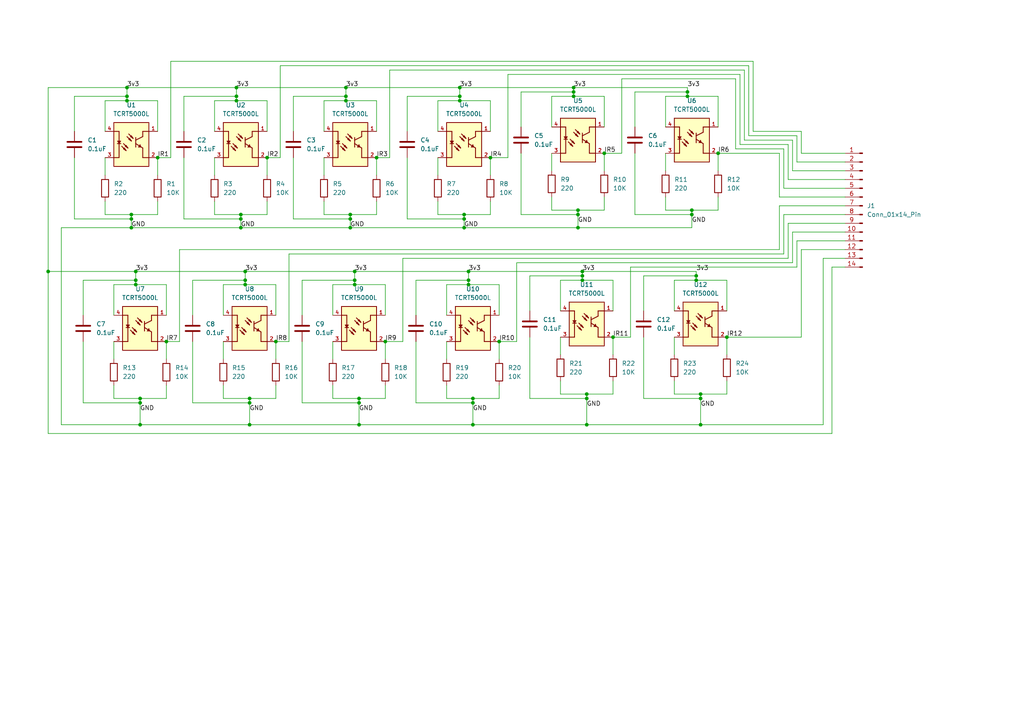
<source format=kicad_sch>
(kicad_sch
	(version 20250114)
	(generator "eeschema")
	(generator_version "9.0")
	(uuid "bae96a50-4dba-45b4-bca7-e4ba45589868")
	(paper "A4")
	(lib_symbols
		(symbol "Connector:Conn_01x14_Pin"
			(pin_names
				(offset 1.016)
				(hide yes)
			)
			(exclude_from_sim no)
			(in_bom yes)
			(on_board yes)
			(property "Reference" "J"
				(at 0 17.78 0)
				(effects
					(font
						(size 1.27 1.27)
					)
				)
			)
			(property "Value" "Conn_01x14_Pin"
				(at 0 -20.32 0)
				(effects
					(font
						(size 1.27 1.27)
					)
				)
			)
			(property "Footprint" ""
				(at 0 0 0)
				(effects
					(font
						(size 1.27 1.27)
					)
					(hide yes)
				)
			)
			(property "Datasheet" "~"
				(at 0 0 0)
				(effects
					(font
						(size 1.27 1.27)
					)
					(hide yes)
				)
			)
			(property "Description" "Generic connector, single row, 01x14, script generated"
				(at 0 0 0)
				(effects
					(font
						(size 1.27 1.27)
					)
					(hide yes)
				)
			)
			(property "ki_locked" ""
				(at 0 0 0)
				(effects
					(font
						(size 1.27 1.27)
					)
				)
			)
			(property "ki_keywords" "connector"
				(at 0 0 0)
				(effects
					(font
						(size 1.27 1.27)
					)
					(hide yes)
				)
			)
			(property "ki_fp_filters" "Connector*:*_1x??_*"
				(at 0 0 0)
				(effects
					(font
						(size 1.27 1.27)
					)
					(hide yes)
				)
			)
			(symbol "Conn_01x14_Pin_1_1"
				(rectangle
					(start 0.8636 15.367)
					(end 0 15.113)
					(stroke
						(width 0.1524)
						(type default)
					)
					(fill
						(type outline)
					)
				)
				(rectangle
					(start 0.8636 12.827)
					(end 0 12.573)
					(stroke
						(width 0.1524)
						(type default)
					)
					(fill
						(type outline)
					)
				)
				(rectangle
					(start 0.8636 10.287)
					(end 0 10.033)
					(stroke
						(width 0.1524)
						(type default)
					)
					(fill
						(type outline)
					)
				)
				(rectangle
					(start 0.8636 7.747)
					(end 0 7.493)
					(stroke
						(width 0.1524)
						(type default)
					)
					(fill
						(type outline)
					)
				)
				(rectangle
					(start 0.8636 5.207)
					(end 0 4.953)
					(stroke
						(width 0.1524)
						(type default)
					)
					(fill
						(type outline)
					)
				)
				(rectangle
					(start 0.8636 2.667)
					(end 0 2.413)
					(stroke
						(width 0.1524)
						(type default)
					)
					(fill
						(type outline)
					)
				)
				(rectangle
					(start 0.8636 0.127)
					(end 0 -0.127)
					(stroke
						(width 0.1524)
						(type default)
					)
					(fill
						(type outline)
					)
				)
				(rectangle
					(start 0.8636 -2.413)
					(end 0 -2.667)
					(stroke
						(width 0.1524)
						(type default)
					)
					(fill
						(type outline)
					)
				)
				(rectangle
					(start 0.8636 -4.953)
					(end 0 -5.207)
					(stroke
						(width 0.1524)
						(type default)
					)
					(fill
						(type outline)
					)
				)
				(rectangle
					(start 0.8636 -7.493)
					(end 0 -7.747)
					(stroke
						(width 0.1524)
						(type default)
					)
					(fill
						(type outline)
					)
				)
				(rectangle
					(start 0.8636 -10.033)
					(end 0 -10.287)
					(stroke
						(width 0.1524)
						(type default)
					)
					(fill
						(type outline)
					)
				)
				(rectangle
					(start 0.8636 -12.573)
					(end 0 -12.827)
					(stroke
						(width 0.1524)
						(type default)
					)
					(fill
						(type outline)
					)
				)
				(rectangle
					(start 0.8636 -15.113)
					(end 0 -15.367)
					(stroke
						(width 0.1524)
						(type default)
					)
					(fill
						(type outline)
					)
				)
				(rectangle
					(start 0.8636 -17.653)
					(end 0 -17.907)
					(stroke
						(width 0.1524)
						(type default)
					)
					(fill
						(type outline)
					)
				)
				(polyline
					(pts
						(xy 1.27 15.24) (xy 0.8636 15.24)
					)
					(stroke
						(width 0.1524)
						(type default)
					)
					(fill
						(type none)
					)
				)
				(polyline
					(pts
						(xy 1.27 12.7) (xy 0.8636 12.7)
					)
					(stroke
						(width 0.1524)
						(type default)
					)
					(fill
						(type none)
					)
				)
				(polyline
					(pts
						(xy 1.27 10.16) (xy 0.8636 10.16)
					)
					(stroke
						(width 0.1524)
						(type default)
					)
					(fill
						(type none)
					)
				)
				(polyline
					(pts
						(xy 1.27 7.62) (xy 0.8636 7.62)
					)
					(stroke
						(width 0.1524)
						(type default)
					)
					(fill
						(type none)
					)
				)
				(polyline
					(pts
						(xy 1.27 5.08) (xy 0.8636 5.08)
					)
					(stroke
						(width 0.1524)
						(type default)
					)
					(fill
						(type none)
					)
				)
				(polyline
					(pts
						(xy 1.27 2.54) (xy 0.8636 2.54)
					)
					(stroke
						(width 0.1524)
						(type default)
					)
					(fill
						(type none)
					)
				)
				(polyline
					(pts
						(xy 1.27 0) (xy 0.8636 0)
					)
					(stroke
						(width 0.1524)
						(type default)
					)
					(fill
						(type none)
					)
				)
				(polyline
					(pts
						(xy 1.27 -2.54) (xy 0.8636 -2.54)
					)
					(stroke
						(width 0.1524)
						(type default)
					)
					(fill
						(type none)
					)
				)
				(polyline
					(pts
						(xy 1.27 -5.08) (xy 0.8636 -5.08)
					)
					(stroke
						(width 0.1524)
						(type default)
					)
					(fill
						(type none)
					)
				)
				(polyline
					(pts
						(xy 1.27 -7.62) (xy 0.8636 -7.62)
					)
					(stroke
						(width 0.1524)
						(type default)
					)
					(fill
						(type none)
					)
				)
				(polyline
					(pts
						(xy 1.27 -10.16) (xy 0.8636 -10.16)
					)
					(stroke
						(width 0.1524)
						(type default)
					)
					(fill
						(type none)
					)
				)
				(polyline
					(pts
						(xy 1.27 -12.7) (xy 0.8636 -12.7)
					)
					(stroke
						(width 0.1524)
						(type default)
					)
					(fill
						(type none)
					)
				)
				(polyline
					(pts
						(xy 1.27 -15.24) (xy 0.8636 -15.24)
					)
					(stroke
						(width 0.1524)
						(type default)
					)
					(fill
						(type none)
					)
				)
				(polyline
					(pts
						(xy 1.27 -17.78) (xy 0.8636 -17.78)
					)
					(stroke
						(width 0.1524)
						(type default)
					)
					(fill
						(type none)
					)
				)
				(pin passive line
					(at 5.08 15.24 180)
					(length 3.81)
					(name "Pin_1"
						(effects
							(font
								(size 1.27 1.27)
							)
						)
					)
					(number "1"
						(effects
							(font
								(size 1.27 1.27)
							)
						)
					)
				)
				(pin passive line
					(at 5.08 12.7 180)
					(length 3.81)
					(name "Pin_2"
						(effects
							(font
								(size 1.27 1.27)
							)
						)
					)
					(number "2"
						(effects
							(font
								(size 1.27 1.27)
							)
						)
					)
				)
				(pin passive line
					(at 5.08 10.16 180)
					(length 3.81)
					(name "Pin_3"
						(effects
							(font
								(size 1.27 1.27)
							)
						)
					)
					(number "3"
						(effects
							(font
								(size 1.27 1.27)
							)
						)
					)
				)
				(pin passive line
					(at 5.08 7.62 180)
					(length 3.81)
					(name "Pin_4"
						(effects
							(font
								(size 1.27 1.27)
							)
						)
					)
					(number "4"
						(effects
							(font
								(size 1.27 1.27)
							)
						)
					)
				)
				(pin passive line
					(at 5.08 5.08 180)
					(length 3.81)
					(name "Pin_5"
						(effects
							(font
								(size 1.27 1.27)
							)
						)
					)
					(number "5"
						(effects
							(font
								(size 1.27 1.27)
							)
						)
					)
				)
				(pin passive line
					(at 5.08 2.54 180)
					(length 3.81)
					(name "Pin_6"
						(effects
							(font
								(size 1.27 1.27)
							)
						)
					)
					(number "6"
						(effects
							(font
								(size 1.27 1.27)
							)
						)
					)
				)
				(pin passive line
					(at 5.08 0 180)
					(length 3.81)
					(name "Pin_7"
						(effects
							(font
								(size 1.27 1.27)
							)
						)
					)
					(number "7"
						(effects
							(font
								(size 1.27 1.27)
							)
						)
					)
				)
				(pin passive line
					(at 5.08 -2.54 180)
					(length 3.81)
					(name "Pin_8"
						(effects
							(font
								(size 1.27 1.27)
							)
						)
					)
					(number "8"
						(effects
							(font
								(size 1.27 1.27)
							)
						)
					)
				)
				(pin passive line
					(at 5.08 -5.08 180)
					(length 3.81)
					(name "Pin_9"
						(effects
							(font
								(size 1.27 1.27)
							)
						)
					)
					(number "9"
						(effects
							(font
								(size 1.27 1.27)
							)
						)
					)
				)
				(pin passive line
					(at 5.08 -7.62 180)
					(length 3.81)
					(name "Pin_10"
						(effects
							(font
								(size 1.27 1.27)
							)
						)
					)
					(number "10"
						(effects
							(font
								(size 1.27 1.27)
							)
						)
					)
				)
				(pin passive line
					(at 5.08 -10.16 180)
					(length 3.81)
					(name "Pin_11"
						(effects
							(font
								(size 1.27 1.27)
							)
						)
					)
					(number "11"
						(effects
							(font
								(size 1.27 1.27)
							)
						)
					)
				)
				(pin passive line
					(at 5.08 -12.7 180)
					(length 3.81)
					(name "Pin_12"
						(effects
							(font
								(size 1.27 1.27)
							)
						)
					)
					(number "12"
						(effects
							(font
								(size 1.27 1.27)
							)
						)
					)
				)
				(pin passive line
					(at 5.08 -15.24 180)
					(length 3.81)
					(name "Pin_13"
						(effects
							(font
								(size 1.27 1.27)
							)
						)
					)
					(number "13"
						(effects
							(font
								(size 1.27 1.27)
							)
						)
					)
				)
				(pin passive line
					(at 5.08 -17.78 180)
					(length 3.81)
					(name "Pin_14"
						(effects
							(font
								(size 1.27 1.27)
							)
						)
					)
					(number "14"
						(effects
							(font
								(size 1.27 1.27)
							)
						)
					)
				)
			)
			(embedded_fonts no)
		)
		(symbol "Device:C"
			(pin_numbers
				(hide yes)
			)
			(pin_names
				(offset 0.254)
			)
			(exclude_from_sim no)
			(in_bom yes)
			(on_board yes)
			(property "Reference" "C"
				(at 0.635 2.54 0)
				(effects
					(font
						(size 1.27 1.27)
					)
					(justify left)
				)
			)
			(property "Value" "C"
				(at 0.635 -2.54 0)
				(effects
					(font
						(size 1.27 1.27)
					)
					(justify left)
				)
			)
			(property "Footprint" ""
				(at 0.9652 -3.81 0)
				(effects
					(font
						(size 1.27 1.27)
					)
					(hide yes)
				)
			)
			(property "Datasheet" "~"
				(at 0 0 0)
				(effects
					(font
						(size 1.27 1.27)
					)
					(hide yes)
				)
			)
			(property "Description" "Unpolarized capacitor"
				(at 0 0 0)
				(effects
					(font
						(size 1.27 1.27)
					)
					(hide yes)
				)
			)
			(property "ki_keywords" "cap capacitor"
				(at 0 0 0)
				(effects
					(font
						(size 1.27 1.27)
					)
					(hide yes)
				)
			)
			(property "ki_fp_filters" "C_*"
				(at 0 0 0)
				(effects
					(font
						(size 1.27 1.27)
					)
					(hide yes)
				)
			)
			(symbol "C_0_1"
				(polyline
					(pts
						(xy -2.032 0.762) (xy 2.032 0.762)
					)
					(stroke
						(width 0.508)
						(type default)
					)
					(fill
						(type none)
					)
				)
				(polyline
					(pts
						(xy -2.032 -0.762) (xy 2.032 -0.762)
					)
					(stroke
						(width 0.508)
						(type default)
					)
					(fill
						(type none)
					)
				)
			)
			(symbol "C_1_1"
				(pin passive line
					(at 0 3.81 270)
					(length 2.794)
					(name "~"
						(effects
							(font
								(size 1.27 1.27)
							)
						)
					)
					(number "1"
						(effects
							(font
								(size 1.27 1.27)
							)
						)
					)
				)
				(pin passive line
					(at 0 -3.81 90)
					(length 2.794)
					(name "~"
						(effects
							(font
								(size 1.27 1.27)
							)
						)
					)
					(number "2"
						(effects
							(font
								(size 1.27 1.27)
							)
						)
					)
				)
			)
			(embedded_fonts no)
		)
		(symbol "Device:R"
			(pin_numbers
				(hide yes)
			)
			(pin_names
				(offset 0)
			)
			(exclude_from_sim no)
			(in_bom yes)
			(on_board yes)
			(property "Reference" "R"
				(at 2.032 0 90)
				(effects
					(font
						(size 1.27 1.27)
					)
				)
			)
			(property "Value" "R"
				(at 0 0 90)
				(effects
					(font
						(size 1.27 1.27)
					)
				)
			)
			(property "Footprint" ""
				(at -1.778 0 90)
				(effects
					(font
						(size 1.27 1.27)
					)
					(hide yes)
				)
			)
			(property "Datasheet" "~"
				(at 0 0 0)
				(effects
					(font
						(size 1.27 1.27)
					)
					(hide yes)
				)
			)
			(property "Description" "Resistor"
				(at 0 0 0)
				(effects
					(font
						(size 1.27 1.27)
					)
					(hide yes)
				)
			)
			(property "ki_keywords" "R res resistor"
				(at 0 0 0)
				(effects
					(font
						(size 1.27 1.27)
					)
					(hide yes)
				)
			)
			(property "ki_fp_filters" "R_*"
				(at 0 0 0)
				(effects
					(font
						(size 1.27 1.27)
					)
					(hide yes)
				)
			)
			(symbol "R_0_1"
				(rectangle
					(start -1.016 -2.54)
					(end 1.016 2.54)
					(stroke
						(width 0.254)
						(type default)
					)
					(fill
						(type none)
					)
				)
			)
			(symbol "R_1_1"
				(pin passive line
					(at 0 3.81 270)
					(length 1.27)
					(name "~"
						(effects
							(font
								(size 1.27 1.27)
							)
						)
					)
					(number "1"
						(effects
							(font
								(size 1.27 1.27)
							)
						)
					)
				)
				(pin passive line
					(at 0 -3.81 90)
					(length 1.27)
					(name "~"
						(effects
							(font
								(size 1.27 1.27)
							)
						)
					)
					(number "2"
						(effects
							(font
								(size 1.27 1.27)
							)
						)
					)
				)
			)
			(embedded_fonts no)
		)
		(symbol "TCRT5000L:TCRT5000L"
			(pin_names
				(offset 1.016)
			)
			(exclude_from_sim no)
			(in_bom yes)
			(on_board yes)
			(property "Reference" "U"
				(at -5.1092 5.6131 0)
				(effects
					(font
						(size 1.27 1.27)
					)
					(justify left bottom)
				)
			)
			(property "Value" "TCRT5000L"
				(at -5.093 -10.1813 0)
				(effects
					(font
						(size 1.27 1.27)
					)
					(justify left bottom)
				)
			)
			(property "Footprint" "TCRT5000L:XDCR_TCRT5000L"
				(at 0 0 0)
				(effects
					(font
						(size 1.27 1.27)
					)
					(justify bottom)
					(hide yes)
				)
			)
			(property "Datasheet" ""
				(at 0 0 0)
				(effects
					(font
						(size 1.27 1.27)
					)
					(hide yes)
				)
			)
			(property "Description" ""
				(at 0 0 0)
				(effects
					(font
						(size 1.27 1.27)
					)
					(hide yes)
				)
			)
			(property "MF" "Vishay"
				(at 0 0 0)
				(effects
					(font
						(size 1.27 1.27)
					)
					(justify bottom)
					(hide yes)
				)
			)
			(property "DESCRIPTION" "TCRT5000 Series 940 nm 100 mA 60 mA Transistor Output Reflective Optical Sensor"
				(at 0 0 0)
				(effects
					(font
						(size 1.27 1.27)
					)
					(justify bottom)
					(hide yes)
				)
			)
			(property "PACKAGE" "PCB Mount Vishay"
				(at 0 0 0)
				(effects
					(font
						(size 1.27 1.27)
					)
					(justify bottom)
					(hide yes)
				)
			)
			(property "PRICE" "0.60 USD"
				(at 0 0 0)
				(effects
					(font
						(size 1.27 1.27)
					)
					(justify bottom)
					(hide yes)
				)
			)
			(property "Package" "None"
				(at 0 0 0)
				(effects
					(font
						(size 1.27 1.27)
					)
					(justify bottom)
					(hide yes)
				)
			)
			(property "Check_prices" "https://www.snapeda.com/parts/TCRT5000L/Vishay+Semiconductor+Opto+Division/view-part/?ref=eda"
				(at 0 0 0)
				(effects
					(font
						(size 1.27 1.27)
					)
					(justify bottom)
					(hide yes)
				)
			)
			(property "Price" "None"
				(at 0 0 0)
				(effects
					(font
						(size 1.27 1.27)
					)
					(justify bottom)
					(hide yes)
				)
			)
			(property "SnapEDA_Link" "https://www.snapeda.com/parts/TCRT5000L/Vishay+Semiconductor+Opto+Division/view-part/?ref=snap"
				(at 0 0 0)
				(effects
					(font
						(size 1.27 1.27)
					)
					(justify bottom)
					(hide yes)
				)
			)
			(property "MP" "TCRT5000L"
				(at 0 0 0)
				(effects
					(font
						(size 1.27 1.27)
					)
					(justify bottom)
					(hide yes)
				)
			)
			(property "Availability" "In Stock"
				(at 0 0 0)
				(effects
					(font
						(size 1.27 1.27)
					)
					(justify bottom)
					(hide yes)
				)
			)
			(property "AVAILABILITY" "Good"
				(at 0 0 0)
				(effects
					(font
						(size 1.27 1.27)
					)
					(justify bottom)
					(hide yes)
				)
			)
			(property "Description_1" "Reflective Optical Sensor 0.591 (15mm) PCB Mount"
				(at 0 0 0)
				(effects
					(font
						(size 1.27 1.27)
					)
					(justify bottom)
					(hide yes)
				)
			)
			(symbol "TCRT5000L_0_0"
				(rectangle
					(start -5.08 -7.62)
					(end 5.08 5.08)
					(stroke
						(width 0.254)
						(type default)
					)
					(fill
						(type background)
					)
				)
				(polyline
					(pts
						(xy -4.064 -1.016) (xy -3.556 -1.016)
					)
					(stroke
						(width 0.254)
						(type default)
					)
					(fill
						(type none)
					)
				)
				(polyline
					(pts
						(xy -3.556 2.54) (xy -5.08 2.54)
					)
					(stroke
						(width 0.254)
						(type default)
					)
					(fill
						(type none)
					)
				)
				(polyline
					(pts
						(xy -3.556 2.54) (xy -3.556 -0.254)
					)
					(stroke
						(width 0.254)
						(type default)
					)
					(fill
						(type none)
					)
				)
				(polyline
					(pts
						(xy -3.556 -1.016) (xy -3.556 -5.08)
					)
					(stroke
						(width 0.254)
						(type default)
					)
					(fill
						(type none)
					)
				)
				(polyline
					(pts
						(xy -3.556 -1.016) (xy -3.048 -1.016)
					)
					(stroke
						(width 0.254)
						(type default)
					)
					(fill
						(type none)
					)
				)
				(polyline
					(pts
						(xy -3.556 -1.016) (xy -4.064 -0.254) (xy -3.048 -0.254) (xy -3.556 -1.016)
					)
					(stroke
						(width 0.1524)
						(type default)
					)
					(fill
						(type outline)
					)
				)
				(polyline
					(pts
						(xy -3.556 -5.08) (xy -5.08 -5.08)
					)
					(stroke
						(width 0.254)
						(type default)
					)
					(fill
						(type none)
					)
				)
				(polyline
					(pts
						(xy -2.794 -1.778) (xy -1.524 -3.048)
					)
					(stroke
						(width 0.254)
						(type default)
					)
					(fill
						(type none)
					)
				)
				(polyline
					(pts
						(xy -2.286 -1.016) (xy -1.016 -2.286)
					)
					(stroke
						(width 0.254)
						(type default)
					)
					(fill
						(type none)
					)
				)
				(polyline
					(pts
						(xy -1.524 -3.048) (xy -2.286 -2.54)
					)
					(stroke
						(width 0.254)
						(type default)
					)
					(fill
						(type none)
					)
				)
				(polyline
					(pts
						(xy -1.524 -3.048) (xy -2.032 -2.286)
					)
					(stroke
						(width 0.254)
						(type default)
					)
					(fill
						(type none)
					)
				)
				(polyline
					(pts
						(xy -1.27 1.016) (xy 0 -0.254)
					)
					(stroke
						(width 0.254)
						(type default)
					)
					(fill
						(type none)
					)
				)
				(polyline
					(pts
						(xy -1.016 -2.286) (xy -1.778 -1.778)
					)
					(stroke
						(width 0.254)
						(type default)
					)
					(fill
						(type none)
					)
				)
				(polyline
					(pts
						(xy -1.016 -2.286) (xy -1.524 -1.524)
					)
					(stroke
						(width 0.254)
						(type default)
					)
					(fill
						(type none)
					)
				)
				(polyline
					(pts
						(xy -0.762 1.778) (xy 0.508 0.508)
					)
					(stroke
						(width 0.254)
						(type default)
					)
					(fill
						(type none)
					)
				)
				(polyline
					(pts
						(xy 0 -0.254) (xy -0.762 0.254)
					)
					(stroke
						(width 0.254)
						(type default)
					)
					(fill
						(type none)
					)
				)
				(polyline
					(pts
						(xy 0 -0.254) (xy -0.508 0.508)
					)
					(stroke
						(width 0.254)
						(type default)
					)
					(fill
						(type none)
					)
				)
				(polyline
					(pts
						(xy 0.508 0.508) (xy -0.254 1.016)
					)
					(stroke
						(width 0.254)
						(type default)
					)
					(fill
						(type none)
					)
				)
				(polyline
					(pts
						(xy 0.508 0.508) (xy 0 1.27)
					)
					(stroke
						(width 0.254)
						(type default)
					)
					(fill
						(type none)
					)
				)
				(polyline
					(pts
						(xy 1.27 0) (xy 1.27 0.762)
					)
					(stroke
						(width 0.254)
						(type default)
					)
					(fill
						(type none)
					)
				)
				(polyline
					(pts
						(xy 1.27 0) (xy 1.27 -1.016)
					)
					(stroke
						(width 0.254)
						(type default)
					)
					(fill
						(type none)
					)
				)
				(polyline
					(pts
						(xy 1.27 -1.016) (xy 1.27 -2.032)
					)
					(stroke
						(width 0.254)
						(type default)
					)
					(fill
						(type none)
					)
				)
				(polyline
					(pts
						(xy 1.27 -1.016) (xy 3.302 -2.286)
					)
					(stroke
						(width 0.254)
						(type default)
					)
					(fill
						(type none)
					)
				)
				(polyline
					(pts
						(xy 2.032 -2.032) (xy 2.54 -1.27) (xy 2.794 -2.032) (xy 2.032 -2.032)
					)
					(stroke
						(width 0.1524)
						(type default)
					)
					(fill
						(type outline)
					)
				)
				(polyline
					(pts
						(xy 3.302 2.54) (xy 3.302 1.016)
					)
					(stroke
						(width 0.254)
						(type default)
					)
					(fill
						(type none)
					)
				)
				(polyline
					(pts
						(xy 3.302 2.54) (xy 5.08 2.54)
					)
					(stroke
						(width 0.254)
						(type default)
					)
					(fill
						(type none)
					)
				)
				(polyline
					(pts
						(xy 3.302 1.016) (xy 1.27 0)
					)
					(stroke
						(width 0.254)
						(type default)
					)
					(fill
						(type none)
					)
				)
				(polyline
					(pts
						(xy 3.302 -2.286) (xy 3.302 -5.08)
					)
					(stroke
						(width 0.254)
						(type default)
					)
					(fill
						(type none)
					)
				)
				(polyline
					(pts
						(xy 3.302 -5.08) (xy 5.08 -5.08)
					)
					(stroke
						(width 0.254)
						(type default)
					)
					(fill
						(type none)
					)
				)
				(pin passive line
					(at -7.62 2.54 0)
					(length 2.54)
					(name "~"
						(effects
							(font
								(size 1.016 1.016)
							)
						)
					)
					(number "4"
						(effects
							(font
								(size 1.016 1.016)
							)
						)
					)
				)
				(pin passive line
					(at -7.62 -5.08 0)
					(length 2.54)
					(name "~"
						(effects
							(font
								(size 1.016 1.016)
							)
						)
					)
					(number "3"
						(effects
							(font
								(size 1.016 1.016)
							)
						)
					)
				)
				(pin passive line
					(at 7.62 2.54 180)
					(length 2.54)
					(name "~"
						(effects
							(font
								(size 1.016 1.016)
							)
						)
					)
					(number "1"
						(effects
							(font
								(size 1.016 1.016)
							)
						)
					)
				)
				(pin passive line
					(at 7.62 -5.08 180)
					(length 2.54)
					(name "~"
						(effects
							(font
								(size 1.016 1.016)
							)
						)
					)
					(number "2"
						(effects
							(font
								(size 1.016 1.016)
							)
						)
					)
				)
			)
			(embedded_fonts no)
		)
	)
	(junction
		(at 166.37 26.67)
		(diameter 0)
		(color 0 0 0 0)
		(uuid "01a6d995-8fcd-444b-affc-a18fe977bdf6")
	)
	(junction
		(at 133.35 25.4)
		(diameter 0)
		(color 0 0 0 0)
		(uuid "027fda97-280b-4241-ad00-48aa8ae4ecf9")
	)
	(junction
		(at 102.87 81.28)
		(diameter 0)
		(color 0 0 0 0)
		(uuid "09744ba1-99b0-450f-9136-2b5352958dad")
	)
	(junction
		(at 167.64 60.96)
		(diameter 0)
		(color 0 0 0 0)
		(uuid "0b3472b7-c9ce-4a9e-bcd6-4f3ef63e83ce")
	)
	(junction
		(at 48.26 99.06)
		(diameter 0)
		(color 0 0 0 0)
		(uuid "0c8a1e70-15c3-46c6-b38b-0dea2f3e72ef")
	)
	(junction
		(at 199.39 26.67)
		(diameter 0)
		(color 0 0 0 0)
		(uuid "0cc23c17-12a7-499f-ad9e-d165f82fa3fb")
	)
	(junction
		(at 13.97 78.74)
		(diameter 0)
		(color 0 0 0 0)
		(uuid "0d087516-0263-4cc9-87df-e00a3cc265f2")
	)
	(junction
		(at 100.33 29.21)
		(diameter 0)
		(color 0 0 0 0)
		(uuid "1099fe81-5206-44a4-841b-ac47a073d9d2")
	)
	(junction
		(at 102.87 78.74)
		(diameter 0)
		(color 0 0 0 0)
		(uuid "196d6212-98c9-4c7f-84b0-54e32472b96f")
	)
	(junction
		(at 40.64 115.57)
		(diameter 0)
		(color 0 0 0 0)
		(uuid "1ddb1238-aae4-476f-b639-fe4860bef5f8")
	)
	(junction
		(at 167.64 66.04)
		(diameter 0)
		(color 0 0 0 0)
		(uuid "1e41ce0a-2128-4dcc-b737-f065940c3e0f")
	)
	(junction
		(at 69.85 66.04)
		(diameter 0)
		(color 0 0 0 0)
		(uuid "20f0f80a-82f2-4ec5-9b21-fd9ca0657b2e")
	)
	(junction
		(at 144.78 99.06)
		(diameter 0)
		(color 0 0 0 0)
		(uuid "2d107fac-88cb-42f3-b7d7-264606457798")
	)
	(junction
		(at 40.64 123.19)
		(diameter 0)
		(color 0 0 0 0)
		(uuid "30a05663-f5b7-4c32-9b0b-6fc9004b5a5b")
	)
	(junction
		(at 137.16 115.57)
		(diameter 0)
		(color 0 0 0 0)
		(uuid "316f6c69-b4de-4992-aacc-e52db88a0b09")
	)
	(junction
		(at 133.35 29.21)
		(diameter 0)
		(color 0 0 0 0)
		(uuid "32c9aaae-1ff5-4e6d-8250-baaca89407ef")
	)
	(junction
		(at 39.37 81.28)
		(diameter 0)
		(color 0 0 0 0)
		(uuid "3403d2a7-adcb-4b93-ac4a-693557477259")
	)
	(junction
		(at 69.85 62.23)
		(diameter 0)
		(color 0 0 0 0)
		(uuid "3705059a-cc91-414b-a997-c656b33b4beb")
	)
	(junction
		(at 134.62 66.04)
		(diameter 0)
		(color 0 0 0 0)
		(uuid "398711ac-92dd-4ee6-a781-61b4add8815a")
	)
	(junction
		(at 134.62 63.5)
		(diameter 0)
		(color 0 0 0 0)
		(uuid "3a88e727-2262-4baa-85cf-d4296a08921f")
	)
	(junction
		(at 203.2 123.19)
		(diameter 0)
		(color 0 0 0 0)
		(uuid "3b4edf46-76eb-45cd-8f6c-2fa2dd60e051")
	)
	(junction
		(at 38.1 66.04)
		(diameter 0)
		(color 0 0 0 0)
		(uuid "403abcd8-a502-4c5f-9c7d-5f9ee5b8ad1e")
	)
	(junction
		(at 100.33 27.94)
		(diameter 0)
		(color 0 0 0 0)
		(uuid "4100762f-0da2-43bf-837a-e7ffd542eb85")
	)
	(junction
		(at 168.91 78.74)
		(diameter 0)
		(color 0 0 0 0)
		(uuid "41401dda-42be-4863-8260-40cab74c4b61")
	)
	(junction
		(at 36.83 27.94)
		(diameter 0)
		(color 0 0 0 0)
		(uuid "4bf9403b-ba9d-4da3-8203-f3290ef81de2")
	)
	(junction
		(at 142.24 45.72)
		(diameter 0)
		(color 0 0 0 0)
		(uuid "58ac8a36-5a2c-4681-98fc-babd2c98960d")
	)
	(junction
		(at 201.93 80.01)
		(diameter 0)
		(color 0 0 0 0)
		(uuid "5be2cc9b-7f70-42f1-a181-319ce324d250")
	)
	(junction
		(at 68.58 27.94)
		(diameter 0)
		(color 0 0 0 0)
		(uuid "5c58ee4b-73f7-414e-939a-02730f8e9d9d")
	)
	(junction
		(at 72.39 115.57)
		(diameter 0)
		(color 0 0 0 0)
		(uuid "5de0c093-e690-4572-bf6a-4beed62c10cc")
	)
	(junction
		(at 104.14 115.57)
		(diameter 0)
		(color 0 0 0 0)
		(uuid "5f98462c-01d2-45dc-8b30-1ee0a7fb20ce")
	)
	(junction
		(at 77.47 45.72)
		(diameter 0)
		(color 0 0 0 0)
		(uuid "611a4e22-249c-4c78-b4f9-7b82b61e445b")
	)
	(junction
		(at 111.76 99.06)
		(diameter 0)
		(color 0 0 0 0)
		(uuid "6158d467-843f-417f-9d15-2c4d3239bd04")
	)
	(junction
		(at 203.2 115.57)
		(diameter 0)
		(color 0 0 0 0)
		(uuid "65a4f39c-65c1-4e15-ac01-6ab19ece495c")
	)
	(junction
		(at 104.14 123.19)
		(diameter 0)
		(color 0 0 0 0)
		(uuid "65cfc483-cc03-40f0-87a3-69c35e20008a")
	)
	(junction
		(at 137.16 116.84)
		(diameter 0)
		(color 0 0 0 0)
		(uuid "668eac50-a6ff-47cc-9ab3-5e80cb6e0ea8")
	)
	(junction
		(at 68.58 25.4)
		(diameter 0)
		(color 0 0 0 0)
		(uuid "69d07a24-62ab-44d5-9df2-46a8b3953948")
	)
	(junction
		(at 40.64 116.84)
		(diameter 0)
		(color 0 0 0 0)
		(uuid "6beb8bb8-7263-4292-b6b0-11336172cc3f")
	)
	(junction
		(at 39.37 82.55)
		(diameter 0)
		(color 0 0 0 0)
		(uuid "74da145d-daea-4929-8f99-8e2c7f5b75fa")
	)
	(junction
		(at 104.14 116.84)
		(diameter 0)
		(color 0 0 0 0)
		(uuid "75542c2b-0b13-4c8c-9c1d-c371db6639ff")
	)
	(junction
		(at 71.12 82.55)
		(diameter 0)
		(color 0 0 0 0)
		(uuid "75c865d5-6c1b-4ea7-a29f-4d298e6042fb")
	)
	(junction
		(at 101.6 63.5)
		(diameter 0)
		(color 0 0 0 0)
		(uuid "7907cf65-7b47-42e0-8b04-82fe488ab920")
	)
	(junction
		(at 135.89 82.55)
		(diameter 0)
		(color 0 0 0 0)
		(uuid "7c81fc35-1e15-4655-b070-817cdf51ba9c")
	)
	(junction
		(at 177.8 97.79)
		(diameter 0)
		(color 0 0 0 0)
		(uuid "7eef8561-dc83-4ce6-b56b-538a2e0b8379")
	)
	(junction
		(at 36.83 25.4)
		(diameter 0)
		(color 0 0 0 0)
		(uuid "815be6f0-8f8b-422d-912a-9bd28129b314")
	)
	(junction
		(at 135.89 78.74)
		(diameter 0)
		(color 0 0 0 0)
		(uuid "81f4cd24-0110-455f-b7f6-67a1cef0234b")
	)
	(junction
		(at 137.16 123.19)
		(diameter 0)
		(color 0 0 0 0)
		(uuid "85183f74-a0b6-4997-a873-7c32b3e4d0af")
	)
	(junction
		(at 175.26 44.45)
		(diameter 0)
		(color 0 0 0 0)
		(uuid "85369973-a9eb-4874-8597-397a66eea1f3")
	)
	(junction
		(at 133.35 27.94)
		(diameter 0)
		(color 0 0 0 0)
		(uuid "855a3420-5d85-4a62-9823-6dab858c021c")
	)
	(junction
		(at 101.6 66.04)
		(diameter 0)
		(color 0 0 0 0)
		(uuid "897d53a2-3ea9-409c-b34d-d8dde3cabfa8")
	)
	(junction
		(at 166.37 25.4)
		(diameter 0)
		(color 0 0 0 0)
		(uuid "904bbd24-21a7-4dd5-8e8b-71ecbac0e3d0")
	)
	(junction
		(at 45.72 45.72)
		(diameter 0)
		(color 0 0 0 0)
		(uuid "91722e41-1c1c-49ed-bbd6-60fc69b28e2b")
	)
	(junction
		(at 167.64 62.23)
		(diameter 0)
		(color 0 0 0 0)
		(uuid "920cdfcd-a16a-4d23-aa83-fb6c1b050bc7")
	)
	(junction
		(at 36.83 29.21)
		(diameter 0)
		(color 0 0 0 0)
		(uuid "9be0a3e1-110e-435a-a046-b31ae0b18974")
	)
	(junction
		(at 38.1 63.5)
		(diameter 0)
		(color 0 0 0 0)
		(uuid "9c06b265-db35-45b7-9f1c-2d88a63f6e6a")
	)
	(junction
		(at 100.33 25.4)
		(diameter 0)
		(color 0 0 0 0)
		(uuid "9da1b9a6-ad7b-4cba-967b-2e7e9821be18")
	)
	(junction
		(at 101.6 62.23)
		(diameter 0)
		(color 0 0 0 0)
		(uuid "9e6e5f71-bb35-4c11-9b63-5bce6f312432")
	)
	(junction
		(at 170.18 114.3)
		(diameter 0)
		(color 0 0 0 0)
		(uuid "9ebeb967-4678-4486-a2be-1e3c84376ad9")
	)
	(junction
		(at 71.12 78.74)
		(diameter 0)
		(color 0 0 0 0)
		(uuid "a45a121b-73cc-4db1-9c20-3d7d62424803")
	)
	(junction
		(at 102.87 82.55)
		(diameter 0)
		(color 0 0 0 0)
		(uuid "af0aff04-0909-4c86-9441-0b11c479d669")
	)
	(junction
		(at 134.62 62.23)
		(diameter 0)
		(color 0 0 0 0)
		(uuid "b29f5ff9-032d-4a71-aefe-297537fc5b8e")
	)
	(junction
		(at 199.39 27.94)
		(diameter 0)
		(color 0 0 0 0)
		(uuid "b7c40c5c-ca72-488d-b825-9210f60290f5")
	)
	(junction
		(at 68.58 29.21)
		(diameter 0)
		(color 0 0 0 0)
		(uuid "bca8a5dd-b86b-418f-9af1-dfef71ec1e76")
	)
	(junction
		(at 200.66 62.23)
		(diameter 0)
		(color 0 0 0 0)
		(uuid "c1caddfc-c2b8-4ba6-a509-41521dde03cc")
	)
	(junction
		(at 38.1 62.23)
		(diameter 0)
		(color 0 0 0 0)
		(uuid "c33cf4c7-5cd7-425b-b0a1-51f7c0125d80")
	)
	(junction
		(at 166.37 27.94)
		(diameter 0)
		(color 0 0 0 0)
		(uuid "c5c1e0f9-a0b7-462e-95f4-f73af2022cda")
	)
	(junction
		(at 135.89 81.28)
		(diameter 0)
		(color 0 0 0 0)
		(uuid "ca617438-fbb8-41dc-9434-9f4b8989cf7a")
	)
	(junction
		(at 168.91 81.28)
		(diameter 0)
		(color 0 0 0 0)
		(uuid "ce756b2a-a0ab-4c7c-850e-63216241fd5d")
	)
	(junction
		(at 170.18 115.57)
		(diameter 0)
		(color 0 0 0 0)
		(uuid "d65d1143-40b7-415c-86e1-48c586059d4c")
	)
	(junction
		(at 168.91 80.01)
		(diameter 0)
		(color 0 0 0 0)
		(uuid "dacc38ae-b3d4-4968-a1de-cc76624eb03e")
	)
	(junction
		(at 170.18 123.19)
		(diameter 0)
		(color 0 0 0 0)
		(uuid "dba6a340-8ae6-40af-81cf-d30e0e31f911")
	)
	(junction
		(at 109.22 45.72)
		(diameter 0)
		(color 0 0 0 0)
		(uuid "de1e0342-e83a-4308-92a1-5fa45322d1a7")
	)
	(junction
		(at 210.82 97.79)
		(diameter 0)
		(color 0 0 0 0)
		(uuid "deb9f9c3-0408-46ab-9339-321ae881196a")
	)
	(junction
		(at 72.39 123.19)
		(diameter 0)
		(color 0 0 0 0)
		(uuid "e1060dd5-9a10-4c56-96ba-0151e1386440")
	)
	(junction
		(at 208.28 44.45)
		(diameter 0)
		(color 0 0 0 0)
		(uuid "e96002c5-2238-4dc5-98c3-c83b1c4f6d4f")
	)
	(junction
		(at 203.2 114.3)
		(diameter 0)
		(color 0 0 0 0)
		(uuid "eacfcd8d-659b-4a2a-9ae2-de5630686f85")
	)
	(junction
		(at 200.66 60.96)
		(diameter 0)
		(color 0 0 0 0)
		(uuid "eeef35e8-c2fe-4576-a09c-ccb6591b860c")
	)
	(junction
		(at 80.01 99.06)
		(diameter 0)
		(color 0 0 0 0)
		(uuid "f088b22b-9c95-4ec4-abeb-c5f6901d2262")
	)
	(junction
		(at 69.85 63.5)
		(diameter 0)
		(color 0 0 0 0)
		(uuid "f26ad3b7-20b3-4579-a16e-6d52aeecc3c2")
	)
	(junction
		(at 72.39 116.84)
		(diameter 0)
		(color 0 0 0 0)
		(uuid "fa0a37e0-890d-4653-978f-abe546b07c05")
	)
	(junction
		(at 201.93 81.28)
		(diameter 0)
		(color 0 0 0 0)
		(uuid "fa154f33-dd88-4b73-9021-64cb8a5a9cbf")
	)
	(junction
		(at 39.37 78.74)
		(diameter 0)
		(color 0 0 0 0)
		(uuid "fdd4bc50-3e40-4007-afa7-cbdc74c6a418")
	)
	(junction
		(at 71.12 81.28)
		(diameter 0)
		(color 0 0 0 0)
		(uuid "ff4f6bfb-ccde-4558-aa83-e6c42c8d24ee")
	)
	(wire
		(pts
			(xy 52.07 72.39) (xy 226.06 72.39)
		)
		(stroke
			(width 0)
			(type default)
		)
		(uuid "01d5ec77-2753-4c35-b6e1-098d4679ed61")
	)
	(wire
		(pts
			(xy 144.78 91.44) (xy 144.78 82.55)
		)
		(stroke
			(width 0)
			(type default)
		)
		(uuid "0252896f-5cfe-4cc2-b274-984e05921381")
	)
	(wire
		(pts
			(xy 109.22 45.72) (xy 109.22 50.8)
		)
		(stroke
			(width 0)
			(type default)
		)
		(uuid "035c4851-562d-48d8-ba41-dffa7469e0d9")
	)
	(wire
		(pts
			(xy 182.88 97.79) (xy 182.88 77.47)
		)
		(stroke
			(width 0)
			(type default)
		)
		(uuid "050e3ab4-c885-4534-b31c-cee5a08fa7ca")
	)
	(wire
		(pts
			(xy 213.36 43.18) (xy 227.33 43.18)
		)
		(stroke
			(width 0)
			(type default)
		)
		(uuid "05351bf7-7ee3-403e-9ea9-3bc531ff2323")
	)
	(wire
		(pts
			(xy 127 29.21) (xy 133.35 29.21)
		)
		(stroke
			(width 0)
			(type default)
		)
		(uuid "056725e5-8ee4-485e-94c3-2c65589da4a1")
	)
	(wire
		(pts
			(xy 85.09 38.1) (xy 85.09 27.94)
		)
		(stroke
			(width 0)
			(type default)
		)
		(uuid "060a7cbe-9eea-4b5f-bd1c-ab6f870f3484")
	)
	(wire
		(pts
			(xy 217.17 39.37) (xy 231.14 39.37)
		)
		(stroke
			(width 0)
			(type default)
		)
		(uuid "07c4f9c0-4160-492b-9656-23eac318a28b")
	)
	(wire
		(pts
			(xy 175.26 44.45) (xy 180.34 44.45)
		)
		(stroke
			(width 0)
			(type default)
		)
		(uuid "0890b649-95f0-4255-baaa-19f861f48507")
	)
	(wire
		(pts
			(xy 160.02 57.15) (xy 160.02 60.96)
		)
		(stroke
			(width 0)
			(type default)
		)
		(uuid "08ccd574-947e-4a3c-9a6f-0f60a116e9c3")
	)
	(wire
		(pts
			(xy 167.64 60.96) (xy 167.64 62.23)
		)
		(stroke
			(width 0)
			(type default)
		)
		(uuid "09a064c1-54ea-464a-bc0d-8280bd488343")
	)
	(wire
		(pts
			(xy 203.2 114.3) (xy 203.2 115.57)
		)
		(stroke
			(width 0)
			(type default)
		)
		(uuid "0aa1481c-b8f5-4a0e-978a-315d874155ff")
	)
	(wire
		(pts
			(xy 48.26 99.06) (xy 52.07 99.06)
		)
		(stroke
			(width 0)
			(type default)
		)
		(uuid "0bba2671-3dfb-4edb-8378-140204191e77")
	)
	(wire
		(pts
			(xy 104.14 115.57) (xy 104.14 116.84)
		)
		(stroke
			(width 0)
			(type default)
		)
		(uuid "0be78021-965d-4525-81f3-695195cb4e37")
	)
	(wire
		(pts
			(xy 226.06 72.39) (xy 226.06 59.69)
		)
		(stroke
			(width 0)
			(type default)
		)
		(uuid "0c31b590-1897-4c21-be55-32559d6b1426")
	)
	(wire
		(pts
			(xy 24.13 116.84) (xy 40.64 116.84)
		)
		(stroke
			(width 0)
			(type default)
		)
		(uuid "0cf4ca7a-4faf-4e56-a41a-1e7f48dc38c4")
	)
	(wire
		(pts
			(xy 77.47 29.21) (xy 68.58 29.21)
		)
		(stroke
			(width 0)
			(type default)
		)
		(uuid "0d1ee07e-0f91-4a52-9233-207886efdb74")
	)
	(wire
		(pts
			(xy 52.07 99.06) (xy 52.07 72.39)
		)
		(stroke
			(width 0)
			(type default)
		)
		(uuid "0da48ade-95ea-407a-81d6-21dbc3d20c13")
	)
	(wire
		(pts
			(xy 39.37 78.74) (xy 71.12 78.74)
		)
		(stroke
			(width 0)
			(type default)
		)
		(uuid "0dfce56d-d18e-44f6-85f6-18f5dc9b3575")
	)
	(wire
		(pts
			(xy 120.65 81.28) (xy 135.89 81.28)
		)
		(stroke
			(width 0)
			(type default)
		)
		(uuid "108ece8a-9354-46fa-9bd1-82f78396d9e3")
	)
	(wire
		(pts
			(xy 77.47 62.23) (xy 69.85 62.23)
		)
		(stroke
			(width 0)
			(type default)
		)
		(uuid "1192411c-665f-4d73-9313-a9e31e829f6e")
	)
	(wire
		(pts
			(xy 215.9 20.32) (xy 215.9 40.64)
		)
		(stroke
			(width 0)
			(type default)
		)
		(uuid "119ed361-4356-451d-a674-616d0fb59734")
	)
	(wire
		(pts
			(xy 153.67 115.57) (xy 170.18 115.57)
		)
		(stroke
			(width 0)
			(type default)
		)
		(uuid "122ab321-cdf4-4d07-a7be-e8531b89d1f2")
	)
	(wire
		(pts
			(xy 64.77 99.06) (xy 64.77 104.14)
		)
		(stroke
			(width 0)
			(type default)
		)
		(uuid "1279b4e8-5003-4279-91c9-c040cb48705b")
	)
	(wire
		(pts
			(xy 72.39 115.57) (xy 72.39 116.84)
		)
		(stroke
			(width 0)
			(type default)
		)
		(uuid "12fe339a-d6f7-48b8-ad52-48cb56b579a6")
	)
	(wire
		(pts
			(xy 134.62 62.23) (xy 134.62 63.5)
		)
		(stroke
			(width 0)
			(type default)
		)
		(uuid "1316c896-6b03-4ac1-ab1d-cfb9c4e8d943")
	)
	(wire
		(pts
			(xy 166.37 25.4) (xy 199.39 25.4)
		)
		(stroke
			(width 0)
			(type default)
		)
		(uuid "13bd74a4-3b7c-45d1-95d5-9eb2e409a0dd")
	)
	(wire
		(pts
			(xy 111.76 99.06) (xy 116.84 99.06)
		)
		(stroke
			(width 0)
			(type default)
		)
		(uuid "14bb6c95-a39f-42a8-a31c-e9a17fe962b4")
	)
	(wire
		(pts
			(xy 77.47 58.42) (xy 77.47 62.23)
		)
		(stroke
			(width 0)
			(type default)
		)
		(uuid "151d5f1a-b5aa-45da-a311-f8bd12b5c8db")
	)
	(wire
		(pts
			(xy 228.6 41.91) (xy 228.6 52.07)
		)
		(stroke
			(width 0)
			(type default)
		)
		(uuid "1597d9b0-da44-4b88-b476-d6340c930c6b")
	)
	(wire
		(pts
			(xy 109.22 29.21) (xy 100.33 29.21)
		)
		(stroke
			(width 0)
			(type default)
		)
		(uuid "17287325-e287-4b70-8bb8-68bc350e9942")
	)
	(wire
		(pts
			(xy 177.8 97.79) (xy 177.8 102.87)
		)
		(stroke
			(width 0)
			(type default)
		)
		(uuid "1826ef2c-ebf5-4665-8ff8-521859a40a99")
	)
	(wire
		(pts
			(xy 214.63 21.59) (xy 214.63 41.91)
		)
		(stroke
			(width 0)
			(type default)
		)
		(uuid "188fede1-cedc-41ce-acbf-831fa7c40509")
	)
	(wire
		(pts
			(xy 49.53 17.78) (xy 49.53 45.72)
		)
		(stroke
			(width 0)
			(type default)
		)
		(uuid "18e4f3e6-1282-45a7-8188-a7d8cc80d878")
	)
	(wire
		(pts
			(xy 232.41 38.1) (xy 232.41 44.45)
		)
		(stroke
			(width 0)
			(type default)
		)
		(uuid "19d90c1a-a107-449e-9cee-a93a0ec71aac")
	)
	(wire
		(pts
			(xy 229.87 49.53) (xy 245.11 49.53)
		)
		(stroke
			(width 0)
			(type default)
		)
		(uuid "1b5b6782-4428-45cd-930d-f866f15ce76b")
	)
	(wire
		(pts
			(xy 186.69 90.17) (xy 186.69 80.01)
		)
		(stroke
			(width 0)
			(type default)
		)
		(uuid "1c325b47-4925-439d-8a73-c3b1657dc658")
	)
	(wire
		(pts
			(xy 175.26 60.96) (xy 167.64 60.96)
		)
		(stroke
			(width 0)
			(type default)
		)
		(uuid "1c756108-6c17-45ef-b006-5751d64364c9")
	)
	(wire
		(pts
			(xy 142.24 58.42) (xy 142.24 62.23)
		)
		(stroke
			(width 0)
			(type default)
		)
		(uuid "1cb041a3-ddee-4371-a1b9-935ddcc65a47")
	)
	(wire
		(pts
			(xy 226.06 59.69) (xy 245.11 59.69)
		)
		(stroke
			(width 0)
			(type default)
		)
		(uuid "1de5997c-a8d9-48df-8fc8-58b05a7e2a45")
	)
	(wire
		(pts
			(xy 24.13 99.06) (xy 24.13 116.84)
		)
		(stroke
			(width 0)
			(type default)
		)
		(uuid "1eb22215-5ebd-4181-8502-7172ded17a77")
	)
	(wire
		(pts
			(xy 118.11 38.1) (xy 118.11 27.94)
		)
		(stroke
			(width 0)
			(type default)
		)
		(uuid "1f7e9f5c-e247-44fa-8750-1919d7399085")
	)
	(wire
		(pts
			(xy 162.56 114.3) (xy 170.18 114.3)
		)
		(stroke
			(width 0)
			(type default)
		)
		(uuid "1f95970b-271b-4d4a-8a8b-ec33acd1e686")
	)
	(wire
		(pts
			(xy 80.01 91.44) (xy 80.01 82.55)
		)
		(stroke
			(width 0)
			(type default)
		)
		(uuid "203250b1-3377-4547-ad50-669856d85c6f")
	)
	(wire
		(pts
			(xy 62.23 38.1) (xy 62.23 29.21)
		)
		(stroke
			(width 0)
			(type default)
		)
		(uuid "21019766-b922-4406-b866-0aa1bd042a8b")
	)
	(wire
		(pts
			(xy 135.89 82.55) (xy 135.89 81.28)
		)
		(stroke
			(width 0)
			(type default)
		)
		(uuid "21ffb1f5-fc0e-4bca-bd61-6671cfd1bf82")
	)
	(wire
		(pts
			(xy 184.15 62.23) (xy 200.66 62.23)
		)
		(stroke
			(width 0)
			(type default)
		)
		(uuid "25594a6c-ef34-4182-8a2e-e597deb8ac31")
	)
	(wire
		(pts
			(xy 68.58 29.21) (xy 68.58 27.94)
		)
		(stroke
			(width 0)
			(type default)
		)
		(uuid "262ba959-46f6-4651-9e87-aea49b842ec6")
	)
	(wire
		(pts
			(xy 144.78 115.57) (xy 137.16 115.57)
		)
		(stroke
			(width 0)
			(type default)
		)
		(uuid "27bbd757-6d3c-4be4-90f9-97d7f9db5457")
	)
	(wire
		(pts
			(xy 210.82 81.28) (xy 201.93 81.28)
		)
		(stroke
			(width 0)
			(type default)
		)
		(uuid "293d7996-ae51-4dd5-8a1c-ae8f36485e2b")
	)
	(wire
		(pts
			(xy 39.37 81.28) (xy 39.37 78.74)
		)
		(stroke
			(width 0)
			(type default)
		)
		(uuid "29ffa04d-e441-4d06-8aa6-52b60c698b83")
	)
	(wire
		(pts
			(xy 213.36 22.86) (xy 213.36 43.18)
		)
		(stroke
			(width 0)
			(type default)
		)
		(uuid "2aa943e7-6b37-4dac-b64b-cbe66e3a6779")
	)
	(wire
		(pts
			(xy 166.37 27.94) (xy 166.37 26.67)
		)
		(stroke
			(width 0)
			(type default)
		)
		(uuid "2b6ce49b-923a-41a2-bb08-f6e2664f37a7")
	)
	(wire
		(pts
			(xy 231.14 77.47) (xy 231.14 69.85)
		)
		(stroke
			(width 0)
			(type default)
		)
		(uuid "2bb91012-7acc-4f3e-94f3-f50ce4000906")
	)
	(wire
		(pts
			(xy 231.14 39.37) (xy 231.14 46.99)
		)
		(stroke
			(width 0)
			(type default)
		)
		(uuid "2caadea7-7fbd-4e23-b9f5-ac9115851a74")
	)
	(wire
		(pts
			(xy 133.35 27.94) (xy 133.35 25.4)
		)
		(stroke
			(width 0)
			(type default)
		)
		(uuid "2ced8f13-d133-43fc-9c98-448b534117e7")
	)
	(wire
		(pts
			(xy 13.97 25.4) (xy 13.97 78.74)
		)
		(stroke
			(width 0)
			(type default)
		)
		(uuid "2d54f3a1-4b5a-407b-9b71-1c326f5b9c7d")
	)
	(wire
		(pts
			(xy 30.48 29.21) (xy 36.83 29.21)
		)
		(stroke
			(width 0)
			(type default)
		)
		(uuid "30b40601-89d9-483a-905a-2be6d3e7d8f3")
	)
	(wire
		(pts
			(xy 100.33 25.4) (xy 133.35 25.4)
		)
		(stroke
			(width 0)
			(type default)
		)
		(uuid "32a2cc3f-9089-42fc-9c3c-3e3751824ca5")
	)
	(wire
		(pts
			(xy 193.04 60.96) (xy 200.66 60.96)
		)
		(stroke
			(width 0)
			(type default)
		)
		(uuid "32c680e1-97fe-4fbd-8e3d-480971139030")
	)
	(wire
		(pts
			(xy 68.58 25.4) (xy 100.33 25.4)
		)
		(stroke
			(width 0)
			(type default)
		)
		(uuid "346e4125-a269-4f50-8c92-dc439a349e16")
	)
	(wire
		(pts
			(xy 210.82 110.49) (xy 210.82 114.3)
		)
		(stroke
			(width 0)
			(type default)
		)
		(uuid "355f15ec-88bb-498a-bae7-9dec0230932c")
	)
	(wire
		(pts
			(xy 195.58 90.17) (xy 195.58 81.28)
		)
		(stroke
			(width 0)
			(type default)
		)
		(uuid "36aa5be2-e92e-48d3-b371-9a789299e557")
	)
	(wire
		(pts
			(xy 72.39 116.84) (xy 72.39 123.19)
		)
		(stroke
			(width 0)
			(type default)
		)
		(uuid "36e55eb5-44a6-4260-94ef-a77c3695cafc")
	)
	(wire
		(pts
			(xy 129.54 91.44) (xy 129.54 82.55)
		)
		(stroke
			(width 0)
			(type default)
		)
		(uuid "37b70d94-d012-44ac-a697-cc942663dc59")
	)
	(wire
		(pts
			(xy 21.59 38.1) (xy 21.59 27.94)
		)
		(stroke
			(width 0)
			(type default)
		)
		(uuid "37ccafdc-a663-4486-a966-4c4793a54d6c")
	)
	(wire
		(pts
			(xy 120.65 116.84) (xy 137.16 116.84)
		)
		(stroke
			(width 0)
			(type default)
		)
		(uuid "37fdc54c-74bd-447a-aaa8-18db29358e52")
	)
	(wire
		(pts
			(xy 40.64 115.57) (xy 40.64 116.84)
		)
		(stroke
			(width 0)
			(type default)
		)
		(uuid "3813c672-af37-4786-b9ca-ce214c6e9242")
	)
	(wire
		(pts
			(xy 160.02 44.45) (xy 160.02 49.53)
		)
		(stroke
			(width 0)
			(type default)
		)
		(uuid "38e5ee76-2d74-46ec-ad08-120e2bb58e80")
	)
	(wire
		(pts
			(xy 48.26 115.57) (xy 40.64 115.57)
		)
		(stroke
			(width 0)
			(type default)
		)
		(uuid "38faa090-828b-4d50-9e2e-58a2462f60ff")
	)
	(wire
		(pts
			(xy 199.39 25.4) (xy 199.39 26.67)
		)
		(stroke
			(width 0)
			(type default)
		)
		(uuid "39b752a7-b650-4437-b9b3-1a93f4c246f4")
	)
	(wire
		(pts
			(xy 170.18 115.57) (xy 170.18 123.19)
		)
		(stroke
			(width 0)
			(type default)
		)
		(uuid "39e90eaa-6c9e-4b42-a8bc-a298a3bb54ed")
	)
	(wire
		(pts
			(xy 210.82 97.79) (xy 232.41 97.79)
		)
		(stroke
			(width 0)
			(type default)
		)
		(uuid "3aeeab7f-aa89-4b35-a11a-75c3e98484e3")
	)
	(wire
		(pts
			(xy 24.13 81.28) (xy 39.37 81.28)
		)
		(stroke
			(width 0)
			(type default)
		)
		(uuid "3afa2a16-9269-4a4b-8a84-3458c6f8f0f6")
	)
	(wire
		(pts
			(xy 175.26 57.15) (xy 175.26 60.96)
		)
		(stroke
			(width 0)
			(type default)
		)
		(uuid "3b4cf894-eccb-49b5-9c34-ec7029dbd225")
	)
	(wire
		(pts
			(xy 30.48 45.72) (xy 30.48 50.8)
		)
		(stroke
			(width 0)
			(type default)
		)
		(uuid "3bc403bb-fd8c-4590-b256-cc00112d8cee")
	)
	(wire
		(pts
			(xy 118.11 45.72) (xy 118.11 63.5)
		)
		(stroke
			(width 0)
			(type default)
		)
		(uuid "3ccbb809-b8d8-4ec6-9cab-f3e8368d278b")
	)
	(wire
		(pts
			(xy 218.44 38.1) (xy 232.41 38.1)
		)
		(stroke
			(width 0)
			(type default)
		)
		(uuid "3de28443-6bf4-4751-8e0d-3d81ef3131bc")
	)
	(wire
		(pts
			(xy 104.14 123.19) (xy 72.39 123.19)
		)
		(stroke
			(width 0)
			(type default)
		)
		(uuid "3fd0b062-708c-4b8c-bc70-a0475a3ff305")
	)
	(wire
		(pts
			(xy 162.56 90.17) (xy 162.56 81.28)
		)
		(stroke
			(width 0)
			(type default)
		)
		(uuid "41786733-bc63-45d3-9ddb-19346342d508")
	)
	(wire
		(pts
			(xy 129.54 82.55) (xy 135.89 82.55)
		)
		(stroke
			(width 0)
			(type default)
		)
		(uuid "41e7f475-3c95-4538-9b1b-be520bd1118b")
	)
	(wire
		(pts
			(xy 40.64 123.19) (xy 17.78 123.19)
		)
		(stroke
			(width 0)
			(type default)
		)
		(uuid "45b4b3ae-175a-4d7f-bb6f-675e20b09ec9")
	)
	(wire
		(pts
			(xy 111.76 99.06) (xy 111.76 104.14)
		)
		(stroke
			(width 0)
			(type default)
		)
		(uuid "4699e59b-8a4d-4fe1-9517-c3b084465ee7")
	)
	(wire
		(pts
			(xy 200.66 60.96) (xy 200.66 62.23)
		)
		(stroke
			(width 0)
			(type default)
		)
		(uuid "48b7e9a1-667b-49e7-b18e-0f2aba87f18e")
	)
	(wire
		(pts
			(xy 232.41 44.45) (xy 245.11 44.45)
		)
		(stroke
			(width 0)
			(type default)
		)
		(uuid "4930698a-2e6c-426b-b5df-1cd353202b86")
	)
	(wire
		(pts
			(xy 227.33 43.18) (xy 227.33 54.61)
		)
		(stroke
			(width 0)
			(type default)
		)
		(uuid "49bc665a-64d5-44f4-94d8-24a413a5732d")
	)
	(wire
		(pts
			(xy 62.23 45.72) (xy 62.23 50.8)
		)
		(stroke
			(width 0)
			(type default)
		)
		(uuid "4b6d76bc-d0c8-48a3-86c3-aa05390305d1")
	)
	(wire
		(pts
			(xy 200.66 62.23) (xy 200.66 66.04)
		)
		(stroke
			(width 0)
			(type default)
		)
		(uuid "4e7168bc-4c22-499a-9991-db3ca675f5d7")
	)
	(wire
		(pts
			(xy 153.67 90.17) (xy 153.67 80.01)
		)
		(stroke
			(width 0)
			(type default)
		)
		(uuid "4ef7481b-3ff7-41f7-9501-844419dd4e26")
	)
	(wire
		(pts
			(xy 162.56 97.79) (xy 162.56 102.87)
		)
		(stroke
			(width 0)
			(type default)
		)
		(uuid "4f315ccd-aa3a-4f6c-9dca-7074cbd7a3c3")
	)
	(wire
		(pts
			(xy 208.28 27.94) (xy 199.39 27.94)
		)
		(stroke
			(width 0)
			(type default)
		)
		(uuid "4f3c6b57-897f-4282-9c36-bc301608b37b")
	)
	(wire
		(pts
			(xy 69.85 63.5) (xy 69.85 66.04)
		)
		(stroke
			(width 0)
			(type default)
		)
		(uuid "4fc3646b-5501-40b9-b3a2-4d29c2767482")
	)
	(wire
		(pts
			(xy 127 62.23) (xy 134.62 62.23)
		)
		(stroke
			(width 0)
			(type default)
		)
		(uuid "501aba22-17a5-4307-91ab-841c4cf3938f")
	)
	(wire
		(pts
			(xy 62.23 58.42) (xy 62.23 62.23)
		)
		(stroke
			(width 0)
			(type default)
		)
		(uuid "52564dff-7d0c-4876-9d3f-d1c6957c7940")
	)
	(wire
		(pts
			(xy 85.09 27.94) (xy 100.33 27.94)
		)
		(stroke
			(width 0)
			(type default)
		)
		(uuid "53f08a44-8640-4a47-8d02-2eb35e49490c")
	)
	(wire
		(pts
			(xy 228.6 64.77) (xy 245.11 64.77)
		)
		(stroke
			(width 0)
			(type default)
		)
		(uuid "549e72c0-4f97-4821-b1ca-de89589d8c47")
	)
	(wire
		(pts
			(xy 111.76 111.76) (xy 111.76 115.57)
		)
		(stroke
			(width 0)
			(type default)
		)
		(uuid "55ad308a-7a82-4991-b061-8ba4863d2048")
	)
	(wire
		(pts
			(xy 133.35 29.21) (xy 133.35 27.94)
		)
		(stroke
			(width 0)
			(type default)
		)
		(uuid "56b8fb0c-bd1f-4847-a3db-bd21914b5a50")
	)
	(wire
		(pts
			(xy 80.01 111.76) (xy 80.01 115.57)
		)
		(stroke
			(width 0)
			(type default)
		)
		(uuid "58803794-fd80-4b0a-86be-7e8ef7805738")
	)
	(wire
		(pts
			(xy 226.06 44.45) (xy 226.06 57.15)
		)
		(stroke
			(width 0)
			(type default)
		)
		(uuid "59909f99-f03f-47b4-8fab-d71e834fc998")
	)
	(wire
		(pts
			(xy 36.83 29.21) (xy 36.83 27.94)
		)
		(stroke
			(width 0)
			(type default)
		)
		(uuid "5bed17d0-66bb-44ab-a818-6b7665937f90")
	)
	(wire
		(pts
			(xy 13.97 78.74) (xy 39.37 78.74)
		)
		(stroke
			(width 0)
			(type default)
		)
		(uuid "5c1b3920-9456-4cd3-8fb4-fb7618a64aa6")
	)
	(wire
		(pts
			(xy 201.93 78.74) (xy 201.93 80.01)
		)
		(stroke
			(width 0)
			(type default)
		)
		(uuid "5d48369e-00e9-4447-b667-cf769a28462e")
	)
	(wire
		(pts
			(xy 85.09 45.72) (xy 85.09 63.5)
		)
		(stroke
			(width 0)
			(type default)
		)
		(uuid "5dd30945-e533-4826-b169-0a094451607e")
	)
	(wire
		(pts
			(xy 214.63 41.91) (xy 228.6 41.91)
		)
		(stroke
			(width 0)
			(type default)
		)
		(uuid "5e2a6b0a-88bc-4257-bf37-c50edc1df0f8")
	)
	(wire
		(pts
			(xy 184.15 36.83) (xy 184.15 26.67)
		)
		(stroke
			(width 0)
			(type default)
		)
		(uuid "5f6825ea-3a16-487b-bf78-cb393286eb4e")
	)
	(wire
		(pts
			(xy 104.14 116.84) (xy 104.14 123.19)
		)
		(stroke
			(width 0)
			(type default)
		)
		(uuid "61075500-d1a3-4289-a516-3bc40b9a77ee")
	)
	(wire
		(pts
			(xy 81.28 19.05) (xy 217.17 19.05)
		)
		(stroke
			(width 0)
			(type default)
		)
		(uuid "6179977b-242f-4620-ae71-b8d711e6a77c")
	)
	(wire
		(pts
			(xy 45.72 45.72) (xy 45.72 50.8)
		)
		(stroke
			(width 0)
			(type default)
		)
		(uuid "624b572c-f85e-43e4-a656-4c8361c8ffec")
	)
	(wire
		(pts
			(xy 232.41 72.39) (xy 245.11 72.39)
		)
		(stroke
			(width 0)
			(type default)
		)
		(uuid "62b55de7-e511-4241-a12b-7fe3710f930d")
	)
	(wire
		(pts
			(xy 203.2 123.19) (xy 170.18 123.19)
		)
		(stroke
			(width 0)
			(type default)
		)
		(uuid "634085e4-d1aa-40ff-b87b-e51b80dcd2b2")
	)
	(wire
		(pts
			(xy 120.65 99.06) (xy 120.65 116.84)
		)
		(stroke
			(width 0)
			(type default)
		)
		(uuid "64799ff7-f52b-4f10-b865-f98b4d07e2a1")
	)
	(wire
		(pts
			(xy 13.97 125.73) (xy 241.3 125.73)
		)
		(stroke
			(width 0)
			(type default)
		)
		(uuid "64e8dcae-aa43-4ade-9d61-39ed48192785")
	)
	(wire
		(pts
			(xy 142.24 62.23) (xy 134.62 62.23)
		)
		(stroke
			(width 0)
			(type default)
		)
		(uuid "65c62727-3aba-4330-a4fd-df313fe73e8f")
	)
	(wire
		(pts
			(xy 127 58.42) (xy 127 62.23)
		)
		(stroke
			(width 0)
			(type default)
		)
		(uuid "6630a0de-a1cd-446f-9cf4-739c23f924ef")
	)
	(wire
		(pts
			(xy 111.76 115.57) (xy 104.14 115.57)
		)
		(stroke
			(width 0)
			(type default)
		)
		(uuid "664b3cc1-c380-4cd4-8692-fb9978df1363")
	)
	(wire
		(pts
			(xy 229.87 67.31) (xy 245.11 67.31)
		)
		(stroke
			(width 0)
			(type default)
		)
		(uuid "66609c60-01cc-4f60-90c7-3a3dc049b760")
	)
	(wire
		(pts
			(xy 160.02 36.83) (xy 160.02 27.94)
		)
		(stroke
			(width 0)
			(type default)
		)
		(uuid "67249f68-0490-4251-98b8-73cc34f6aa13")
	)
	(wire
		(pts
			(xy 87.63 99.06) (xy 87.63 116.84)
		)
		(stroke
			(width 0)
			(type default)
		)
		(uuid "6905c33e-6754-4b09-a219-78c25b71cad4")
	)
	(wire
		(pts
			(xy 96.52 99.06) (xy 96.52 104.14)
		)
		(stroke
			(width 0)
			(type default)
		)
		(uuid "69372835-33b5-4e09-887a-09065142c398")
	)
	(wire
		(pts
			(xy 64.77 111.76) (xy 64.77 115.57)
		)
		(stroke
			(width 0)
			(type default)
		)
		(uuid "6d4d37fb-c22b-48df-84e6-208444f78027")
	)
	(wire
		(pts
			(xy 151.13 36.83) (xy 151.13 26.67)
		)
		(stroke
			(width 0)
			(type default)
		)
		(uuid "6d866439-6d71-4330-b3ed-882a11ecb259")
	)
	(wire
		(pts
			(xy 144.78 82.55) (xy 135.89 82.55)
		)
		(stroke
			(width 0)
			(type default)
		)
		(uuid "6e99a949-3fc0-4cfb-8853-558f7d672354")
	)
	(wire
		(pts
			(xy 87.63 81.28) (xy 102.87 81.28)
		)
		(stroke
			(width 0)
			(type default)
		)
		(uuid "703f5694-44e7-409c-99b5-93ae9904588b")
	)
	(wire
		(pts
			(xy 167.64 66.04) (xy 200.66 66.04)
		)
		(stroke
			(width 0)
			(type default)
		)
		(uuid "71169716-fe0e-4664-98ea-5fc2438d1276")
	)
	(wire
		(pts
			(xy 45.72 62.23) (xy 38.1 62.23)
		)
		(stroke
			(width 0)
			(type default)
		)
		(uuid "71572a53-7f3e-4413-9733-b1d3b27ac9f7")
	)
	(wire
		(pts
			(xy 160.02 60.96) (xy 167.64 60.96)
		)
		(stroke
			(width 0)
			(type default)
		)
		(uuid "73047c42-8995-4609-93b4-07fc64d952ed")
	)
	(wire
		(pts
			(xy 195.58 114.3) (xy 203.2 114.3)
		)
		(stroke
			(width 0)
			(type default)
		)
		(uuid "735c7603-4f3b-4e93-865a-041e9446b994")
	)
	(wire
		(pts
			(xy 96.52 111.76) (xy 96.52 115.57)
		)
		(stroke
			(width 0)
			(type default)
		)
		(uuid "73887011-5b62-4b74-9e42-640ed0cd3c4d")
	)
	(wire
		(pts
			(xy 203.2 115.57) (xy 203.2 123.19)
		)
		(stroke
			(width 0)
			(type default)
		)
		(uuid "73cb68b4-123a-43b4-b1f9-83cef7f35578")
	)
	(wire
		(pts
			(xy 33.02 99.06) (xy 33.02 104.14)
		)
		(stroke
			(width 0)
			(type default)
		)
		(uuid "7503728d-8565-4d45-9849-8108173486aa")
	)
	(wire
		(pts
			(xy 102.87 78.74) (xy 135.89 78.74)
		)
		(stroke
			(width 0)
			(type default)
		)
		(uuid "760296c7-5cfd-43fd-80ec-148483cd60c2")
	)
	(wire
		(pts
			(xy 96.52 91.44) (xy 96.52 82.55)
		)
		(stroke
			(width 0)
			(type default)
		)
		(uuid "769fa36a-be7e-4fc7-a061-7dda844a08b8")
	)
	(wire
		(pts
			(xy 215.9 40.64) (xy 229.87 40.64)
		)
		(stroke
			(width 0)
			(type default)
		)
		(uuid "77e569df-62fc-443b-9baf-f64036be18fd")
	)
	(wire
		(pts
			(xy 167.64 62.23) (xy 167.64 66.04)
		)
		(stroke
			(width 0)
			(type default)
		)
		(uuid "79325596-28c9-4744-8af7-0a8924e30b9d")
	)
	(wire
		(pts
			(xy 149.86 99.06) (xy 149.86 76.2)
		)
		(stroke
			(width 0)
			(type default)
		)
		(uuid "79622a9b-3708-4cd8-b323-eb6af66d6bb8")
	)
	(wire
		(pts
			(xy 36.83 25.4) (xy 68.58 25.4)
		)
		(stroke
			(width 0)
			(type default)
		)
		(uuid "7a631129-4943-4f79-a638-0debe0403cf7")
	)
	(wire
		(pts
			(xy 182.88 77.47) (xy 231.14 77.47)
		)
		(stroke
			(width 0)
			(type default)
		)
		(uuid "7b06733b-1eea-4ebf-964a-7380a40c9eae")
	)
	(wire
		(pts
			(xy 228.6 52.07) (xy 245.11 52.07)
		)
		(stroke
			(width 0)
			(type default)
		)
		(uuid "7c34f9ed-eec7-4b08-88a1-17396f667480")
	)
	(wire
		(pts
			(xy 232.41 97.79) (xy 232.41 72.39)
		)
		(stroke
			(width 0)
			(type default)
		)
		(uuid "7cd001fb-828d-4d40-9ac7-2ddb3690979c")
	)
	(wire
		(pts
			(xy 33.02 91.44) (xy 33.02 82.55)
		)
		(stroke
			(width 0)
			(type default)
		)
		(uuid "7d025b01-0024-4b74-99dd-e9e11496b1f5")
	)
	(wire
		(pts
			(xy 55.88 81.28) (xy 71.12 81.28)
		)
		(stroke
			(width 0)
			(type default)
		)
		(uuid "7ff42494-7189-4415-99cb-cb58a730ec81")
	)
	(wire
		(pts
			(xy 85.09 63.5) (xy 101.6 63.5)
		)
		(stroke
			(width 0)
			(type default)
		)
		(uuid "8060e3db-12b2-49c3-bf53-5f368aa4894e")
	)
	(wire
		(pts
			(xy 109.22 38.1) (xy 109.22 29.21)
		)
		(stroke
			(width 0)
			(type default)
		)
		(uuid "819b719d-edfb-4629-9c71-f1402b768cd5")
	)
	(wire
		(pts
			(xy 238.76 123.19) (xy 203.2 123.19)
		)
		(stroke
			(width 0)
			(type default)
		)
		(uuid "819e3efb-79d0-423d-8b0a-20d56dbc2239")
	)
	(wire
		(pts
			(xy 80.01 99.06) (xy 83.82 99.06)
		)
		(stroke
			(width 0)
			(type default)
		)
		(uuid "826c1e20-f394-42de-b951-3894969876e1")
	)
	(wire
		(pts
			(xy 87.63 91.44) (xy 87.63 81.28)
		)
		(stroke
			(width 0)
			(type default)
		)
		(uuid "82d3bbd8-c906-4877-bc64-42b0a2023a94")
	)
	(wire
		(pts
			(xy 168.91 78.74) (xy 201.93 78.74)
		)
		(stroke
			(width 0)
			(type default)
		)
		(uuid "832a5329-136e-4efc-8c62-e1f1bfd0f4c9")
	)
	(wire
		(pts
			(xy 137.16 115.57) (xy 137.16 116.84)
		)
		(stroke
			(width 0)
			(type default)
		)
		(uuid "8371dacb-5f78-4319-b87f-ecd36da9cc11")
	)
	(wire
		(pts
			(xy 177.8 114.3) (xy 170.18 114.3)
		)
		(stroke
			(width 0)
			(type default)
		)
		(uuid "83a6e279-90cc-4eb6-9de9-587b24ec3c6a")
	)
	(wire
		(pts
			(xy 195.58 110.49) (xy 195.58 114.3)
		)
		(stroke
			(width 0)
			(type default)
		)
		(uuid "84a62d47-2522-426c-a1c8-4ba829d9471f")
	)
	(wire
		(pts
			(xy 149.86 76.2) (xy 229.87 76.2)
		)
		(stroke
			(width 0)
			(type default)
		)
		(uuid "84d7dc08-ec82-48a5-976d-33126024d340")
	)
	(wire
		(pts
			(xy 238.76 74.93) (xy 238.76 123.19)
		)
		(stroke
			(width 0)
			(type default)
		)
		(uuid "857014cb-1499-41db-9416-13746566c29a")
	)
	(wire
		(pts
			(xy 102.87 81.28) (xy 102.87 78.74)
		)
		(stroke
			(width 0)
			(type default)
		)
		(uuid "892e445f-67a7-41ee-a5d8-a9c75950a8ba")
	)
	(wire
		(pts
			(xy 87.63 116.84) (xy 104.14 116.84)
		)
		(stroke
			(width 0)
			(type default)
		)
		(uuid "892f1153-13de-43bd-8d5c-9c772d661475")
	)
	(wire
		(pts
			(xy 147.32 21.59) (xy 214.63 21.59)
		)
		(stroke
			(width 0)
			(type default)
		)
		(uuid "8a0ebeb1-b51e-491c-a4dd-62c22d5cce65")
	)
	(wire
		(pts
			(xy 53.34 27.94) (xy 68.58 27.94)
		)
		(stroke
			(width 0)
			(type default)
		)
		(uuid "8ad028f8-90c8-4bf9-9419-45e2ca6fd3b3")
	)
	(wire
		(pts
			(xy 127 38.1) (xy 127 29.21)
		)
		(stroke
			(width 0)
			(type default)
		)
		(uuid "8b941abd-fd02-4f7f-b090-dfb4263f3389")
	)
	(wire
		(pts
			(xy 39.37 82.55) (xy 39.37 81.28)
		)
		(stroke
			(width 0)
			(type default)
		)
		(uuid "8cd66796-1458-4262-a95f-74787bfa5233")
	)
	(wire
		(pts
			(xy 134.62 63.5) (xy 134.62 66.04)
		)
		(stroke
			(width 0)
			(type default)
		)
		(uuid "8d6810f2-77ad-4f2e-ba9c-640f1645e0b8")
	)
	(wire
		(pts
			(xy 96.52 82.55) (xy 102.87 82.55)
		)
		(stroke
			(width 0)
			(type default)
		)
		(uuid "8dceeb9b-2e86-4537-8ff4-6d7cebecabe4")
	)
	(wire
		(pts
			(xy 147.32 45.72) (xy 147.32 21.59)
		)
		(stroke
			(width 0)
			(type default)
		)
		(uuid "8f322c67-c7f1-41cb-a407-368feed36398")
	)
	(wire
		(pts
			(xy 142.24 29.21) (xy 133.35 29.21)
		)
		(stroke
			(width 0)
			(type default)
		)
		(uuid "8ff66e20-7806-4d92-bc01-1865851099bb")
	)
	(wire
		(pts
			(xy 113.03 45.72) (xy 113.03 20.32)
		)
		(stroke
			(width 0)
			(type default)
		)
		(uuid "909e4c2c-fdd4-4068-9cac-6166ff4a501e")
	)
	(wire
		(pts
			(xy 184.15 26.67) (xy 199.39 26.67)
		)
		(stroke
			(width 0)
			(type default)
		)
		(uuid "924943de-385b-47d8-a84c-4a960ef14f5e")
	)
	(wire
		(pts
			(xy 175.26 44.45) (xy 175.26 49.53)
		)
		(stroke
			(width 0)
			(type default)
		)
		(uuid "92c0544e-bec2-426e-bc67-60544d93e0a2")
	)
	(wire
		(pts
			(xy 166.37 25.4) (xy 166.37 26.67)
		)
		(stroke
			(width 0)
			(type default)
		)
		(uuid "94473462-a3e5-4d11-9748-468738664f8d")
	)
	(wire
		(pts
			(xy 33.02 111.76) (xy 33.02 115.57)
		)
		(stroke
			(width 0)
			(type default)
		)
		(uuid "9507fb23-a954-4954-8ef0-215c686ce7d6")
	)
	(wire
		(pts
			(xy 93.98 45.72) (xy 93.98 50.8)
		)
		(stroke
			(width 0)
			(type default)
		)
		(uuid "95f0d4cd-d8df-4baf-a079-8c0e6ac5e9f4")
	)
	(wire
		(pts
			(xy 210.82 90.17) (xy 210.82 81.28)
		)
		(stroke
			(width 0)
			(type default)
		)
		(uuid "96648ce6-317e-4d71-baa4-fe21836500f7")
	)
	(wire
		(pts
			(xy 151.13 62.23) (xy 167.64 62.23)
		)
		(stroke
			(width 0)
			(type default)
		)
		(uuid "968a16ab-8a57-47a0-851f-7189e8ac3e47")
	)
	(wire
		(pts
			(xy 229.87 40.64) (xy 229.87 49.53)
		)
		(stroke
			(width 0)
			(type default)
		)
		(uuid "96d40e9b-11b8-47d0-b7be-56547ad96a5e")
	)
	(wire
		(pts
			(xy 144.78 99.06) (xy 144.78 104.14)
		)
		(stroke
			(width 0)
			(type default)
		)
		(uuid "972f8b51-3188-4a30-933d-00f375db45e5")
	)
	(wire
		(pts
			(xy 135.89 78.74) (xy 168.91 78.74)
		)
		(stroke
			(width 0)
			(type default)
		)
		(uuid "97c1aa4c-3c14-4c17-9b4e-e0c5db4ddefe")
	)
	(wire
		(pts
			(xy 193.04 27.94) (xy 199.39 27.94)
		)
		(stroke
			(width 0)
			(type default)
		)
		(uuid "98dd3fa8-5437-4e1f-a167-bf879db1bcbb")
	)
	(wire
		(pts
			(xy 231.14 46.99) (xy 245.11 46.99)
		)
		(stroke
			(width 0)
			(type default)
		)
		(uuid "9b274cf2-154f-4b13-987d-30fc7431ae9c")
	)
	(wire
		(pts
			(xy 53.34 45.72) (xy 53.34 63.5)
		)
		(stroke
			(width 0)
			(type default)
		)
		(uuid "9c251ce7-0c1a-4ae3-8f51-79672ff104d3")
	)
	(wire
		(pts
			(xy 45.72 29.21) (xy 36.83 29.21)
		)
		(stroke
			(width 0)
			(type default)
		)
		(uuid "9ca1e0f8-e36a-4713-bd71-2423753e79ef")
	)
	(wire
		(pts
			(xy 53.34 63.5) (xy 69.85 63.5)
		)
		(stroke
			(width 0)
			(type default)
		)
		(uuid "9de09190-7899-4902-8bfd-09785151b37b")
	)
	(wire
		(pts
			(xy 170.18 123.19) (xy 137.16 123.19)
		)
		(stroke
			(width 0)
			(type default)
		)
		(uuid "9fd01356-befc-41ba-a192-87a6b697a525")
	)
	(wire
		(pts
			(xy 208.28 36.83) (xy 208.28 27.94)
		)
		(stroke
			(width 0)
			(type default)
		)
		(uuid "9fd583a9-760b-49f2-af76-88c16b3164ce")
	)
	(wire
		(pts
			(xy 38.1 66.04) (xy 69.85 66.04)
		)
		(stroke
			(width 0)
			(type default)
		)
		(uuid "a01628a2-108a-4b38-b3c7-019028c59420")
	)
	(wire
		(pts
			(xy 208.28 44.45) (xy 208.28 49.53)
		)
		(stroke
			(width 0)
			(type default)
		)
		(uuid "a09431bd-cb81-49c6-ad49-0d437b4fa78c")
	)
	(wire
		(pts
			(xy 151.13 44.45) (xy 151.13 62.23)
		)
		(stroke
			(width 0)
			(type default)
		)
		(uuid "a1059869-2351-4309-b9bf-7a7f211c42ba")
	)
	(wire
		(pts
			(xy 241.3 77.47) (xy 245.11 77.47)
		)
		(stroke
			(width 0)
			(type default)
		)
		(uuid "a13e66cd-0a65-4251-85ac-d0b46817b8bd")
	)
	(wire
		(pts
			(xy 45.72 58.42) (xy 45.72 62.23)
		)
		(stroke
			(width 0)
			(type default)
		)
		(uuid "a323db0c-2b15-4c15-ae88-3b65c47b609c")
	)
	(wire
		(pts
			(xy 81.28 45.72) (xy 81.28 19.05)
		)
		(stroke
			(width 0)
			(type default)
		)
		(uuid "a35cb088-7adf-480f-aeb8-1eca7d60ea22")
	)
	(wire
		(pts
			(xy 177.8 90.17) (xy 177.8 81.28)
		)
		(stroke
			(width 0)
			(type default)
		)
		(uuid "a5202780-ab07-461c-af6c-16f038e67ef2")
	)
	(wire
		(pts
			(xy 93.98 38.1) (xy 93.98 29.21)
		)
		(stroke
			(width 0)
			(type default)
		)
		(uuid "a5988a80-db9d-453c-8cb5-3719a8d1b61e")
	)
	(wire
		(pts
			(xy 48.26 99.06) (xy 48.26 104.14)
		)
		(stroke
			(width 0)
			(type default)
		)
		(uuid "a6c2c87b-bfd4-455a-8dc6-853935d18024")
	)
	(wire
		(pts
			(xy 116.84 99.06) (xy 116.84 74.93)
		)
		(stroke
			(width 0)
			(type default)
		)
		(uuid "a9ae4f38-a3f1-4263-98ae-0da7496ca245")
	)
	(wire
		(pts
			(xy 77.47 38.1) (xy 77.47 29.21)
		)
		(stroke
			(width 0)
			(type default)
		)
		(uuid "aa6b7e0a-5a12-423d-b4d6-917b95072ed1")
	)
	(wire
		(pts
			(xy 217.17 19.05) (xy 217.17 39.37)
		)
		(stroke
			(width 0)
			(type default)
		)
		(uuid "acbfcd26-e49f-415c-94d1-84efe11a9311")
	)
	(wire
		(pts
			(xy 238.76 74.93) (xy 245.11 74.93)
		)
		(stroke
			(width 0)
			(type default)
		)
		(uuid "b494df2b-79fa-49b2-a198-2788b76349bb")
	)
	(wire
		(pts
			(xy 71.12 82.55) (xy 71.12 81.28)
		)
		(stroke
			(width 0)
			(type default)
		)
		(uuid "b4a240e3-c52b-4f94-8815-8f0bec7c2dcf")
	)
	(wire
		(pts
			(xy 142.24 45.72) (xy 142.24 50.8)
		)
		(stroke
			(width 0)
			(type default)
		)
		(uuid "b55cd8b8-f366-416e-9eda-3910832e6202")
	)
	(wire
		(pts
			(xy 227.33 54.61) (xy 245.11 54.61)
		)
		(stroke
			(width 0)
			(type default)
		)
		(uuid "b63bd064-54db-434d-b087-2c544b43a8d3")
	)
	(wire
		(pts
			(xy 40.64 116.84) (xy 40.64 123.19)
		)
		(stroke
			(width 0)
			(type default)
		)
		(uuid "b6c4b3b7-175e-42e8-a100-d911960e89a5")
	)
	(wire
		(pts
			(xy 38.1 62.23) (xy 38.1 63.5)
		)
		(stroke
			(width 0)
			(type default)
		)
		(uuid "b8310357-e71f-4445-910b-9b07890a1001")
	)
	(wire
		(pts
			(xy 227.33 73.66) (xy 227.33 62.23)
		)
		(stroke
			(width 0)
			(type default)
		)
		(uuid "b833be80-d0c3-4752-b88e-bb4a1062d6c7")
	)
	(wire
		(pts
			(xy 151.13 26.67) (xy 166.37 26.67)
		)
		(stroke
			(width 0)
			(type default)
		)
		(uuid "b8aeb06a-f375-48e5-8bf1-f92633ea015f")
	)
	(wire
		(pts
			(xy 208.28 44.45) (xy 226.06 44.45)
		)
		(stroke
			(width 0)
			(type default)
		)
		(uuid "b93fa3e5-a0fb-4410-a31c-15f3fc73058c")
	)
	(wire
		(pts
			(xy 201.93 81.28) (xy 201.93 80.01)
		)
		(stroke
			(width 0)
			(type default)
		)
		(uuid "bac2da6a-335d-4a6e-bd8e-442574d899f8")
	)
	(wire
		(pts
			(xy 69.85 62.23) (xy 69.85 63.5)
		)
		(stroke
			(width 0)
			(type default)
		)
		(uuid "bb4eb3c3-93b9-49fd-84d1-479e4ff4b1e2")
	)
	(wire
		(pts
			(xy 113.03 20.32) (xy 215.9 20.32)
		)
		(stroke
			(width 0)
			(type default)
		)
		(uuid "bb8b55eb-ca3c-4ae6-b060-0df5eba2e8be")
	)
	(wire
		(pts
			(xy 228.6 74.93) (xy 228.6 64.77)
		)
		(stroke
			(width 0)
			(type default)
		)
		(uuid "bbbd3ecc-80a1-4dae-b750-ce17ca2e9e05")
	)
	(wire
		(pts
			(xy 175.26 36.83) (xy 175.26 27.94)
		)
		(stroke
			(width 0)
			(type default)
		)
		(uuid "bbdeeae3-8b6a-4d19-9a91-7bc6589ee6bf")
	)
	(wire
		(pts
			(xy 24.13 91.44) (xy 24.13 81.28)
		)
		(stroke
			(width 0)
			(type default)
		)
		(uuid "bc15aa3e-1ca8-44ad-8ab5-49de7d80d95c")
	)
	(wire
		(pts
			(xy 218.44 17.78) (xy 218.44 38.1)
		)
		(stroke
			(width 0)
			(type default)
		)
		(uuid "bc80dc1e-9768-4131-a459-8fe4efba1ec0")
	)
	(wire
		(pts
			(xy 72.39 123.19) (xy 40.64 123.19)
		)
		(stroke
			(width 0)
			(type default)
		)
		(uuid "bdc88eae-295f-44b6-ba1e-9e5389a7c5d9")
	)
	(wire
		(pts
			(xy 186.69 80.01) (xy 201.93 80.01)
		)
		(stroke
			(width 0)
			(type default)
		)
		(uuid "be65a117-0588-4c5e-b6ce-8bb076a32f01")
	)
	(wire
		(pts
			(xy 226.06 57.15) (xy 245.11 57.15)
		)
		(stroke
			(width 0)
			(type default)
		)
		(uuid "bfc429ce-298b-4bb0-906c-15db0f66a8dc")
	)
	(wire
		(pts
			(xy 193.04 57.15) (xy 193.04 60.96)
		)
		(stroke
			(width 0)
			(type default)
		)
		(uuid "c009b0c9-dc40-42c6-8644-df3216dfbd1c")
	)
	(wire
		(pts
			(xy 77.47 45.72) (xy 77.47 50.8)
		)
		(stroke
			(width 0)
			(type default)
		)
		(uuid "c0e3b7bb-b0dc-489a-8486-e116413bb8a8")
	)
	(wire
		(pts
			(xy 68.58 27.94) (xy 68.58 25.4)
		)
		(stroke
			(width 0)
			(type default)
		)
		(uuid "c117c089-1508-43e1-ba0d-d25155c5efa4")
	)
	(wire
		(pts
			(xy 170.18 114.3) (xy 170.18 115.57)
		)
		(stroke
			(width 0)
			(type default)
		)
		(uuid "c1652c03-c50d-49c1-a0d7-d6b3a0d0796e")
	)
	(wire
		(pts
			(xy 55.88 91.44) (xy 55.88 81.28)
		)
		(stroke
			(width 0)
			(type default)
		)
		(uuid "c1bff602-0fe4-4aba-82cc-7bc89c784c8e")
	)
	(wire
		(pts
			(xy 153.67 97.79) (xy 153.67 115.57)
		)
		(stroke
			(width 0)
			(type default)
		)
		(uuid "c27336c6-eb35-4610-9768-c1fbf594a398")
	)
	(wire
		(pts
			(xy 142.24 38.1) (xy 142.24 29.21)
		)
		(stroke
			(width 0)
			(type default)
		)
		(uuid "c274695f-4829-4106-86e8-790e52d9d2ee")
	)
	(wire
		(pts
			(xy 135.89 81.28) (xy 135.89 78.74)
		)
		(stroke
			(width 0)
			(type default)
		)
		(uuid "c2c98f09-fff9-4d51-9543-1df4ccb2618c")
	)
	(wire
		(pts
			(xy 195.58 97.79) (xy 195.58 102.87)
		)
		(stroke
			(width 0)
			(type default)
		)
		(uuid "c2d9166f-0054-46c9-bc05-f71c6e8f7e7c")
	)
	(wire
		(pts
			(xy 83.82 73.66) (xy 227.33 73.66)
		)
		(stroke
			(width 0)
			(type default)
		)
		(uuid "c2f4030e-59fb-4011-8d96-35d03759c536")
	)
	(wire
		(pts
			(xy 21.59 63.5) (xy 38.1 63.5)
		)
		(stroke
			(width 0)
			(type default)
		)
		(uuid "c3695a0f-f07f-46af-b641-1e1af3cf8cca")
	)
	(wire
		(pts
			(xy 109.22 58.42) (xy 109.22 62.23)
		)
		(stroke
			(width 0)
			(type default)
		)
		(uuid "c4b743e2-9bd6-4916-a630-b09220e7ef28")
	)
	(wire
		(pts
			(xy 33.02 82.55) (xy 39.37 82.55)
		)
		(stroke
			(width 0)
			(type default)
		)
		(uuid "c56b8698-c84e-425b-b8a0-d36f641ab350")
	)
	(wire
		(pts
			(xy 111.76 82.55) (xy 102.87 82.55)
		)
		(stroke
			(width 0)
			(type default)
		)
		(uuid "c59c66c5-d40e-4126-8dbd-514b76a8f40c")
	)
	(wire
		(pts
			(xy 21.59 45.72) (xy 21.59 63.5)
		)
		(stroke
			(width 0)
			(type default)
		)
		(uuid "c5c85915-45d4-4645-b8a6-8c7806a54d08")
	)
	(wire
		(pts
			(xy 144.78 99.06) (xy 149.86 99.06)
		)
		(stroke
			(width 0)
			(type default)
		)
		(uuid "c6c1889f-a515-43f7-a7cf-3f1e55ec08c6")
	)
	(wire
		(pts
			(xy 142.24 45.72) (xy 147.32 45.72)
		)
		(stroke
			(width 0)
			(type default)
		)
		(uuid "c81da270-3dcb-4049-818d-271bf41fbc3c")
	)
	(wire
		(pts
			(xy 36.83 27.94) (xy 36.83 25.4)
		)
		(stroke
			(width 0)
			(type default)
		)
		(uuid "c9316cf2-7550-476f-b8ee-17710eeafcd8")
	)
	(wire
		(pts
			(xy 168.91 81.28) (xy 168.91 80.01)
		)
		(stroke
			(width 0)
			(type default)
		)
		(uuid "c94a5b67-943b-4213-af55-98ece799f33b")
	)
	(wire
		(pts
			(xy 177.8 97.79) (xy 182.88 97.79)
		)
		(stroke
			(width 0)
			(type default)
		)
		(uuid "c9dbdad8-8bb8-4d4d-ac01-5d2dcd39a54f")
	)
	(wire
		(pts
			(xy 111.76 91.44) (xy 111.76 82.55)
		)
		(stroke
			(width 0)
			(type default)
		)
		(uuid "c9eaeb2e-e4a9-4c83-8cde-38c48ee3f88e")
	)
	(wire
		(pts
			(xy 17.78 66.04) (xy 38.1 66.04)
		)
		(stroke
			(width 0)
			(type default)
		)
		(uuid "cab9cf99-c834-4025-9f35-f8467e7729a0")
	)
	(wire
		(pts
			(xy 62.23 62.23) (xy 69.85 62.23)
		)
		(stroke
			(width 0)
			(type default)
		)
		(uuid "cae64974-d7dc-4b46-9151-832bb47e7d0d")
	)
	(wire
		(pts
			(xy 96.52 115.57) (xy 104.14 115.57)
		)
		(stroke
			(width 0)
			(type default)
		)
		(uuid "cb2abac2-5890-44cc-9212-d63a49c741df")
	)
	(wire
		(pts
			(xy 101.6 62.23) (xy 101.6 63.5)
		)
		(stroke
			(width 0)
			(type default)
		)
		(uuid "cbb8fb51-07c1-453c-82ef-c4dd31839669")
	)
	(wire
		(pts
			(xy 129.54 111.76) (xy 129.54 115.57)
		)
		(stroke
			(width 0)
			(type default)
		)
		(uuid "cbc376c5-77fd-4601-8696-d545583b7085")
	)
	(wire
		(pts
			(xy 30.48 38.1) (xy 30.48 29.21)
		)
		(stroke
			(width 0)
			(type default)
		)
		(uuid "cbf73eea-0c2f-4662-803a-77257f2f5109")
	)
	(wire
		(pts
			(xy 101.6 66.04) (xy 134.62 66.04)
		)
		(stroke
			(width 0)
			(type default)
		)
		(uuid "cc217dd9-b637-4f69-9e5d-52b52c5e3767")
	)
	(wire
		(pts
			(xy 45.72 45.72) (xy 49.53 45.72)
		)
		(stroke
			(width 0)
			(type default)
		)
		(uuid "cc2c45dd-e2a8-43ea-a401-f3e9e03fad63")
	)
	(wire
		(pts
			(xy 134.62 66.04) (xy 167.64 66.04)
		)
		(stroke
			(width 0)
			(type default)
		)
		(uuid "cc8c7412-ff65-4de6-9f79-69fe3970ab38")
	)
	(wire
		(pts
			(xy 38.1 63.5) (xy 38.1 66.04)
		)
		(stroke
			(width 0)
			(type default)
		)
		(uuid "cd0dc5c8-2405-4569-9c26-6e9e834e6856")
	)
	(wire
		(pts
			(xy 36.83 25.4) (xy 13.97 25.4)
		)
		(stroke
			(width 0)
			(type default)
		)
		(uuid "cdf2a088-19cb-4fc9-8a54-8a1b966ef567")
	)
	(wire
		(pts
			(xy 137.16 116.84) (xy 137.16 123.19)
		)
		(stroke
			(width 0)
			(type default)
		)
		(uuid "ce838ead-efd3-45e2-9f74-f3c968f549b2")
	)
	(wire
		(pts
			(xy 69.85 66.04) (xy 101.6 66.04)
		)
		(stroke
			(width 0)
			(type default)
		)
		(uuid "cedff5b0-9f17-4b68-b040-54a997f0618d")
	)
	(wire
		(pts
			(xy 62.23 29.21) (xy 68.58 29.21)
		)
		(stroke
			(width 0)
			(type default)
		)
		(uuid "d003bace-7b78-4903-9b98-4a59ccbb2261")
	)
	(wire
		(pts
			(xy 208.28 57.15) (xy 208.28 60.96)
		)
		(stroke
			(width 0)
			(type default)
		)
		(uuid "d0d8c4a8-a1ca-46e4-8a65-c9656bc68af0")
	)
	(wire
		(pts
			(xy 102.87 82.55) (xy 102.87 81.28)
		)
		(stroke
			(width 0)
			(type default)
		)
		(uuid "d2000964-b7dc-485c-84de-c7314f08e7b4")
	)
	(wire
		(pts
			(xy 64.77 115.57) (xy 72.39 115.57)
		)
		(stroke
			(width 0)
			(type default)
		)
		(uuid "d27083cd-6685-4ef6-be82-0185a4949420")
	)
	(wire
		(pts
			(xy 21.59 27.94) (xy 36.83 27.94)
		)
		(stroke
			(width 0)
			(type default)
		)
		(uuid "d3ffc1c4-4149-4839-8d24-f4c3246cb818")
	)
	(wire
		(pts
			(xy 193.04 36.83) (xy 193.04 27.94)
		)
		(stroke
			(width 0)
			(type default)
		)
		(uuid "d4484a15-6d80-442d-9d74-1c80fb0f6f93")
	)
	(wire
		(pts
			(xy 71.12 81.28) (xy 71.12 78.74)
		)
		(stroke
			(width 0)
			(type default)
		)
		(uuid "d53dc449-e687-47e6-b111-de630b037938")
	)
	(wire
		(pts
			(xy 13.97 78.74) (xy 13.97 125.73)
		)
		(stroke
			(width 0)
			(type default)
		)
		(uuid "d6b39311-6dc9-4593-a93d-f3c4064514c1")
	)
	(wire
		(pts
			(xy 30.48 62.23) (xy 38.1 62.23)
		)
		(stroke
			(width 0)
			(type default)
		)
		(uuid "d726b792-ae04-4f12-a089-8ee5340d8a92")
	)
	(wire
		(pts
			(xy 208.28 60.96) (xy 200.66 60.96)
		)
		(stroke
			(width 0)
			(type default)
		)
		(uuid "d7432024-b3fc-4f88-9351-fbd4e37cff62")
	)
	(wire
		(pts
			(xy 64.77 91.44) (xy 64.77 82.55)
		)
		(stroke
			(width 0)
			(type default)
		)
		(uuid "d76fa7bf-3388-442e-8bc2-f884dfab0134")
	)
	(wire
		(pts
			(xy 162.56 110.49) (xy 162.56 114.3)
		)
		(stroke
			(width 0)
			(type default)
		)
		(uuid "d86647c2-ef31-4eb2-969f-b131df0b6bee")
	)
	(wire
		(pts
			(xy 93.98 62.23) (xy 101.6 62.23)
		)
		(stroke
			(width 0)
			(type default)
		)
		(uuid "d8781094-0bbe-4ac2-8b66-6b24edf12126")
	)
	(wire
		(pts
			(xy 129.54 115.57) (xy 137.16 115.57)
		)
		(stroke
			(width 0)
			(type default)
		)
		(uuid "d8f46e78-b1c2-47fd-97ea-1ed2de055e3c")
	)
	(wire
		(pts
			(xy 109.22 62.23) (xy 101.6 62.23)
		)
		(stroke
			(width 0)
			(type default)
		)
		(uuid "d9173502-42e1-474e-aef2-03eae8358e3f")
	)
	(wire
		(pts
			(xy 129.54 99.06) (xy 129.54 104.14)
		)
		(stroke
			(width 0)
			(type default)
		)
		(uuid "da045f27-f050-487a-a55f-e79513b60538")
	)
	(wire
		(pts
			(xy 101.6 63.5) (xy 101.6 66.04)
		)
		(stroke
			(width 0)
			(type default)
		)
		(uuid "da1db126-3f58-42bd-9ee0-a05d01b62d45")
	)
	(wire
		(pts
			(xy 133.35 25.4) (xy 166.37 25.4)
		)
		(stroke
			(width 0)
			(type default)
		)
		(uuid "da239afe-b32f-4164-b04a-7df8934b4fca")
	)
	(wire
		(pts
			(xy 55.88 116.84) (xy 72.39 116.84)
		)
		(stroke
			(width 0)
			(type default)
		)
		(uuid "daa072c5-15c9-4221-977f-ed201f7a7ab1")
	)
	(wire
		(pts
			(xy 77.47 45.72) (xy 81.28 45.72)
		)
		(stroke
			(width 0)
			(type default)
		)
		(uuid "daeb9d75-777f-4d61-abed-3cca21f56596")
	)
	(wire
		(pts
			(xy 199.39 27.94) (xy 199.39 26.67)
		)
		(stroke
			(width 0)
			(type default)
		)
		(uuid "dc26279a-be6a-478a-af80-a0876d19ae69")
	)
	(wire
		(pts
			(xy 71.12 78.74) (xy 102.87 78.74)
		)
		(stroke
			(width 0)
			(type default)
		)
		(uuid "dc62c0eb-ca96-4ea3-80d3-606243f46724")
	)
	(wire
		(pts
			(xy 162.56 81.28) (xy 168.91 81.28)
		)
		(stroke
			(width 0)
			(type default)
		)
		(uuid "dc8fd0c5-2c6f-4488-85bf-5221c6b1cba6")
	)
	(wire
		(pts
			(xy 30.48 58.42) (xy 30.48 62.23)
		)
		(stroke
			(width 0)
			(type default)
		)
		(uuid "dd257980-57c7-4c2e-9a97-83450e560457")
	)
	(wire
		(pts
			(xy 193.04 44.45) (xy 193.04 49.53)
		)
		(stroke
			(width 0)
			(type default)
		)
		(uuid "dd51b975-1fad-4dfb-98c9-8c79e955409c")
	)
	(wire
		(pts
			(xy 93.98 58.42) (xy 93.98 62.23)
		)
		(stroke
			(width 0)
			(type default)
		)
		(uuid "dda43ad0-5e69-433d-847f-60370493e1dd")
	)
	(wire
		(pts
			(xy 45.72 38.1) (xy 45.72 29.21)
		)
		(stroke
			(width 0)
			(type default)
		)
		(uuid "de234944-e588-4b26-b589-81775e353a21")
	)
	(wire
		(pts
			(xy 180.34 22.86) (xy 213.36 22.86)
		)
		(stroke
			(width 0)
			(type default)
		)
		(uuid "de3e8925-fd4b-4d9f-b739-0fd1b5339bd8")
	)
	(wire
		(pts
			(xy 120.65 91.44) (xy 120.65 81.28)
		)
		(stroke
			(width 0)
			(type default)
		)
		(uuid "de9f3ce5-3a17-4d89-8042-f07431c44855")
	)
	(wire
		(pts
			(xy 80.01 82.55) (xy 71.12 82.55)
		)
		(stroke
			(width 0)
			(type default)
		)
		(uuid "deec4f28-cb04-45ba-83df-45c0e07d04f3")
	)
	(wire
		(pts
			(xy 175.26 27.94) (xy 166.37 27.94)
		)
		(stroke
			(width 0)
			(type default)
		)
		(uuid "e0e1923b-9438-4a11-b91e-c17eb0604850")
	)
	(wire
		(pts
			(xy 118.11 27.94) (xy 133.35 27.94)
		)
		(stroke
			(width 0)
			(type default)
		)
		(uuid "e24773b8-9d07-4ee9-b675-aecacf5cf235")
	)
	(wire
		(pts
			(xy 116.84 74.93) (xy 228.6 74.93)
		)
		(stroke
			(width 0)
			(type default)
		)
		(uuid "e2614574-9625-4ebc-ab7a-a49ae233b383")
	)
	(wire
		(pts
			(xy 229.87 67.31) (xy 229.87 76.2)
		)
		(stroke
			(width 0)
			(type default)
		)
		(uuid "e2a83851-b6e5-49ec-8b52-e148341ee604")
	)
	(wire
		(pts
			(xy 48.26 91.44) (xy 48.26 82.55)
		)
		(stroke
			(width 0)
			(type default)
		)
		(uuid "e3ed290c-4976-4b45-93ba-9479dd18b47f")
	)
	(wire
		(pts
			(xy 186.69 115.57) (xy 203.2 115.57)
		)
		(stroke
			(width 0)
			(type default)
		)
		(uuid "e5526686-d605-49f8-9528-95a2e942fc72")
	)
	(wire
		(pts
			(xy 153.67 80.01) (xy 168.91 80.01)
		)
		(stroke
			(width 0)
			(type default)
		)
		(uuid "e709ef0c-504c-4aab-934b-31570e89c979")
	)
	(wire
		(pts
			(xy 177.8 81.28) (xy 168.91 81.28)
		)
		(stroke
			(width 0)
			(type default)
		)
		(uuid "e75b886f-974f-468c-911d-ca9699e055b9")
	)
	(wire
		(pts
			(xy 186.69 97.79) (xy 186.69 115.57)
		)
		(stroke
			(width 0)
			(type default)
		)
		(uuid "e8810b65-aa89-49a7-9317-647c2bbc8495")
	)
	(wire
		(pts
			(xy 144.78 111.76) (xy 144.78 115.57)
		)
		(stroke
			(width 0)
			(type default)
		)
		(uuid "e89acdd1-a438-49e9-8a87-eafb75e2ec14")
	)
	(wire
		(pts
			(xy 93.98 29.21) (xy 100.33 29.21)
		)
		(stroke
			(width 0)
			(type default)
		)
		(uuid "e8ccb76a-d452-4008-bb2d-8cf49c8fa190")
	)
	(wire
		(pts
			(xy 241.3 125.73) (xy 241.3 77.47)
		)
		(stroke
			(width 0)
			(type default)
		)
		(uuid "e991bf18-2f2d-48fd-aa3f-d402e7951862")
	)
	(wire
		(pts
			(xy 177.8 110.49) (xy 177.8 114.3)
		)
		(stroke
			(width 0)
			(type default)
		)
		(uuid "e9c322fe-8e90-4186-b5da-0b67bd42ff76")
	)
	(wire
		(pts
			(xy 168.91 78.74) (xy 168.91 80.01)
		)
		(stroke
			(width 0)
			(type default)
		)
		(uuid "ea49392b-ea67-4153-8579-ae263f775a30")
	)
	(wire
		(pts
			(xy 48.26 111.76) (xy 48.26 115.57)
		)
		(stroke
			(width 0)
			(type default)
		)
		(uuid "ea569243-2cb4-44bd-ba75-33a8a3e400a6")
	)
	(wire
		(pts
			(xy 210.82 97.79) (xy 210.82 102.87)
		)
		(stroke
			(width 0)
			(type default)
		)
		(uuid "eb9bc74e-c3ed-419c-87af-51b83a0dfb0a")
	)
	(wire
		(pts
			(xy 48.26 82.55) (xy 39.37 82.55)
		)
		(stroke
			(width 0)
			(type default)
		)
		(uuid "eba90ca2-c4a3-431d-805e-11b47851cf0f")
	)
	(wire
		(pts
			(xy 100.33 29.21) (xy 100.33 27.94)
		)
		(stroke
			(width 0)
			(type default)
		)
		(uuid "ef9e4b00-6cc5-4922-807e-5adfc7929679")
	)
	(wire
		(pts
			(xy 80.01 115.57) (xy 72.39 115.57)
		)
		(stroke
			(width 0)
			(type default)
		)
		(uuid "efcac0d5-fa05-4c6d-817b-f07af4dcd91e")
	)
	(wire
		(pts
			(xy 195.58 81.28) (xy 201.93 81.28)
		)
		(stroke
			(width 0)
			(type default)
		)
		(uuid "f14851db-942a-46a0-9194-aa1f9482492d")
	)
	(wire
		(pts
			(xy 53.34 38.1) (xy 53.34 27.94)
		)
		(stroke
			(width 0)
			(type default)
		)
		(uuid "f1c1be13-93c9-48c5-b52b-41ba7388bab0")
	)
	(wire
		(pts
			(xy 100.33 27.94) (xy 100.33 25.4)
		)
		(stroke
			(width 0)
			(type default)
		)
		(uuid "f1cda0c4-b816-4db8-bdf3-13fb2cf852ea")
	)
	(wire
		(pts
			(xy 160.02 27.94) (xy 166.37 27.94)
		)
		(stroke
			(width 0)
			(type default)
		)
		(uuid "f1dffa02-d71d-4741-a36a-4ff7615725e9")
	)
	(wire
		(pts
			(xy 55.88 99.06) (xy 55.88 116.84)
		)
		(stroke
			(width 0)
			(type default)
		)
		(uuid "f2294c5d-3dca-4c19-b3e4-660489128b01")
	)
	(wire
		(pts
			(xy 33.02 115.57) (xy 40.64 115.57)
		)
		(stroke
			(width 0)
			(type default)
		)
		(uuid "f35cf267-cdc3-4f19-a19d-ad2bd2215726")
	)
	(wire
		(pts
			(xy 83.82 99.06) (xy 83.82 73.66)
		)
		(stroke
			(width 0)
			(type default)
		)
		(uuid "f51009ab-729f-4e8f-b676-8ac7f1bf6c24")
	)
	(wire
		(pts
			(xy 184.15 44.45) (xy 184.15 62.23)
		)
		(stroke
			(width 0)
			(type default)
		)
		(uuid "f566ff76-e007-4cda-9c41-85732485d299")
	)
	(wire
		(pts
			(xy 210.82 114.3) (xy 203.2 114.3)
		)
		(stroke
			(width 0)
			(type default)
		)
		(uuid "f5cc330a-d62b-48fe-a773-98f20249dde2")
	)
	(wire
		(pts
			(xy 49.53 17.78) (xy 218.44 17.78)
		)
		(stroke
			(width 0)
			(type default)
		)
		(uuid "f62c9f2f-c571-4417-975e-663a3f25aea9")
	)
	(wire
		(pts
			(xy 64.77 82.55) (xy 71.12 82.55)
		)
		(stroke
			(width 0)
			(type default)
		)
		(uuid "f62d15db-d054-4623-bf97-f4097b609c55")
	)
	(wire
		(pts
			(xy 118.11 63.5) (xy 134.62 63.5)
		)
		(stroke
			(width 0)
			(type default)
		)
		(uuid "f7509153-7a0a-4fc6-b6d1-d589873b8de0")
	)
	(wire
		(pts
			(xy 180.34 44.45) (xy 180.34 22.86)
		)
		(stroke
			(width 0)
			(type default)
		)
		(uuid "f7831615-0641-42cc-aac0-c666cf5da6a0")
	)
	(wire
		(pts
			(xy 127 45.72) (xy 127 50.8)
		)
		(stroke
			(width 0)
			(type default)
		)
		(uuid "f91c5ff8-51db-49cc-acbf-8e6935f77ccb")
	)
	(wire
		(pts
			(xy 137.16 123.19) (xy 104.14 123.19)
		)
		(stroke
			(width 0)
			(type default)
		)
		(uuid "f9b7a603-97dd-4d22-ab46-85900e04c93e")
	)
	(wire
		(pts
			(xy 227.33 62.23) (xy 245.11 62.23)
		)
		(stroke
			(width 0)
			(type default)
		)
		(uuid "fdb221ca-6de0-445c-9a32-27195be9d33d")
	)
	(wire
		(pts
			(xy 17.78 123.19) (xy 17.78 66.04)
		)
		(stroke
			(width 0)
			(type default)
		)
		(uuid "fe22ede6-1b8c-4275-a3e8-9d1063a7f214")
	)
	(wire
		(pts
			(xy 109.22 45.72) (xy 113.03 45.72)
		)
		(stroke
			(width 0)
			(type default)
		)
		(uuid "fe73ff40-ef3a-49a9-b5f5-ad242063e4d7")
	)
	(wire
		(pts
			(xy 231.14 69.85) (xy 245.11 69.85)
		)
		(stroke
			(width 0)
			(type default)
		)
		(uuid "fe89a465-905d-4abc-bc35-ff0f9b4d930e")
	)
	(wire
		(pts
			(xy 80.01 99.06) (xy 80.01 104.14)
		)
		(stroke
			(width 0)
			(type default)
		)
		(uuid "ff848a26-5860-4da1-ba7b-6ff8d57df196")
	)
	(label "GND"
		(at 137.16 119.38 0)
		(effects
			(font
				(size 1.27 1.27)
			)
			(justify left bottom)
		)
		(uuid "015ab3c4-f2a1-417b-a219-c7f6dd646365")
	)
	(label "IR4"
		(at 142.24 45.72 0)
		(effects
			(font
				(size 1.27 1.27)
			)
			(justify left bottom)
		)
		(uuid "01c09766-6cbf-4f66-bb7c-6a530fc64029")
	)
	(label "IR6"
		(at 208.28 44.45 0)
		(effects
			(font
				(size 1.27 1.27)
			)
			(justify left bottom)
		)
		(uuid "0f5c63e6-9336-40df-9061-7f081d227522")
	)
	(label "3v3"
		(at 39.37 78.74 0)
		(effects
			(font
				(size 1.27 1.27)
			)
			(justify left bottom)
		)
		(uuid "16570236-145f-4007-8345-665082c05a8c")
	)
	(label "3v3"
		(at 168.91 78.74 0)
		(effects
			(font
				(size 1.27 1.27)
			)
			(justify left bottom)
		)
		(uuid "2832053b-ea55-4702-a053-0d55b5fc765b")
	)
	(label "IR12"
		(at 210.82 97.79 0)
		(effects
			(font
				(size 1.27 1.27)
			)
			(justify left bottom)
		)
		(uuid "2ba84c77-6439-49d2-846a-90a97bf7eceb")
	)
	(label "GND"
		(at 40.64 119.38 0)
		(effects
			(font
				(size 1.27 1.27)
			)
			(justify left bottom)
		)
		(uuid "2e7915e5-c6ab-4cee-a3fd-41e6f70aa353")
	)
	(label "GND"
		(at 170.18 118.11 0)
		(effects
			(font
				(size 1.27 1.27)
			)
			(justify left bottom)
		)
		(uuid "42d63d65-5b63-445c-bc31-22f408527aa3")
	)
	(label "IR1"
		(at 45.72 45.72 0)
		(effects
			(font
				(size 1.27 1.27)
			)
			(justify left bottom)
		)
		(uuid "5178d97e-f1a4-4a0e-81c4-c5edd932bcf3")
	)
	(label "GND"
		(at 134.62 66.04 0)
		(effects
			(font
				(size 1.27 1.27)
			)
			(justify left bottom)
		)
		(uuid "579f9364-e25e-41f5-925c-97775bf0bcdf")
	)
	(label "IR2"
		(at 77.47 45.72 0)
		(effects
			(font
				(size 1.27 1.27)
			)
			(justify left bottom)
		)
		(uuid "79f0a34f-a14b-447d-b1ba-d7a3e28ba433")
	)
	(label "IR10"
		(at 144.78 99.06 0)
		(effects
			(font
				(size 1.27 1.27)
			)
			(justify left bottom)
		)
		(uuid "7eb49c39-fe3e-4639-b393-504e5b095754")
	)
	(label "3v3"
		(at 71.12 78.74 0)
		(effects
			(font
				(size 1.27 1.27)
			)
			(justify left bottom)
		)
		(uuid "8513a1fb-9554-48ba-9e2d-12eeec019352")
	)
	(label "3v3"
		(at 166.37 25.4 0)
		(effects
			(font
				(size 1.27 1.27)
			)
			(justify left bottom)
		)
		(uuid "873b9c53-c4f3-42c0-85a8-a86ac9453ac1")
	)
	(label "GND"
		(at 203.2 118.11 0)
		(effects
			(font
				(size 1.27 1.27)
			)
			(justify left bottom)
		)
		(uuid "874fb709-ede5-4576-b2fd-5bd5595de2b5")
	)
	(label "3v3"
		(at 102.87 78.74 0)
		(effects
			(font
				(size 1.27 1.27)
			)
			(justify left bottom)
		)
		(uuid "8c1e0c15-e751-4fe1-a42f-4334b453ae79")
	)
	(label "GND"
		(at 72.39 119.38 0)
		(effects
			(font
				(size 1.27 1.27)
			)
			(justify left bottom)
		)
		(uuid "8dd9c3e7-8ae5-4ec0-ac5e-937f2fc3f0b8")
	)
	(label "IR3"
		(at 109.22 45.72 0)
		(effects
			(font
				(size 1.27 1.27)
			)
			(justify left bottom)
		)
		(uuid "90ed90ab-b591-4272-89d8-a54aed59ff2c")
	)
	(label "IR8"
		(at 80.01 99.06 0)
		(effects
			(font
				(size 1.27 1.27)
			)
			(justify left bottom)
		)
		(uuid "95702c38-a22d-4de2-a68f-3882789e4853")
	)
	(label "3v3"
		(at 135.89 78.74 0)
		(effects
			(font
				(size 1.27 1.27)
			)
			(justify left bottom)
		)
		(uuid "95c7f1af-5c67-42ab-8e24-911a5ef16bb3")
	)
	(label "IR9"
		(at 111.76 99.06 0)
		(effects
			(font
				(size 1.27 1.27)
			)
			(justify left bottom)
		)
		(uuid "95de901b-2a3f-44fc-aeb0-ce36b5d7c194")
	)
	(label "3v3"
		(at 68.58 25.4 0)
		(effects
			(font
				(size 1.27 1.27)
			)
			(justify left bottom)
		)
		(uuid "a29df762-ef76-4f57-87c4-eccd948e502a")
	)
	(label "GND"
		(at 200.66 64.77 0)
		(effects
			(font
				(size 1.27 1.27)
			)
			(justify left bottom)
		)
		(uuid "a44a7ba9-ef7b-4929-8beb-29a187b25ce0")
	)
	(label "GND"
		(at 38.1 66.04 0)
		(effects
			(font
				(size 1.27 1.27)
			)
			(justify left bottom)
		)
		(uuid "a44b83cd-699a-4976-87c7-e011edf7c11c")
	)
	(label "3v3"
		(at 100.33 25.4 0)
		(effects
			(font
				(size 1.27 1.27)
			)
			(justify left bottom)
		)
		(uuid "a989f61b-2c3e-4440-8867-f0a906fc0453")
	)
	(label "GND"
		(at 104.14 119.38 0)
		(effects
			(font
				(size 1.27 1.27)
			)
			(justify left bottom)
		)
		(uuid "bea44747-3dfe-4b2e-8cbc-7fe939e22e31")
	)
	(label "GND"
		(at 101.6 66.04 0)
		(effects
			(font
				(size 1.27 1.27)
			)
			(justify left bottom)
		)
		(uuid "c111c465-7d3a-4134-9501-795e69609215")
	)
	(label "IR11"
		(at 177.8 97.79 0)
		(effects
			(font
				(size 1.27 1.27)
			)
			(justify left bottom)
		)
		(uuid "ca77081d-26cd-413e-a733-e64688b04b38")
	)
	(label "3v3"
		(at 133.35 25.4 0)
		(effects
			(font
				(size 1.27 1.27)
			)
			(justify left bottom)
		)
		(uuid "cbcb80fa-4529-4817-9d0f-61ba082e32fd")
	)
	(label "3v3"
		(at 201.93 78.74 0)
		(effects
			(font
				(size 1.27 1.27)
			)
			(justify left bottom)
		)
		(uuid "d64d23ba-fb33-4e77-86cc-fab1d64f1718")
	)
	(label "3v3"
		(at 36.83 25.4 0)
		(effects
			(font
				(size 1.27 1.27)
			)
			(justify left bottom)
		)
		(uuid "e171d6d1-893b-4def-8062-2aab0df7e8e3")
	)
	(label "IR5"
		(at 175.26 44.45 0)
		(effects
			(font
				(size 1.27 1.27)
			)
			(justify left bottom)
		)
		(uuid "e94e8d83-21c1-4c2c-8574-28493c2ec314")
	)
	(label "GND"
		(at 69.85 66.04 0)
		(effects
			(font
				(size 1.27 1.27)
			)
			(justify left bottom)
		)
		(uuid "ea9173e2-d1ff-4fd3-8659-f5c89abf7e04")
	)
	(label "GND"
		(at 167.64 64.77 0)
		(effects
			(font
				(size 1.27 1.27)
			)
			(justify left bottom)
		)
		(uuid "f08c7e52-04f0-481e-806c-bc83e18c089f")
	)
	(label "3v3"
		(at 199.39 25.4 0)
		(effects
			(font
				(size 1.27 1.27)
			)
			(justify left bottom)
		)
		(uuid "f2e746d5-0ce1-44c2-b3f9-8e62c45b4885")
	)
	(label "IR7"
		(at 48.26 99.06 0)
		(effects
			(font
				(size 1.27 1.27)
			)
			(justify left bottom)
		)
		(uuid "f9f631cf-8802-4ed8-9f1e-82ed07704f97")
	)
	(symbol
		(lib_id "Device:R")
		(at 162.56 106.68 0)
		(unit 1)
		(exclude_from_sim no)
		(in_bom yes)
		(on_board yes)
		(dnp no)
		(fields_autoplaced yes)
		(uuid "08e39012-7214-4ee5-88e9-1ba51c1eab25")
		(property "Reference" "R21"
			(at 165.1 105.4099 0)
			(effects
				(font
					(size 1.27 1.27)
				)
				(justify left)
			)
		)
		(property "Value" "220"
			(at 165.1 107.9499 0)
			(effects
				(font
					(size 1.27 1.27)
				)
				(justify left)
			)
		)
		(property "Footprint" "Resistor_SMD:R_0603_1608Metric_Pad0.98x0.95mm_HandSolder"
			(at 160.782 106.68 90)
			(effects
				(font
					(size 1.27 1.27)
				)
				(hide yes)
			)
		)
		(property "Datasheet" "~"
			(at 162.56 106.68 0)
			(effects
				(font
					(size 1.27 1.27)
				)
				(hide yes)
			)
		)
		(property "Description" "Resistor"
			(at 162.56 106.68 0)
			(effects
				(font
					(size 1.27 1.27)
				)
				(hide yes)
			)
		)
		(pin "1"
			(uuid "e350e1c8-7e01-47e6-bc93-5c45251ef9ba")
		)
		(pin "2"
			(uuid "126d7dbf-60a1-408d-a9dd-52cbda35d7c5")
		)
		(instances
			(project "Sensor_Array"
				(path "/bae96a50-4dba-45b4-bca7-e4ba45589868"
					(reference "R21")
					(unit 1)
				)
			)
		)
	)
	(symbol
		(lib_id "Device:R")
		(at 109.22 54.61 0)
		(unit 1)
		(exclude_from_sim no)
		(in_bom yes)
		(on_board yes)
		(dnp no)
		(uuid "17577e3c-c44f-4449-8223-49950ceb3e02")
		(property "Reference" "R6"
			(at 111.76 53.3399 0)
			(effects
				(font
					(size 1.27 1.27)
				)
				(justify left)
			)
		)
		(property "Value" "10K"
			(at 111.76 55.8799 0)
			(effects
				(font
					(size 1.27 1.27)
				)
				(justify left)
			)
		)
		(property "Footprint" "Resistor_SMD:R_0603_1608Metric_Pad0.98x0.95mm_HandSolder"
			(at 107.442 54.61 90)
			(effects
				(font
					(size 1.27 1.27)
				)
				(hide yes)
			)
		)
		(property "Datasheet" "~"
			(at 109.22 54.61 0)
			(effects
				(font
					(size 1.27 1.27)
				)
				(hide yes)
			)
		)
		(property "Description" "Resistor"
			(at 109.22 54.61 0)
			(effects
				(font
					(size 1.27 1.27)
				)
				(hide yes)
			)
		)
		(pin "1"
			(uuid "b43b4581-23fa-41e5-8b53-706f9eba9077")
		)
		(pin "2"
			(uuid "895d9af1-a19b-441e-8bfa-8e02665d97e6")
		)
		(instances
			(project "Sensor_Array"
				(path "/bae96a50-4dba-45b4-bca7-e4ba45589868"
					(reference "R6")
					(unit 1)
				)
			)
		)
	)
	(symbol
		(lib_id "TCRT5000L:TCRT5000L")
		(at 203.2 92.71 0)
		(unit 1)
		(exclude_from_sim no)
		(in_bom yes)
		(on_board yes)
		(dnp no)
		(fields_autoplaced yes)
		(uuid "1a912255-6f56-4307-894c-a2442317c3eb")
		(property "Reference" "U12"
			(at 203.2 82.55 0)
			(effects
				(font
					(size 1.27 1.27)
				)
			)
		)
		(property "Value" "TCRT5000L"
			(at 203.2 85.09 0)
			(effects
				(font
					(size 1.27 1.27)
				)
			)
		)
		(property "Footprint" "TCRT5000L:XDCR_TCRT5000L"
			(at 203.2 92.71 0)
			(effects
				(font
					(size 1.27 1.27)
				)
				(justify bottom)
				(hide yes)
			)
		)
		(property "Datasheet" ""
			(at 203.2 92.71 0)
			(effects
				(font
					(size 1.27 1.27)
				)
				(hide yes)
			)
		)
		(property "Description" ""
			(at 203.2 92.71 0)
			(effects
				(font
					(size 1.27 1.27)
				)
				(hide yes)
			)
		)
		(property "MF" "Vishay"
			(at 203.2 92.71 0)
			(effects
				(font
					(size 1.27 1.27)
				)
				(justify bottom)
				(hide yes)
			)
		)
		(property "DESCRIPTION" "TCRT5000 Series 940 nm 100 mA 60 mA Transistor Output Reflective Optical Sensor"
			(at 203.2 92.71 0)
			(effects
				(font
					(size 1.27 1.27)
				)
				(justify bottom)
				(hide yes)
			)
		)
		(property "PACKAGE" "PCB Mount Vishay"
			(at 203.2 92.71 0)
			(effects
				(font
					(size 1.27 1.27)
				)
				(justify bottom)
				(hide yes)
			)
		)
		(property "PRICE" "0.60 USD"
			(at 203.2 92.71 0)
			(effects
				(font
					(size 1.27 1.27)
				)
				(justify bottom)
				(hide yes)
			)
		)
		(property "Package" "None"
			(at 203.2 92.71 0)
			(effects
				(font
					(size 1.27 1.27)
				)
				(justify bottom)
				(hide yes)
			)
		)
		(property "Check_prices" "https://www.snapeda.com/parts/TCRT5000L/Vishay+Semiconductor+Opto+Division/view-part/?ref=eda"
			(at 203.2 92.71 0)
			(effects
				(font
					(size 1.27 1.27)
				)
				(justify bottom)
				(hide yes)
			)
		)
		(property "Price" "None"
			(at 203.2 92.71 0)
			(effects
				(font
					(size 1.27 1.27)
				)
				(justify bottom)
				(hide yes)
			)
		)
		(property "SnapEDA_Link" "https://www.snapeda.com/parts/TCRT5000L/Vishay+Semiconductor+Opto+Division/view-part/?ref=snap"
			(at 203.2 92.71 0)
			(effects
				(font
					(size 1.27 1.27)
				)
				(justify bottom)
				(hide yes)
			)
		)
		(property "MP" "TCRT5000L"
			(at 203.2 92.71 0)
			(effects
				(font
					(size 1.27 1.27)
				)
				(justify bottom)
				(hide yes)
			)
		)
		(property "Availability" "In Stock"
			(at 203.2 92.71 0)
			(effects
				(font
					(size 1.27 1.27)
				)
				(justify bottom)
				(hide yes)
			)
		)
		(property "AVAILABILITY" "Good"
			(at 203.2 92.71 0)
			(effects
				(font
					(size 1.27 1.27)
				)
				(justify bottom)
				(hide yes)
			)
		)
		(property "Description_1" "Reflective Optical Sensor 0.591 (15mm) PCB Mount"
			(at 203.2 92.71 0)
			(effects
				(font
					(size 1.27 1.27)
				)
				(justify bottom)
				(hide yes)
			)
		)
		(pin "4"
			(uuid "d12c7bc1-0925-4357-a365-31150ee22e94")
		)
		(pin "1"
			(uuid "8bef0193-f0ca-49d6-ab4d-ebbd2298be75")
		)
		(pin "3"
			(uuid "d1a6415c-de52-4507-a42e-e455366e5f0b")
		)
		(pin "2"
			(uuid "ffd44e1a-d41d-42e8-a677-8fe4b566963c")
		)
		(instances
			(project "Sensor_Array"
				(path "/bae96a50-4dba-45b4-bca7-e4ba45589868"
					(reference "U12")
					(unit 1)
				)
			)
		)
	)
	(symbol
		(lib_id "Device:R")
		(at 193.04 53.34 0)
		(unit 1)
		(exclude_from_sim no)
		(in_bom yes)
		(on_board yes)
		(dnp no)
		(fields_autoplaced yes)
		(uuid "1dd32525-d250-41be-ae0a-bf7bdf084295")
		(property "Reference" "R11"
			(at 195.58 52.0699 0)
			(effects
				(font
					(size 1.27 1.27)
				)
				(justify left)
			)
		)
		(property "Value" "220"
			(at 195.58 54.6099 0)
			(effects
				(font
					(size 1.27 1.27)
				)
				(justify left)
			)
		)
		(property "Footprint" "Resistor_SMD:R_0603_1608Metric_Pad0.98x0.95mm_HandSolder"
			(at 191.262 53.34 90)
			(effects
				(font
					(size 1.27 1.27)
				)
				(hide yes)
			)
		)
		(property "Datasheet" "~"
			(at 193.04 53.34 0)
			(effects
				(font
					(size 1.27 1.27)
				)
				(hide yes)
			)
		)
		(property "Description" "Resistor"
			(at 193.04 53.34 0)
			(effects
				(font
					(size 1.27 1.27)
				)
				(hide yes)
			)
		)
		(pin "1"
			(uuid "77d7653b-f745-44c4-8cbd-86ab91b275f2")
		)
		(pin "2"
			(uuid "4e4789e9-7f93-4fa9-bc93-746217c6e4ef")
		)
		(instances
			(project "Sensor_Array"
				(path "/bae96a50-4dba-45b4-bca7-e4ba45589868"
					(reference "R11")
					(unit 1)
				)
			)
		)
	)
	(symbol
		(lib_id "Device:C")
		(at 120.65 95.25 0)
		(unit 1)
		(exclude_from_sim no)
		(in_bom yes)
		(on_board yes)
		(dnp no)
		(fields_autoplaced yes)
		(uuid "2d854724-314f-43e3-a2db-d7bd3739e348")
		(property "Reference" "C10"
			(at 124.46 93.9799 0)
			(effects
				(font
					(size 1.27 1.27)
				)
				(justify left)
			)
		)
		(property "Value" "0.1uF"
			(at 124.46 96.5199 0)
			(effects
				(font
					(size 1.27 1.27)
				)
				(justify left)
			)
		)
		(property "Footprint" "Capacitor_SMD:C_0603_1608Metric_Pad1.08x0.95mm_HandSolder"
			(at 121.6152 99.06 0)
			(effects
				(font
					(size 1.27 1.27)
				)
				(hide yes)
			)
		)
		(property "Datasheet" "~"
			(at 120.65 95.25 0)
			(effects
				(font
					(size 1.27 1.27)
				)
				(hide yes)
			)
		)
		(property "Description" "Unpolarized capacitor"
			(at 120.65 95.25 0)
			(effects
				(font
					(size 1.27 1.27)
				)
				(hide yes)
			)
		)
		(pin "2"
			(uuid "2b31a3a0-546c-4808-b0dc-ad8253b86b23")
		)
		(pin "1"
			(uuid "ee9eedcc-30e1-4be1-88cd-524505bcad8a")
		)
		(instances
			(project "Sensor_Array"
				(path "/bae96a50-4dba-45b4-bca7-e4ba45589868"
					(reference "C10")
					(unit 1)
				)
			)
		)
	)
	(symbol
		(lib_id "Device:R")
		(at 177.8 106.68 0)
		(unit 1)
		(exclude_from_sim no)
		(in_bom yes)
		(on_board yes)
		(dnp no)
		(fields_autoplaced yes)
		(uuid "2e606d24-f7de-467b-8a91-8ca47330c161")
		(property "Reference" "R22"
			(at 180.34 105.4099 0)
			(effects
				(font
					(size 1.27 1.27)
				)
				(justify left)
			)
		)
		(property "Value" "10K"
			(at 180.34 107.9499 0)
			(effects
				(font
					(size 1.27 1.27)
				)
				(justify left)
			)
		)
		(property "Footprint" "Resistor_SMD:R_0603_1608Metric_Pad0.98x0.95mm_HandSolder"
			(at 176.022 106.68 90)
			(effects
				(font
					(size 1.27 1.27)
				)
				(hide yes)
			)
		)
		(property "Datasheet" "~"
			(at 177.8 106.68 0)
			(effects
				(font
					(size 1.27 1.27)
				)
				(hide yes)
			)
		)
		(property "Description" "Resistor"
			(at 177.8 106.68 0)
			(effects
				(font
					(size 1.27 1.27)
				)
				(hide yes)
			)
		)
		(pin "1"
			(uuid "5fac2602-1eed-4f8f-8d53-bdeac195dc26")
		)
		(pin "2"
			(uuid "e7e46256-6de4-4b0a-92de-3a22eb2339c4")
		)
		(instances
			(project "Sensor_Array"
				(path "/bae96a50-4dba-45b4-bca7-e4ba45589868"
					(reference "R22")
					(unit 1)
				)
			)
		)
	)
	(symbol
		(lib_id "TCRT5000L:TCRT5000L")
		(at 40.64 93.98 0)
		(unit 1)
		(exclude_from_sim no)
		(in_bom yes)
		(on_board yes)
		(dnp no)
		(fields_autoplaced yes)
		(uuid "30903da2-4a6a-48ca-a6b1-6d632740b5ba")
		(property "Reference" "U7"
			(at 40.64 83.82 0)
			(effects
				(font
					(size 1.27 1.27)
				)
			)
		)
		(property "Value" "TCRT5000L"
			(at 40.64 86.36 0)
			(effects
				(font
					(size 1.27 1.27)
				)
			)
		)
		(property "Footprint" "TCRT5000L:XDCR_TCRT5000L"
			(at 40.64 93.98 0)
			(effects
				(font
					(size 1.27 1.27)
				)
				(justify bottom)
				(hide yes)
			)
		)
		(property "Datasheet" ""
			(at 40.64 93.98 0)
			(effects
				(font
					(size 1.27 1.27)
				)
				(hide yes)
			)
		)
		(property "Description" ""
			(at 40.64 93.98 0)
			(effects
				(font
					(size 1.27 1.27)
				)
				(hide yes)
			)
		)
		(property "MF" "Vishay"
			(at 40.64 93.98 0)
			(effects
				(font
					(size 1.27 1.27)
				)
				(justify bottom)
				(hide yes)
			)
		)
		(property "DESCRIPTION" "TCRT5000 Series 940 nm 100 mA 60 mA Transistor Output Reflective Optical Sensor"
			(at 40.64 93.98 0)
			(effects
				(font
					(size 1.27 1.27)
				)
				(justify bottom)
				(hide yes)
			)
		)
		(property "PACKAGE" "PCB Mount Vishay"
			(at 40.64 93.98 0)
			(effects
				(font
					(size 1.27 1.27)
				)
				(justify bottom)
				(hide yes)
			)
		)
		(property "PRICE" "0.60 USD"
			(at 40.64 93.98 0)
			(effects
				(font
					(size 1.27 1.27)
				)
				(justify bottom)
				(hide yes)
			)
		)
		(property "Package" "None"
			(at 40.64 93.98 0)
			(effects
				(font
					(size 1.27 1.27)
				)
				(justify bottom)
				(hide yes)
			)
		)
		(property "Check_prices" "https://www.snapeda.com/parts/TCRT5000L/Vishay+Semiconductor+Opto+Division/view-part/?ref=eda"
			(at 40.64 93.98 0)
			(effects
				(font
					(size 1.27 1.27)
				)
				(justify bottom)
				(hide yes)
			)
		)
		(property "Price" "None"
			(at 40.64 93.98 0)
			(effects
				(font
					(size 1.27 1.27)
				)
				(justify bottom)
				(hide yes)
			)
		)
		(property "SnapEDA_Link" "https://www.snapeda.com/parts/TCRT5000L/Vishay+Semiconductor+Opto+Division/view-part/?ref=snap"
			(at 40.64 93.98 0)
			(effects
				(font
					(size 1.27 1.27)
				)
				(justify bottom)
				(hide yes)
			)
		)
		(property "MP" "TCRT5000L"
			(at 40.64 93.98 0)
			(effects
				(font
					(size 1.27 1.27)
				)
				(justify bottom)
				(hide yes)
			)
		)
		(property "Availability" "In Stock"
			(at 40.64 93.98 0)
			(effects
				(font
					(size 1.27 1.27)
				)
				(justify bottom)
				(hide yes)
			)
		)
		(property "AVAILABILITY" "Good"
			(at 40.64 93.98 0)
			(effects
				(font
					(size 1.27 1.27)
				)
				(justify bottom)
				(hide yes)
			)
		)
		(property "Description_1" "Reflective Optical Sensor 0.591 (15mm) PCB Mount"
			(at 40.64 93.98 0)
			(effects
				(font
					(size 1.27 1.27)
				)
				(justify bottom)
				(hide yes)
			)
		)
		(pin "4"
			(uuid "32f4d05f-36a8-4a56-834e-6585df9d81d2")
		)
		(pin "1"
			(uuid "6d13cd03-216a-41df-9de6-68fb2b2f5549")
		)
		(pin "3"
			(uuid "e6ce0abb-14ba-48d2-8532-e961571c9006")
		)
		(pin "2"
			(uuid "0a419274-3c87-4ba1-8a9f-86827ac3bfda")
		)
		(instances
			(project "Sensor_Array"
				(path "/bae96a50-4dba-45b4-bca7-e4ba45589868"
					(reference "U7")
					(unit 1)
				)
			)
		)
	)
	(symbol
		(lib_id "Device:C")
		(at 151.13 40.64 0)
		(unit 1)
		(exclude_from_sim no)
		(in_bom yes)
		(on_board yes)
		(dnp no)
		(fields_autoplaced yes)
		(uuid "36ea2bc4-be6d-46d4-8e2d-4ab4ed93b353")
		(property "Reference" "C5"
			(at 154.94 39.3699 0)
			(effects
				(font
					(size 1.27 1.27)
				)
				(justify left)
			)
		)
		(property "Value" "0.1uF"
			(at 154.94 41.9099 0)
			(effects
				(font
					(size 1.27 1.27)
				)
				(justify left)
			)
		)
		(property "Footprint" "Capacitor_SMD:C_0603_1608Metric_Pad1.08x0.95mm_HandSolder"
			(at 152.0952 44.45 0)
			(effects
				(font
					(size 1.27 1.27)
				)
				(hide yes)
			)
		)
		(property "Datasheet" "~"
			(at 151.13 40.64 0)
			(effects
				(font
					(size 1.27 1.27)
				)
				(hide yes)
			)
		)
		(property "Description" "Unpolarized capacitor"
			(at 151.13 40.64 0)
			(effects
				(font
					(size 1.27 1.27)
				)
				(hide yes)
			)
		)
		(pin "2"
			(uuid "03318065-4de3-4c07-92e5-7492997de783")
		)
		(pin "1"
			(uuid "7830a9d6-3e71-4640-ad66-d2ec7cc73dd8")
		)
		(instances
			(project "Sensor_Array"
				(path "/bae96a50-4dba-45b4-bca7-e4ba45589868"
					(reference "C5")
					(unit 1)
				)
			)
		)
	)
	(symbol
		(lib_id "TCRT5000L:TCRT5000L")
		(at 101.6 40.64 0)
		(unit 1)
		(exclude_from_sim no)
		(in_bom yes)
		(on_board yes)
		(dnp no)
		(fields_autoplaced yes)
		(uuid "414f0699-57ee-4236-a4eb-2e32909b32ee")
		(property "Reference" "U3"
			(at 101.6 30.48 0)
			(effects
				(font
					(size 1.27 1.27)
				)
			)
		)
		(property "Value" "TCRT5000L"
			(at 101.6 33.02 0)
			(effects
				(font
					(size 1.27 1.27)
				)
			)
		)
		(property "Footprint" "TCRT5000L:XDCR_TCRT5000L"
			(at 101.6 40.64 0)
			(effects
				(font
					(size 1.27 1.27)
				)
				(justify bottom)
				(hide yes)
			)
		)
		(property "Datasheet" ""
			(at 101.6 40.64 0)
			(effects
				(font
					(size 1.27 1.27)
				)
				(hide yes)
			)
		)
		(property "Description" ""
			(at 101.6 40.64 0)
			(effects
				(font
					(size 1.27 1.27)
				)
				(hide yes)
			)
		)
		(property "MF" "Vishay"
			(at 101.6 40.64 0)
			(effects
				(font
					(size 1.27 1.27)
				)
				(justify bottom)
				(hide yes)
			)
		)
		(property "DESCRIPTION" "TCRT5000 Series 940 nm 100 mA 60 mA Transistor Output Reflective Optical Sensor"
			(at 101.6 40.64 0)
			(effects
				(font
					(size 1.27 1.27)
				)
				(justify bottom)
				(hide yes)
			)
		)
		(property "PACKAGE" "PCB Mount Vishay"
			(at 101.6 40.64 0)
			(effects
				(font
					(size 1.27 1.27)
				)
				(justify bottom)
				(hide yes)
			)
		)
		(property "PRICE" "0.60 USD"
			(at 101.6 40.64 0)
			(effects
				(font
					(size 1.27 1.27)
				)
				(justify bottom)
				(hide yes)
			)
		)
		(property "Package" "None"
			(at 101.6 40.64 0)
			(effects
				(font
					(size 1.27 1.27)
				)
				(justify bottom)
				(hide yes)
			)
		)
		(property "Check_prices" "https://www.snapeda.com/parts/TCRT5000L/Vishay+Semiconductor+Opto+Division/view-part/?ref=eda"
			(at 101.6 40.64 0)
			(effects
				(font
					(size 1.27 1.27)
				)
				(justify bottom)
				(hide yes)
			)
		)
		(property "Price" "None"
			(at 101.6 40.64 0)
			(effects
				(font
					(size 1.27 1.27)
				)
				(justify bottom)
				(hide yes)
			)
		)
		(property "SnapEDA_Link" "https://www.snapeda.com/parts/TCRT5000L/Vishay+Semiconductor+Opto+Division/view-part/?ref=snap"
			(at 101.6 40.64 0)
			(effects
				(font
					(size 1.27 1.27)
				)
				(justify bottom)
				(hide yes)
			)
		)
		(property "MP" "TCRT5000L"
			(at 101.6 40.64 0)
			(effects
				(font
					(size 1.27 1.27)
				)
				(justify bottom)
				(hide yes)
			)
		)
		(property "Availability" "In Stock"
			(at 101.6 40.64 0)
			(effects
				(font
					(size 1.27 1.27)
				)
				(justify bottom)
				(hide yes)
			)
		)
		(property "AVAILABILITY" "Good"
			(at 101.6 40.64 0)
			(effects
				(font
					(size 1.27 1.27)
				)
				(justify bottom)
				(hide yes)
			)
		)
		(property "Description_1" "Reflective Optical Sensor 0.591 (15mm) PCB Mount"
			(at 101.6 40.64 0)
			(effects
				(font
					(size 1.27 1.27)
				)
				(justify bottom)
				(hide yes)
			)
		)
		(pin "4"
			(uuid "47978f67-77df-4bb8-bb8e-20a6c066ecf1")
		)
		(pin "1"
			(uuid "46c35877-f2d4-41e5-9e90-02f53bd46c65")
		)
		(pin "3"
			(uuid "40427907-fc48-49b7-937e-cce772a7242c")
		)
		(pin "2"
			(uuid "e67dabe5-1766-4c92-a43e-02dbcbbbd1a7")
		)
		(instances
			(project "Sensor_Array"
				(path "/bae96a50-4dba-45b4-bca7-e4ba45589868"
					(reference "U3")
					(unit 1)
				)
			)
		)
	)
	(symbol
		(lib_id "Device:C")
		(at 55.88 95.25 0)
		(unit 1)
		(exclude_from_sim no)
		(in_bom yes)
		(on_board yes)
		(dnp no)
		(fields_autoplaced yes)
		(uuid "49f4cb6e-af78-452d-8969-fd14a5d64db1")
		(property "Reference" "C8"
			(at 59.69 93.9799 0)
			(effects
				(font
					(size 1.27 1.27)
				)
				(justify left)
			)
		)
		(property "Value" "0.1uF"
			(at 59.69 96.5199 0)
			(effects
				(font
					(size 1.27 1.27)
				)
				(justify left)
			)
		)
		(property "Footprint" "Capacitor_SMD:C_0603_1608Metric_Pad1.08x0.95mm_HandSolder"
			(at 56.8452 99.06 0)
			(effects
				(font
					(size 1.27 1.27)
				)
				(hide yes)
			)
		)
		(property "Datasheet" "~"
			(at 55.88 95.25 0)
			(effects
				(font
					(size 1.27 1.27)
				)
				(hide yes)
			)
		)
		(property "Description" "Unpolarized capacitor"
			(at 55.88 95.25 0)
			(effects
				(font
					(size 1.27 1.27)
				)
				(hide yes)
			)
		)
		(pin "2"
			(uuid "c4a32ffc-54ce-4a90-a9eb-0680b2b54321")
		)
		(pin "1"
			(uuid "f9f796c2-df81-4693-be54-052c7b862df7")
		)
		(instances
			(project "Sensor_Array"
				(path "/bae96a50-4dba-45b4-bca7-e4ba45589868"
					(reference "C8")
					(unit 1)
				)
			)
		)
	)
	(symbol
		(lib_id "TCRT5000L:TCRT5000L")
		(at 38.1 40.64 0)
		(unit 1)
		(exclude_from_sim no)
		(in_bom yes)
		(on_board yes)
		(dnp no)
		(fields_autoplaced yes)
		(uuid "4e2ff08c-fa8e-4be8-9351-fbcd98d460a4")
		(property "Reference" "U1"
			(at 38.1 30.48 0)
			(effects
				(font
					(size 1.27 1.27)
				)
			)
		)
		(property "Value" "TCRT5000L"
			(at 38.1 33.02 0)
			(effects
				(font
					(size 1.27 1.27)
				)
			)
		)
		(property "Footprint" "TCRT5000L:XDCR_TCRT5000L"
			(at 38.1 40.64 0)
			(effects
				(font
					(size 1.27 1.27)
				)
				(justify bottom)
				(hide yes)
			)
		)
		(property "Datasheet" ""
			(at 38.1 40.64 0)
			(effects
				(font
					(size 1.27 1.27)
				)
				(hide yes)
			)
		)
		(property "Description" ""
			(at 38.1 40.64 0)
			(effects
				(font
					(size 1.27 1.27)
				)
				(hide yes)
			)
		)
		(property "MF" "Vishay"
			(at 38.1 40.64 0)
			(effects
				(font
					(size 1.27 1.27)
				)
				(justify bottom)
				(hide yes)
			)
		)
		(property "DESCRIPTION" "TCRT5000 Series 940 nm 100 mA 60 mA Transistor Output Reflective Optical Sensor"
			(at 38.1 40.64 0)
			(effects
				(font
					(size 1.27 1.27)
				)
				(justify bottom)
				(hide yes)
			)
		)
		(property "PACKAGE" "PCB Mount Vishay"
			(at 38.1 40.64 0)
			(effects
				(font
					(size 1.27 1.27)
				)
				(justify bottom)
				(hide yes)
			)
		)
		(property "PRICE" "0.60 USD"
			(at 38.1 40.64 0)
			(effects
				(font
					(size 1.27 1.27)
				)
				(justify bottom)
				(hide yes)
			)
		)
		(property "Package" "None"
			(at 38.1 40.64 0)
			(effects
				(font
					(size 1.27 1.27)
				)
				(justify bottom)
				(hide yes)
			)
		)
		(property "Check_prices" "https://www.snapeda.com/parts/TCRT5000L/Vishay+Semiconductor+Opto+Division/view-part/?ref=eda"
			(at 38.1 40.64 0)
			(effects
				(font
					(size 1.27 1.27)
				)
				(justify bottom)
				(hide yes)
			)
		)
		(property "Price" "None"
			(at 38.1 40.64 0)
			(effects
				(font
					(size 1.27 1.27)
				)
				(justify bottom)
				(hide yes)
			)
		)
		(property "SnapEDA_Link" "https://www.snapeda.com/parts/TCRT5000L/Vishay+Semiconductor+Opto+Division/view-part/?ref=snap"
			(at 38.1 40.64 0)
			(effects
				(font
					(size 1.27 1.27)
				)
				(justify bottom)
				(hide yes)
			)
		)
		(property "MP" "TCRT5000L"
			(at 38.1 40.64 0)
			(effects
				(font
					(size 1.27 1.27)
				)
				(justify bottom)
				(hide yes)
			)
		)
		(property "Availability" "In Stock"
			(at 38.1 40.64 0)
			(effects
				(font
					(size 1.27 1.27)
				)
				(justify bottom)
				(hide yes)
			)
		)
		(property "AVAILABILITY" "Good"
			(at 38.1 40.64 0)
			(effects
				(font
					(size 1.27 1.27)
				)
				(justify bottom)
				(hide yes)
			)
		)
		(property "Description_1" "Reflective Optical Sensor 0.591 (15mm) PCB Mount"
			(at 38.1 40.64 0)
			(effects
				(font
					(size 1.27 1.27)
				)
				(justify bottom)
				(hide yes)
			)
		)
		(pin "4"
			(uuid "90457c75-a00e-4181-adb0-1c08118c07a5")
		)
		(pin "1"
			(uuid "676ea8fb-5915-4b85-9a4a-9d676ea425fd")
		)
		(pin "3"
			(uuid "f2dbf46c-b7bc-47d3-a5f5-e14f3bc086d7")
		)
		(pin "2"
			(uuid "57a0ec0a-445e-4f14-a58b-2a170761b49e")
		)
		(instances
			(project ""
				(path "/bae96a50-4dba-45b4-bca7-e4ba45589868"
					(reference "U1")
					(unit 1)
				)
			)
		)
	)
	(symbol
		(lib_id "Device:R")
		(at 33.02 107.95 0)
		(unit 1)
		(exclude_from_sim no)
		(in_bom yes)
		(on_board yes)
		(dnp no)
		(fields_autoplaced yes)
		(uuid "55080972-e837-43b3-bec7-539bf18c8fad")
		(property "Reference" "R13"
			(at 35.56 106.6799 0)
			(effects
				(font
					(size 1.27 1.27)
				)
				(justify left)
			)
		)
		(property "Value" "220"
			(at 35.56 109.2199 0)
			(effects
				(font
					(size 1.27 1.27)
				)
				(justify left)
			)
		)
		(property "Footprint" "Resistor_SMD:R_0603_1608Metric_Pad0.98x0.95mm_HandSolder"
			(at 31.242 107.95 90)
			(effects
				(font
					(size 1.27 1.27)
				)
				(hide yes)
			)
		)
		(property "Datasheet" "~"
			(at 33.02 107.95 0)
			(effects
				(font
					(size 1.27 1.27)
				)
				(hide yes)
			)
		)
		(property "Description" "Resistor"
			(at 33.02 107.95 0)
			(effects
				(font
					(size 1.27 1.27)
				)
				(hide yes)
			)
		)
		(pin "1"
			(uuid "3f88db96-bc5b-449f-a9a0-2fbf163cfa06")
		)
		(pin "2"
			(uuid "ef449e83-7613-4ae0-963e-d24637cb3d56")
		)
		(instances
			(project "Sensor_Array"
				(path "/bae96a50-4dba-45b4-bca7-e4ba45589868"
					(reference "R13")
					(unit 1)
				)
			)
		)
	)
	(symbol
		(lib_id "Device:R")
		(at 210.82 106.68 0)
		(unit 1)
		(exclude_from_sim no)
		(in_bom yes)
		(on_board yes)
		(dnp no)
		(fields_autoplaced yes)
		(uuid "5661eb97-a86e-4ee0-abb3-551305fb04c6")
		(property "Reference" "R24"
			(at 213.36 105.4099 0)
			(effects
				(font
					(size 1.27 1.27)
				)
				(justify left)
			)
		)
		(property "Value" "10K"
			(at 213.36 107.9499 0)
			(effects
				(font
					(size 1.27 1.27)
				)
				(justify left)
			)
		)
		(property "Footprint" "Resistor_SMD:R_0603_1608Metric_Pad0.98x0.95mm_HandSolder"
			(at 209.042 106.68 90)
			(effects
				(font
					(size 1.27 1.27)
				)
				(hide yes)
			)
		)
		(property "Datasheet" "~"
			(at 210.82 106.68 0)
			(effects
				(font
					(size 1.27 1.27)
				)
				(hide yes)
			)
		)
		(property "Description" "Resistor"
			(at 210.82 106.68 0)
			(effects
				(font
					(size 1.27 1.27)
				)
				(hide yes)
			)
		)
		(pin "1"
			(uuid "c5853224-cf57-402e-b702-c5e64ce537d0")
		)
		(pin "2"
			(uuid "4b17e80e-0b9d-4db6-9e0c-416ef5781283")
		)
		(instances
			(project "Sensor_Array"
				(path "/bae96a50-4dba-45b4-bca7-e4ba45589868"
					(reference "R24")
					(unit 1)
				)
			)
		)
	)
	(symbol
		(lib_id "Device:C")
		(at 24.13 95.25 0)
		(unit 1)
		(exclude_from_sim no)
		(in_bom yes)
		(on_board yes)
		(dnp no)
		(fields_autoplaced yes)
		(uuid "58704974-7427-40c2-b712-019daffd27a3")
		(property "Reference" "C7"
			(at 27.94 93.9799 0)
			(effects
				(font
					(size 1.27 1.27)
				)
				(justify left)
			)
		)
		(property "Value" "0.1uF"
			(at 27.94 96.5199 0)
			(effects
				(font
					(size 1.27 1.27)
				)
				(justify left)
			)
		)
		(property "Footprint" "Capacitor_SMD:C_0603_1608Metric_Pad1.08x0.95mm_HandSolder"
			(at 25.0952 99.06 0)
			(effects
				(font
					(size 1.27 1.27)
				)
				(hide yes)
			)
		)
		(property "Datasheet" "~"
			(at 24.13 95.25 0)
			(effects
				(font
					(size 1.27 1.27)
				)
				(hide yes)
			)
		)
		(property "Description" "Unpolarized capacitor"
			(at 24.13 95.25 0)
			(effects
				(font
					(size 1.27 1.27)
				)
				(hide yes)
			)
		)
		(pin "2"
			(uuid "9813fb65-671e-4a2b-84ce-9153cbb3eede")
		)
		(pin "1"
			(uuid "19e1bf52-ca90-4521-82d4-4218344cf9d0")
		)
		(instances
			(project "Sensor_Array"
				(path "/bae96a50-4dba-45b4-bca7-e4ba45589868"
					(reference "C7")
					(unit 1)
				)
			)
		)
	)
	(symbol
		(lib_id "Device:C")
		(at 118.11 41.91 0)
		(unit 1)
		(exclude_from_sim no)
		(in_bom yes)
		(on_board yes)
		(dnp no)
		(fields_autoplaced yes)
		(uuid "5a4cd923-9f51-49dc-a9cc-f87cee39b306")
		(property "Reference" "C4"
			(at 121.92 40.6399 0)
			(effects
				(font
					(size 1.27 1.27)
				)
				(justify left)
			)
		)
		(property "Value" "0.1uF"
			(at 121.92 43.1799 0)
			(effects
				(font
					(size 1.27 1.27)
				)
				(justify left)
			)
		)
		(property "Footprint" "Capacitor_SMD:C_0603_1608Metric_Pad1.08x0.95mm_HandSolder"
			(at 119.0752 45.72 0)
			(effects
				(font
					(size 1.27 1.27)
				)
				(hide yes)
			)
		)
		(property "Datasheet" "~"
			(at 118.11 41.91 0)
			(effects
				(font
					(size 1.27 1.27)
				)
				(hide yes)
			)
		)
		(property "Description" "Unpolarized capacitor"
			(at 118.11 41.91 0)
			(effects
				(font
					(size 1.27 1.27)
				)
				(hide yes)
			)
		)
		(pin "2"
			(uuid "628d577d-acc9-40c7-9c7b-0ee90a4224ae")
		)
		(pin "1"
			(uuid "14e8bebd-025e-485a-ba6d-2385c581f04b")
		)
		(instances
			(project "Sensor_Array"
				(path "/bae96a50-4dba-45b4-bca7-e4ba45589868"
					(reference "C4")
					(unit 1)
				)
			)
		)
	)
	(symbol
		(lib_id "Device:R")
		(at 160.02 53.34 0)
		(unit 1)
		(exclude_from_sim no)
		(in_bom yes)
		(on_board yes)
		(dnp no)
		(fields_autoplaced yes)
		(uuid "5db9c5ce-403c-472e-a77b-856feee9062e")
		(property "Reference" "R9"
			(at 162.56 52.0699 0)
			(effects
				(font
					(size 1.27 1.27)
				)
				(justify left)
			)
		)
		(property "Value" "220"
			(at 162.56 54.6099 0)
			(effects
				(font
					(size 1.27 1.27)
				)
				(justify left)
			)
		)
		(property "Footprint" "Resistor_SMD:R_0603_1608Metric_Pad0.98x0.95mm_HandSolder"
			(at 158.242 53.34 90)
			(effects
				(font
					(size 1.27 1.27)
				)
				(hide yes)
			)
		)
		(property "Datasheet" "~"
			(at 160.02 53.34 0)
			(effects
				(font
					(size 1.27 1.27)
				)
				(hide yes)
			)
		)
		(property "Description" "Resistor"
			(at 160.02 53.34 0)
			(effects
				(font
					(size 1.27 1.27)
				)
				(hide yes)
			)
		)
		(pin "1"
			(uuid "d965e36b-eb4d-4cd1-96e5-798d1740f80c")
		)
		(pin "2"
			(uuid "961dc183-866b-4245-9900-ed188a6e61cd")
		)
		(instances
			(project "Sensor_Array"
				(path "/bae96a50-4dba-45b4-bca7-e4ba45589868"
					(reference "R9")
					(unit 1)
				)
			)
		)
	)
	(symbol
		(lib_id "Device:R")
		(at 45.72 54.61 0)
		(unit 1)
		(exclude_from_sim no)
		(in_bom yes)
		(on_board yes)
		(dnp no)
		(fields_autoplaced yes)
		(uuid "63ed106c-84e4-4cf9-bf01-aba08eeeb904")
		(property "Reference" "R1"
			(at 48.26 53.3399 0)
			(effects
				(font
					(size 1.27 1.27)
				)
				(justify left)
			)
		)
		(property "Value" "10K"
			(at 48.26 55.8799 0)
			(effects
				(font
					(size 1.27 1.27)
				)
				(justify left)
			)
		)
		(property "Footprint" "Resistor_SMD:R_0603_1608Metric_Pad0.98x0.95mm_HandSolder"
			(at 43.942 54.61 90)
			(effects
				(font
					(size 1.27 1.27)
				)
				(hide yes)
			)
		)
		(property "Datasheet" "~"
			(at 45.72 54.61 0)
			(effects
				(font
					(size 1.27 1.27)
				)
				(hide yes)
			)
		)
		(property "Description" "Resistor"
			(at 45.72 54.61 0)
			(effects
				(font
					(size 1.27 1.27)
				)
				(hide yes)
			)
		)
		(pin "1"
			(uuid "a6489558-731a-428c-8684-2ef82ee121ff")
		)
		(pin "2"
			(uuid "0ba0d77d-8e7c-40e6-bba9-04ebe1816a18")
		)
		(instances
			(project ""
				(path "/bae96a50-4dba-45b4-bca7-e4ba45589868"
					(reference "R1")
					(unit 1)
				)
			)
		)
	)
	(symbol
		(lib_id "TCRT5000L:TCRT5000L")
		(at 104.14 93.98 0)
		(unit 1)
		(exclude_from_sim no)
		(in_bom yes)
		(on_board yes)
		(dnp no)
		(fields_autoplaced yes)
		(uuid "6d0f3601-ea7a-4738-b905-a165a93728c3")
		(property "Reference" "U9"
			(at 104.14 83.82 0)
			(effects
				(font
					(size 1.27 1.27)
				)
			)
		)
		(property "Value" "TCRT5000L"
			(at 104.14 86.36 0)
			(effects
				(font
					(size 1.27 1.27)
				)
			)
		)
		(property "Footprint" "TCRT5000L:XDCR_TCRT5000L"
			(at 104.14 93.98 0)
			(effects
				(font
					(size 1.27 1.27)
				)
				(justify bottom)
				(hide yes)
			)
		)
		(property "Datasheet" ""
			(at 104.14 93.98 0)
			(effects
				(font
					(size 1.27 1.27)
				)
				(hide yes)
			)
		)
		(property "Description" ""
			(at 104.14 93.98 0)
			(effects
				(font
					(size 1.27 1.27)
				)
				(hide yes)
			)
		)
		(property "MF" "Vishay"
			(at 104.14 93.98 0)
			(effects
				(font
					(size 1.27 1.27)
				)
				(justify bottom)
				(hide yes)
			)
		)
		(property "DESCRIPTION" "TCRT5000 Series 940 nm 100 mA 60 mA Transistor Output Reflective Optical Sensor"
			(at 104.14 93.98 0)
			(effects
				(font
					(size 1.27 1.27)
				)
				(justify bottom)
				(hide yes)
			)
		)
		(property "PACKAGE" "PCB Mount Vishay"
			(at 104.14 93.98 0)
			(effects
				(font
					(size 1.27 1.27)
				)
				(justify bottom)
				(hide yes)
			)
		)
		(property "PRICE" "0.60 USD"
			(at 104.14 93.98 0)
			(effects
				(font
					(size 1.27 1.27)
				)
				(justify bottom)
				(hide yes)
			)
		)
		(property "Package" "None"
			(at 104.14 93.98 0)
			(effects
				(font
					(size 1.27 1.27)
				)
				(justify bottom)
				(hide yes)
			)
		)
		(property "Check_prices" "https://www.snapeda.com/parts/TCRT5000L/Vishay+Semiconductor+Opto+Division/view-part/?ref=eda"
			(at 104.14 93.98 0)
			(effects
				(font
					(size 1.27 1.27)
				)
				(justify bottom)
				(hide yes)
			)
		)
		(property "Price" "None"
			(at 104.14 93.98 0)
			(effects
				(font
					(size 1.27 1.27)
				)
				(justify bottom)
				(hide yes)
			)
		)
		(property "SnapEDA_Link" "https://www.snapeda.com/parts/TCRT5000L/Vishay+Semiconductor+Opto+Division/view-part/?ref=snap"
			(at 104.14 93.98 0)
			(effects
				(font
					(size 1.27 1.27)
				)
				(justify bottom)
				(hide yes)
			)
		)
		(property "MP" "TCRT5000L"
			(at 104.14 93.98 0)
			(effects
				(font
					(size 1.27 1.27)
				)
				(justify bottom)
				(hide yes)
			)
		)
		(property "Availability" "In Stock"
			(at 104.14 93.98 0)
			(effects
				(font
					(size 1.27 1.27)
				)
				(justify bottom)
				(hide yes)
			)
		)
		(property "AVAILABILITY" "Good"
			(at 104.14 93.98 0)
			(effects
				(font
					(size 1.27 1.27)
				)
				(justify bottom)
				(hide yes)
			)
		)
		(property "Description_1" "Reflective Optical Sensor 0.591 (15mm) PCB Mount"
			(at 104.14 93.98 0)
			(effects
				(font
					(size 1.27 1.27)
				)
				(justify bottom)
				(hide yes)
			)
		)
		(pin "4"
			(uuid "2225426d-8e9f-46dc-a487-7cc84d98e4b3")
		)
		(pin "1"
			(uuid "96a732c6-2233-42fb-beb7-d678a384e093")
		)
		(pin "3"
			(uuid "383b6512-05c2-455f-b531-23f4420466cb")
		)
		(pin "2"
			(uuid "29075d62-161b-41c9-888f-43d79ab7f53b")
		)
		(instances
			(project "Sensor_Array"
				(path "/bae96a50-4dba-45b4-bca7-e4ba45589868"
					(reference "U9")
					(unit 1)
				)
			)
		)
	)
	(symbol
		(lib_id "Device:C")
		(at 87.63 95.25 0)
		(unit 1)
		(exclude_from_sim no)
		(in_bom yes)
		(on_board yes)
		(dnp no)
		(fields_autoplaced yes)
		(uuid "6f5453d2-f8f3-4d1c-aed6-165b363b9b43")
		(property "Reference" "C9"
			(at 91.44 93.9799 0)
			(effects
				(font
					(size 1.27 1.27)
				)
				(justify left)
			)
		)
		(property "Value" "0.1uF"
			(at 91.44 96.5199 0)
			(effects
				(font
					(size 1.27 1.27)
				)
				(justify left)
			)
		)
		(property "Footprint" "Capacitor_SMD:C_0603_1608Metric_Pad1.08x0.95mm_HandSolder"
			(at 88.5952 99.06 0)
			(effects
				(font
					(size 1.27 1.27)
				)
				(hide yes)
			)
		)
		(property "Datasheet" "~"
			(at 87.63 95.25 0)
			(effects
				(font
					(size 1.27 1.27)
				)
				(hide yes)
			)
		)
		(property "Description" "Unpolarized capacitor"
			(at 87.63 95.25 0)
			(effects
				(font
					(size 1.27 1.27)
				)
				(hide yes)
			)
		)
		(pin "2"
			(uuid "9e39679d-968f-442c-b868-86eba1bd006b")
		)
		(pin "1"
			(uuid "bb9b2d78-58c3-4d03-a87c-1706b27cd5f7")
		)
		(instances
			(project "Sensor_Array"
				(path "/bae96a50-4dba-45b4-bca7-e4ba45589868"
					(reference "C9")
					(unit 1)
				)
			)
		)
	)
	(symbol
		(lib_id "Device:R")
		(at 111.76 107.95 0)
		(unit 1)
		(exclude_from_sim no)
		(in_bom yes)
		(on_board yes)
		(dnp no)
		(uuid "7377c5c0-cce0-40c7-92da-467ce2fa84fe")
		(property "Reference" "R18"
			(at 114.3 106.6799 0)
			(effects
				(font
					(size 1.27 1.27)
				)
				(justify left)
			)
		)
		(property "Value" "10K"
			(at 114.3 109.2199 0)
			(effects
				(font
					(size 1.27 1.27)
				)
				(justify left)
			)
		)
		(property "Footprint" "Resistor_SMD:R_0603_1608Metric_Pad0.98x0.95mm_HandSolder"
			(at 109.982 107.95 90)
			(effects
				(font
					(size 1.27 1.27)
				)
				(hide yes)
			)
		)
		(property "Datasheet" "~"
			(at 111.76 107.95 0)
			(effects
				(font
					(size 1.27 1.27)
				)
				(hide yes)
			)
		)
		(property "Description" "Resistor"
			(at 111.76 107.95 0)
			(effects
				(font
					(size 1.27 1.27)
				)
				(hide yes)
			)
		)
		(pin "1"
			(uuid "158cc563-00c3-4e97-a1ff-23300adfa19d")
		)
		(pin "2"
			(uuid "876a9ed3-8ce9-4a9a-ae1f-310000b7b541")
		)
		(instances
			(project "Sensor_Array"
				(path "/bae96a50-4dba-45b4-bca7-e4ba45589868"
					(reference "R18")
					(unit 1)
				)
			)
		)
	)
	(symbol
		(lib_id "Device:R")
		(at 208.28 53.34 0)
		(unit 1)
		(exclude_from_sim no)
		(in_bom yes)
		(on_board yes)
		(dnp no)
		(fields_autoplaced yes)
		(uuid "807b3321-16c0-4a57-9d7e-d9cf539a8d91")
		(property "Reference" "R12"
			(at 210.82 52.0699 0)
			(effects
				(font
					(size 1.27 1.27)
				)
				(justify left)
			)
		)
		(property "Value" "10K"
			(at 210.82 54.6099 0)
			(effects
				(font
					(size 1.27 1.27)
				)
				(justify left)
			)
		)
		(property "Footprint" "Resistor_SMD:R_0603_1608Metric_Pad0.98x0.95mm_HandSolder"
			(at 206.502 53.34 90)
			(effects
				(font
					(size 1.27 1.27)
				)
				(hide yes)
			)
		)
		(property "Datasheet" "~"
			(at 208.28 53.34 0)
			(effects
				(font
					(size 1.27 1.27)
				)
				(hide yes)
			)
		)
		(property "Description" "Resistor"
			(at 208.28 53.34 0)
			(effects
				(font
					(size 1.27 1.27)
				)
				(hide yes)
			)
		)
		(pin "1"
			(uuid "509cc0e3-73f5-4678-aa9a-4e1879ba31a1")
		)
		(pin "2"
			(uuid "8514c195-4bd1-4308-973b-cc9e671abc89")
		)
		(instances
			(project "Sensor_Array"
				(path "/bae96a50-4dba-45b4-bca7-e4ba45589868"
					(reference "R12")
					(unit 1)
				)
			)
		)
	)
	(symbol
		(lib_id "Device:C")
		(at 184.15 40.64 0)
		(unit 1)
		(exclude_from_sim no)
		(in_bom yes)
		(on_board yes)
		(dnp no)
		(fields_autoplaced yes)
		(uuid "8aeff568-1ef1-438f-99cc-6b93a2794483")
		(property "Reference" "C6"
			(at 187.96 39.3699 0)
			(effects
				(font
					(size 1.27 1.27)
				)
				(justify left)
			)
		)
		(property "Value" "0.1uF"
			(at 187.96 41.9099 0)
			(effects
				(font
					(size 1.27 1.27)
				)
				(justify left)
			)
		)
		(property "Footprint" "Capacitor_SMD:C_0603_1608Metric_Pad1.08x0.95mm_HandSolder"
			(at 185.1152 44.45 0)
			(effects
				(font
					(size 1.27 1.27)
				)
				(hide yes)
			)
		)
		(property "Datasheet" "~"
			(at 184.15 40.64 0)
			(effects
				(font
					(size 1.27 1.27)
				)
				(hide yes)
			)
		)
		(property "Description" "Unpolarized capacitor"
			(at 184.15 40.64 0)
			(effects
				(font
					(size 1.27 1.27)
				)
				(hide yes)
			)
		)
		(pin "2"
			(uuid "e2e40782-f58d-4373-a090-6e4150fd028a")
		)
		(pin "1"
			(uuid "379696c2-4a69-4d8a-84aa-c2a5aefd3ae0")
		)
		(instances
			(project "Sensor_Array"
				(path "/bae96a50-4dba-45b4-bca7-e4ba45589868"
					(reference "C6")
					(unit 1)
				)
			)
		)
	)
	(symbol
		(lib_id "Device:R")
		(at 77.47 54.61 0)
		(unit 1)
		(exclude_from_sim no)
		(in_bom yes)
		(on_board yes)
		(dnp no)
		(fields_autoplaced yes)
		(uuid "8c54f5eb-dc99-4adc-8658-de00ae6e41df")
		(property "Reference" "R4"
			(at 80.01 53.3399 0)
			(effects
				(font
					(size 1.27 1.27)
				)
				(justify left)
			)
		)
		(property "Value" "10K"
			(at 80.01 55.8799 0)
			(effects
				(font
					(size 1.27 1.27)
				)
				(justify left)
			)
		)
		(property "Footprint" "Resistor_SMD:R_0603_1608Metric_Pad0.98x0.95mm_HandSolder"
			(at 75.692 54.61 90)
			(effects
				(font
					(size 1.27 1.27)
				)
				(hide yes)
			)
		)
		(property "Datasheet" "~"
			(at 77.47 54.61 0)
			(effects
				(font
					(size 1.27 1.27)
				)
				(hide yes)
			)
		)
		(property "Description" "Resistor"
			(at 77.47 54.61 0)
			(effects
				(font
					(size 1.27 1.27)
				)
				(hide yes)
			)
		)
		(pin "1"
			(uuid "3c24a204-0de8-45d2-9e78-f7ebda4ee713")
		)
		(pin "2"
			(uuid "d5a604e5-eb79-48ec-88d2-32a42596acc7")
		)
		(instances
			(project "Sensor_Array"
				(path "/bae96a50-4dba-45b4-bca7-e4ba45589868"
					(reference "R4")
					(unit 1)
				)
			)
		)
	)
	(symbol
		(lib_id "Device:R")
		(at 195.58 106.68 0)
		(unit 1)
		(exclude_from_sim no)
		(in_bom yes)
		(on_board yes)
		(dnp no)
		(fields_autoplaced yes)
		(uuid "902dee5c-c507-4ad7-9949-fc2c54766934")
		(property "Reference" "R23"
			(at 198.12 105.4099 0)
			(effects
				(font
					(size 1.27 1.27)
				)
				(justify left)
			)
		)
		(property "Value" "220"
			(at 198.12 107.9499 0)
			(effects
				(font
					(size 1.27 1.27)
				)
				(justify left)
			)
		)
		(property "Footprint" "Resistor_SMD:R_0603_1608Metric_Pad0.98x0.95mm_HandSolder"
			(at 193.802 106.68 90)
			(effects
				(font
					(size 1.27 1.27)
				)
				(hide yes)
			)
		)
		(property "Datasheet" "~"
			(at 195.58 106.68 0)
			(effects
				(font
					(size 1.27 1.27)
				)
				(hide yes)
			)
		)
		(property "Description" "Resistor"
			(at 195.58 106.68 0)
			(effects
				(font
					(size 1.27 1.27)
				)
				(hide yes)
			)
		)
		(pin "1"
			(uuid "9f15f670-13ac-4261-8571-93a3664e3e87")
		)
		(pin "2"
			(uuid "5c69a585-3146-45ac-aa10-c4d28042e6b4")
		)
		(instances
			(project "Sensor_Array"
				(path "/bae96a50-4dba-45b4-bca7-e4ba45589868"
					(reference "R23")
					(unit 1)
				)
			)
		)
	)
	(symbol
		(lib_id "Device:R")
		(at 64.77 107.95 0)
		(unit 1)
		(exclude_from_sim no)
		(in_bom yes)
		(on_board yes)
		(dnp no)
		(fields_autoplaced yes)
		(uuid "90721202-71fc-4e00-abee-6f81e9053224")
		(property "Reference" "R15"
			(at 67.31 106.6799 0)
			(effects
				(font
					(size 1.27 1.27)
				)
				(justify left)
			)
		)
		(property "Value" "220"
			(at 67.31 109.2199 0)
			(effects
				(font
					(size 1.27 1.27)
				)
				(justify left)
			)
		)
		(property "Footprint" "Resistor_SMD:R_0603_1608Metric_Pad0.98x0.95mm_HandSolder"
			(at 62.992 107.95 90)
			(effects
				(font
					(size 1.27 1.27)
				)
				(hide yes)
			)
		)
		(property "Datasheet" "~"
			(at 64.77 107.95 0)
			(effects
				(font
					(size 1.27 1.27)
				)
				(hide yes)
			)
		)
		(property "Description" "Resistor"
			(at 64.77 107.95 0)
			(effects
				(font
					(size 1.27 1.27)
				)
				(hide yes)
			)
		)
		(pin "1"
			(uuid "fb547ebb-bd29-42ab-bd8d-991f1ce75903")
		)
		(pin "2"
			(uuid "48a470f0-f071-4628-b789-347409d46d8f")
		)
		(instances
			(project "Sensor_Array"
				(path "/bae96a50-4dba-45b4-bca7-e4ba45589868"
					(reference "R15")
					(unit 1)
				)
			)
		)
	)
	(symbol
		(lib_id "Device:R")
		(at 30.48 54.61 0)
		(unit 1)
		(exclude_from_sim no)
		(in_bom yes)
		(on_board yes)
		(dnp no)
		(fields_autoplaced yes)
		(uuid "94c913e8-e690-4bfe-b760-d7cfdce3cd8a")
		(property "Reference" "R2"
			(at 33.02 53.3399 0)
			(effects
				(font
					(size 1.27 1.27)
				)
				(justify left)
			)
		)
		(property "Value" "220"
			(at 33.02 55.8799 0)
			(effects
				(font
					(size 1.27 1.27)
				)
				(justify left)
			)
		)
		(property "Footprint" "Resistor_SMD:R_0603_1608Metric_Pad0.98x0.95mm_HandSolder"
			(at 28.702 54.61 90)
			(effects
				(font
					(size 1.27 1.27)
				)
				(hide yes)
			)
		)
		(property "Datasheet" "~"
			(at 30.48 54.61 0)
			(effects
				(font
					(size 1.27 1.27)
				)
				(hide yes)
			)
		)
		(property "Description" "Resistor"
			(at 30.48 54.61 0)
			(effects
				(font
					(size 1.27 1.27)
				)
				(hide yes)
			)
		)
		(pin "1"
			(uuid "2d698f0c-527f-466b-86b5-d83b301330a9")
		)
		(pin "2"
			(uuid "78421d11-b7d6-46e8-89b0-624ac2466347")
		)
		(instances
			(project "Sensor_Array"
				(path "/bae96a50-4dba-45b4-bca7-e4ba45589868"
					(reference "R2")
					(unit 1)
				)
			)
		)
	)
	(symbol
		(lib_id "Device:C")
		(at 21.59 41.91 0)
		(unit 1)
		(exclude_from_sim no)
		(in_bom yes)
		(on_board yes)
		(dnp no)
		(fields_autoplaced yes)
		(uuid "9bb76cfc-ef5d-438e-b4b6-5f02903f79d3")
		(property "Reference" "C1"
			(at 25.4 40.6399 0)
			(effects
				(font
					(size 1.27 1.27)
				)
				(justify left)
			)
		)
		(property "Value" "0.1uF"
			(at 25.4 43.1799 0)
			(effects
				(font
					(size 1.27 1.27)
				)
				(justify left)
			)
		)
		(property "Footprint" "Capacitor_SMD:C_0603_1608Metric_Pad1.08x0.95mm_HandSolder"
			(at 22.5552 45.72 0)
			(effects
				(font
					(size 1.27 1.27)
				)
				(hide yes)
			)
		)
		(property "Datasheet" "~"
			(at 21.59 41.91 0)
			(effects
				(font
					(size 1.27 1.27)
				)
				(hide yes)
			)
		)
		(property "Description" "Unpolarized capacitor"
			(at 21.59 41.91 0)
			(effects
				(font
					(size 1.27 1.27)
				)
				(hide yes)
			)
		)
		(pin "2"
			(uuid "f33e4052-8dbb-4b33-8661-226b33533993")
		)
		(pin "1"
			(uuid "6e10ca34-8787-42ac-805d-f86ae1b4712f")
		)
		(instances
			(project ""
				(path "/bae96a50-4dba-45b4-bca7-e4ba45589868"
					(reference "C1")
					(unit 1)
				)
			)
		)
	)
	(symbol
		(lib_id "TCRT5000L:TCRT5000L")
		(at 137.16 93.98 0)
		(unit 1)
		(exclude_from_sim no)
		(in_bom yes)
		(on_board yes)
		(dnp no)
		(fields_autoplaced yes)
		(uuid "9c8dab07-22a7-4d00-9c56-356bea03e9a6")
		(property "Reference" "U10"
			(at 137.16 83.82 0)
			(effects
				(font
					(size 1.27 1.27)
				)
			)
		)
		(property "Value" "TCRT5000L"
			(at 137.16 86.36 0)
			(effects
				(font
					(size 1.27 1.27)
				)
			)
		)
		(property "Footprint" "TCRT5000L:XDCR_TCRT5000L"
			(at 137.16 93.98 0)
			(effects
				(font
					(size 1.27 1.27)
				)
				(justify bottom)
				(hide yes)
			)
		)
		(property "Datasheet" ""
			(at 137.16 93.98 0)
			(effects
				(font
					(size 1.27 1.27)
				)
				(hide yes)
			)
		)
		(property "Description" ""
			(at 137.16 93.98 0)
			(effects
				(font
					(size 1.27 1.27)
				)
				(hide yes)
			)
		)
		(property "MF" "Vishay"
			(at 137.16 93.98 0)
			(effects
				(font
					(size 1.27 1.27)
				)
				(justify bottom)
				(hide yes)
			)
		)
		(property "DESCRIPTION" "TCRT5000 Series 940 nm 100 mA 60 mA Transistor Output Reflective Optical Sensor"
			(at 137.16 93.98 0)
			(effects
				(font
					(size 1.27 1.27)
				)
				(justify bottom)
				(hide yes)
			)
		)
		(property "PACKAGE" "PCB Mount Vishay"
			(at 137.16 93.98 0)
			(effects
				(font
					(size 1.27 1.27)
				)
				(justify bottom)
				(hide yes)
			)
		)
		(property "PRICE" "0.60 USD"
			(at 137.16 93.98 0)
			(effects
				(font
					(size 1.27 1.27)
				)
				(justify bottom)
				(hide yes)
			)
		)
		(property "Package" "None"
			(at 137.16 93.98 0)
			(effects
				(font
					(size 1.27 1.27)
				)
				(justify bottom)
				(hide yes)
			)
		)
		(property "Check_prices" "https://www.snapeda.com/parts/TCRT5000L/Vishay+Semiconductor+Opto+Division/view-part/?ref=eda"
			(at 137.16 93.98 0)
			(effects
				(font
					(size 1.27 1.27)
				)
				(justify bottom)
				(hide yes)
			)
		)
		(property "Price" "None"
			(at 137.16 93.98 0)
			(effects
				(font
					(size 1.27 1.27)
				)
				(justify bottom)
				(hide yes)
			)
		)
		(property "SnapEDA_Link" "https://www.snapeda.com/parts/TCRT5000L/Vishay+Semiconductor+Opto+Division/view-part/?ref=snap"
			(at 137.16 93.98 0)
			(effects
				(font
					(size 1.27 1.27)
				)
				(justify bottom)
				(hide yes)
			)
		)
		(property "MP" "TCRT5000L"
			(at 137.16 93.98 0)
			(effects
				(font
					(size 1.27 1.27)
				)
				(justify bottom)
				(hide yes)
			)
		)
		(property "Availability" "In Stock"
			(at 137.16 93.98 0)
			(effects
				(font
					(size 1.27 1.27)
				)
				(justify bottom)
				(hide yes)
			)
		)
		(property "AVAILABILITY" "Good"
			(at 137.16 93.98 0)
			(effects
				(font
					(size 1.27 1.27)
				)
				(justify bottom)
				(hide yes)
			)
		)
		(property "Description_1" "Reflective Optical Sensor 0.591 (15mm) PCB Mount"
			(at 137.16 93.98 0)
			(effects
				(font
					(size 1.27 1.27)
				)
				(justify bottom)
				(hide yes)
			)
		)
		(pin "4"
			(uuid "c1fa5a97-a2e1-4fd9-9476-b3e68b9b4434")
		)
		(pin "1"
			(uuid "274bb154-4afe-45ae-9cf5-004138bb1da4")
		)
		(pin "3"
			(uuid "a181ce45-7ab1-4816-be38-9567200e490a")
		)
		(pin "2"
			(uuid "d0a70257-3ce8-4195-871b-f485294a9243")
		)
		(instances
			(project "Sensor_Array"
				(path "/bae96a50-4dba-45b4-bca7-e4ba45589868"
					(reference "U10")
					(unit 1)
				)
			)
		)
	)
	(symbol
		(lib_id "Device:C")
		(at 186.69 93.98 0)
		(unit 1)
		(exclude_from_sim no)
		(in_bom yes)
		(on_board yes)
		(dnp no)
		(fields_autoplaced yes)
		(uuid "a3d5b0a0-b978-45c3-972f-a195e59fae5a")
		(property "Reference" "C12"
			(at 190.5 92.7099 0)
			(effects
				(font
					(size 1.27 1.27)
				)
				(justify left)
			)
		)
		(property "Value" "0.1uF"
			(at 190.5 95.2499 0)
			(effects
				(font
					(size 1.27 1.27)
				)
				(justify left)
			)
		)
		(property "Footprint" "Capacitor_SMD:C_0603_1608Metric_Pad1.08x0.95mm_HandSolder"
			(at 187.6552 97.79 0)
			(effects
				(font
					(size 1.27 1.27)
				)
				(hide yes)
			)
		)
		(property "Datasheet" "~"
			(at 186.69 93.98 0)
			(effects
				(font
					(size 1.27 1.27)
				)
				(hide yes)
			)
		)
		(property "Description" "Unpolarized capacitor"
			(at 186.69 93.98 0)
			(effects
				(font
					(size 1.27 1.27)
				)
				(hide yes)
			)
		)
		(pin "2"
			(uuid "e3b41ccf-565e-490f-bc9d-3d0cd4c7b59d")
		)
		(pin "1"
			(uuid "f8a1346a-a53d-4ae0-b11e-87ff3addec40")
		)
		(instances
			(project "Sensor_Array"
				(path "/bae96a50-4dba-45b4-bca7-e4ba45589868"
					(reference "C12")
					(unit 1)
				)
			)
		)
	)
	(symbol
		(lib_id "Device:C")
		(at 85.09 41.91 0)
		(unit 1)
		(exclude_from_sim no)
		(in_bom yes)
		(on_board yes)
		(dnp no)
		(fields_autoplaced yes)
		(uuid "a47130be-98b9-416f-8327-2f49860ab40b")
		(property "Reference" "C3"
			(at 88.9 40.6399 0)
			(effects
				(font
					(size 1.27 1.27)
				)
				(justify left)
			)
		)
		(property "Value" "0.1uF"
			(at 88.9 43.1799 0)
			(effects
				(font
					(size 1.27 1.27)
				)
				(justify left)
			)
		)
		(property "Footprint" "Capacitor_SMD:C_0603_1608Metric_Pad1.08x0.95mm_HandSolder"
			(at 86.0552 45.72 0)
			(effects
				(font
					(size 1.27 1.27)
				)
				(hide yes)
			)
		)
		(property "Datasheet" "~"
			(at 85.09 41.91 0)
			(effects
				(font
					(size 1.27 1.27)
				)
				(hide yes)
			)
		)
		(property "Description" "Unpolarized capacitor"
			(at 85.09 41.91 0)
			(effects
				(font
					(size 1.27 1.27)
				)
				(hide yes)
			)
		)
		(pin "2"
			(uuid "a42eed78-7835-4f25-ba47-e3d5ef104b30")
		)
		(pin "1"
			(uuid "c528d53d-7e85-4aea-9724-71ca8591b24d")
		)
		(instances
			(project "Sensor_Array"
				(path "/bae96a50-4dba-45b4-bca7-e4ba45589868"
					(reference "C3")
					(unit 1)
				)
			)
		)
	)
	(symbol
		(lib_id "TCRT5000L:TCRT5000L")
		(at 72.39 93.98 0)
		(unit 1)
		(exclude_from_sim no)
		(in_bom yes)
		(on_board yes)
		(dnp no)
		(fields_autoplaced yes)
		(uuid "ad33a563-5a1a-44bf-b1cb-6e2e8e68491f")
		(property "Reference" "U8"
			(at 72.39 83.82 0)
			(effects
				(font
					(size 1.27 1.27)
				)
			)
		)
		(property "Value" "TCRT5000L"
			(at 72.39 86.36 0)
			(effects
				(font
					(size 1.27 1.27)
				)
			)
		)
		(property "Footprint" "TCRT5000L:XDCR_TCRT5000L"
			(at 72.39 93.98 0)
			(effects
				(font
					(size 1.27 1.27)
				)
				(justify bottom)
				(hide yes)
			)
		)
		(property "Datasheet" ""
			(at 72.39 93.98 0)
			(effects
				(font
					(size 1.27 1.27)
				)
				(hide yes)
			)
		)
		(property "Description" ""
			(at 72.39 93.98 0)
			(effects
				(font
					(size 1.27 1.27)
				)
				(hide yes)
			)
		)
		(property "MF" "Vishay"
			(at 72.39 93.98 0)
			(effects
				(font
					(size 1.27 1.27)
				)
				(justify bottom)
				(hide yes)
			)
		)
		(property "DESCRIPTION" "TCRT5000 Series 940 nm 100 mA 60 mA Transistor Output Reflective Optical Sensor"
			(at 72.39 93.98 0)
			(effects
				(font
					(size 1.27 1.27)
				)
				(justify bottom)
				(hide yes)
			)
		)
		(property "PACKAGE" "PCB Mount Vishay"
			(at 72.39 93.98 0)
			(effects
				(font
					(size 1.27 1.27)
				)
				(justify bottom)
				(hide yes)
			)
		)
		(property "PRICE" "0.60 USD"
			(at 72.39 93.98 0)
			(effects
				(font
					(size 1.27 1.27)
				)
				(justify bottom)
				(hide yes)
			)
		)
		(property "Package" "None"
			(at 72.39 93.98 0)
			(effects
				(font
					(size 1.27 1.27)
				)
				(justify bottom)
				(hide yes)
			)
		)
		(property "Check_prices" "https://www.snapeda.com/parts/TCRT5000L/Vishay+Semiconductor+Opto+Division/view-part/?ref=eda"
			(at 72.39 93.98 0)
			(effects
				(font
					(size 1.27 1.27)
				)
				(justify bottom)
				(hide yes)
			)
		)
		(property "Price" "None"
			(at 72.39 93.98 0)
			(effects
				(font
					(size 1.27 1.27)
				)
				(justify bottom)
				(hide yes)
			)
		)
		(property "SnapEDA_Link" "https://www.snapeda.com/parts/TCRT5000L/Vishay+Semiconductor+Opto+Division/view-part/?ref=snap"
			(at 72.39 93.98 0)
			(effects
				(font
					(size 1.27 1.27)
				)
				(justify bottom)
				(hide yes)
			)
		)
		(property "MP" "TCRT5000L"
			(at 72.39 93.98 0)
			(effects
				(font
					(size 1.27 1.27)
				)
				(justify bottom)
				(hide yes)
			)
		)
		(property "Availability" "In Stock"
			(at 72.39 93.98 0)
			(effects
				(font
					(size 1.27 1.27)
				)
				(justify bottom)
				(hide yes)
			)
		)
		(property "AVAILABILITY" "Good"
			(at 72.39 93.98 0)
			(effects
				(font
					(size 1.27 1.27)
				)
				(justify bottom)
				(hide yes)
			)
		)
		(property "Description_1" "Reflective Optical Sensor 0.591 (15mm) PCB Mount"
			(at 72.39 93.98 0)
			(effects
				(font
					(size 1.27 1.27)
				)
				(justify bottom)
				(hide yes)
			)
		)
		(pin "4"
			(uuid "161ac773-58fe-4caf-9701-bbe5b0ede9c3")
		)
		(pin "1"
			(uuid "3fd241f2-dab7-48ec-b1f2-f0b5509a064b")
		)
		(pin "3"
			(uuid "760278ee-ba97-43fd-aad4-ea148e9a243e")
		)
		(pin "2"
			(uuid "237be4f1-5084-4002-b279-69c103307151")
		)
		(instances
			(project "Sensor_Array"
				(path "/bae96a50-4dba-45b4-bca7-e4ba45589868"
					(reference "U8")
					(unit 1)
				)
			)
		)
	)
	(symbol
		(lib_id "Device:R")
		(at 127 54.61 0)
		(unit 1)
		(exclude_from_sim no)
		(in_bom yes)
		(on_board yes)
		(dnp no)
		(fields_autoplaced yes)
		(uuid "aea03766-f5db-46cb-988e-9769d315b14d")
		(property "Reference" "R7"
			(at 129.54 53.3399 0)
			(effects
				(font
					(size 1.27 1.27)
				)
				(justify left)
			)
		)
		(property "Value" "220"
			(at 129.54 55.8799 0)
			(effects
				(font
					(size 1.27 1.27)
				)
				(justify left)
			)
		)
		(property "Footprint" "Resistor_SMD:R_0603_1608Metric_Pad0.98x0.95mm_HandSolder"
			(at 125.222 54.61 90)
			(effects
				(font
					(size 1.27 1.27)
				)
				(hide yes)
			)
		)
		(property "Datasheet" "~"
			(at 127 54.61 0)
			(effects
				(font
					(size 1.27 1.27)
				)
				(hide yes)
			)
		)
		(property "Description" "Resistor"
			(at 127 54.61 0)
			(effects
				(font
					(size 1.27 1.27)
				)
				(hide yes)
			)
		)
		(pin "1"
			(uuid "7454b20e-6190-4380-9ce5-07dd52cc181e")
		)
		(pin "2"
			(uuid "e98d61e7-a5ad-44d8-896c-6504ae0021c4")
		)
		(instances
			(project "Sensor_Array"
				(path "/bae96a50-4dba-45b4-bca7-e4ba45589868"
					(reference "R7")
					(unit 1)
				)
			)
		)
	)
	(symbol
		(lib_id "Device:C")
		(at 53.34 41.91 0)
		(unit 1)
		(exclude_from_sim no)
		(in_bom yes)
		(on_board yes)
		(dnp no)
		(fields_autoplaced yes)
		(uuid "b4fedd10-f87b-4c76-982b-f624b773cce0")
		(property "Reference" "C2"
			(at 57.15 40.6399 0)
			(effects
				(font
					(size 1.27 1.27)
				)
				(justify left)
			)
		)
		(property "Value" "0.1uF"
			(at 57.15 43.1799 0)
			(effects
				(font
					(size 1.27 1.27)
				)
				(justify left)
			)
		)
		(property "Footprint" "Capacitor_SMD:C_0603_1608Metric_Pad1.08x0.95mm_HandSolder"
			(at 54.3052 45.72 0)
			(effects
				(font
					(size 1.27 1.27)
				)
				(hide yes)
			)
		)
		(property "Datasheet" "~"
			(at 53.34 41.91 0)
			(effects
				(font
					(size 1.27 1.27)
				)
				(hide yes)
			)
		)
		(property "Description" "Unpolarized capacitor"
			(at 53.34 41.91 0)
			(effects
				(font
					(size 1.27 1.27)
				)
				(hide yes)
			)
		)
		(pin "2"
			(uuid "2caeff51-11ec-42d8-b775-1a8f4948ac6e")
		)
		(pin "1"
			(uuid "5745445c-1119-439e-888d-d70de2e04df0")
		)
		(instances
			(project "Sensor_Array"
				(path "/bae96a50-4dba-45b4-bca7-e4ba45589868"
					(reference "C2")
					(unit 1)
				)
			)
		)
	)
	(symbol
		(lib_id "TCRT5000L:TCRT5000L")
		(at 170.18 92.71 0)
		(unit 1)
		(exclude_from_sim no)
		(in_bom yes)
		(on_board yes)
		(dnp no)
		(fields_autoplaced yes)
		(uuid "bdb34392-f304-4c5e-aa07-a7611de7cda9")
		(property "Reference" "U11"
			(at 170.18 82.55 0)
			(effects
				(font
					(size 1.27 1.27)
				)
			)
		)
		(property "Value" "TCRT5000L"
			(at 170.18 85.09 0)
			(effects
				(font
					(size 1.27 1.27)
				)
			)
		)
		(property "Footprint" "TCRT5000L:XDCR_TCRT5000L"
			(at 170.18 92.71 0)
			(effects
				(font
					(size 1.27 1.27)
				)
				(justify bottom)
				(hide yes)
			)
		)
		(property "Datasheet" ""
			(at 170.18 92.71 0)
			(effects
				(font
					(size 1.27 1.27)
				)
				(hide yes)
			)
		)
		(property "Description" ""
			(at 170.18 92.71 0)
			(effects
				(font
					(size 1.27 1.27)
				)
				(hide yes)
			)
		)
		(property "MF" "Vishay"
			(at 170.18 92.71 0)
			(effects
				(font
					(size 1.27 1.27)
				)
				(justify bottom)
				(hide yes)
			)
		)
		(property "DESCRIPTION" "TCRT5000 Series 940 nm 100 mA 60 mA Transistor Output Reflective Optical Sensor"
			(at 170.18 92.71 0)
			(effects
				(font
					(size 1.27 1.27)
				)
				(justify bottom)
				(hide yes)
			)
		)
		(property "PACKAGE" "PCB Mount Vishay"
			(at 170.18 92.71 0)
			(effects
				(font
					(size 1.27 1.27)
				)
				(justify bottom)
				(hide yes)
			)
		)
		(property "PRICE" "0.60 USD"
			(at 170.18 92.71 0)
			(effects
				(font
					(size 1.27 1.27)
				)
				(justify bottom)
				(hide yes)
			)
		)
		(property "Package" "None"
			(at 170.18 92.71 0)
			(effects
				(font
					(size 1.27 1.27)
				)
				(justify bottom)
				(hide yes)
			)
		)
		(property "Check_prices" "https://www.snapeda.com/parts/TCRT5000L/Vishay+Semiconductor+Opto+Division/view-part/?ref=eda"
			(at 170.18 92.71 0)
			(effects
				(font
					(size 1.27 1.27)
				)
				(justify bottom)
				(hide yes)
			)
		)
		(property "Price" "None"
			(at 170.18 92.71 0)
			(effects
				(font
					(size 1.27 1.27)
				)
				(justify bottom)
				(hide yes)
			)
		)
		(property "SnapEDA_Link" "https://www.snapeda.com/parts/TCRT5000L/Vishay+Semiconductor+Opto+Division/view-part/?ref=snap"
			(at 170.18 92.71 0)
			(effects
				(font
					(size 1.27 1.27)
				)
				(justify bottom)
				(hide yes)
			)
		)
		(property "MP" "TCRT5000L"
			(at 170.18 92.71 0)
			(effects
				(font
					(size 1.27 1.27)
				)
				(justify bottom)
				(hide yes)
			)
		)
		(property "Availability" "In Stock"
			(at 170.18 92.71 0)
			(effects
				(font
					(size 1.27 1.27)
				)
				(justify bottom)
				(hide yes)
			)
		)
		(property "AVAILABILITY" "Good"
			(at 170.18 92.71 0)
			(effects
				(font
					(size 1.27 1.27)
				)
				(justify bottom)
				(hide yes)
			)
		)
		(property "Description_1" "Reflective Optical Sensor 0.591 (15mm) PCB Mount"
			(at 170.18 92.71 0)
			(effects
				(font
					(size 1.27 1.27)
				)
				(justify bottom)
				(hide yes)
			)
		)
		(pin "4"
			(uuid "fa597fd9-bafa-41f7-825d-ff09415c0d18")
		)
		(pin "1"
			(uuid "b686f9c2-9e1a-4093-a074-05afc4b942c1")
		)
		(pin "3"
			(uuid "41821433-3423-4962-8bb9-b9320d4e82df")
		)
		(pin "2"
			(uuid "577e1e61-d8ed-4189-a4d5-c169b7ef86ba")
		)
		(instances
			(project "Sensor_Array"
				(path "/bae96a50-4dba-45b4-bca7-e4ba45589868"
					(reference "U11")
					(unit 1)
				)
			)
		)
	)
	(symbol
		(lib_id "Device:C")
		(at 153.67 93.98 0)
		(unit 1)
		(exclude_from_sim no)
		(in_bom yes)
		(on_board yes)
		(dnp no)
		(fields_autoplaced yes)
		(uuid "c53972d4-1b98-429d-95ce-2ea3bf656520")
		(property "Reference" "C11"
			(at 157.48 92.7099 0)
			(effects
				(font
					(size 1.27 1.27)
				)
				(justify left)
			)
		)
		(property "Value" "0.1uF"
			(at 157.48 95.2499 0)
			(effects
				(font
					(size 1.27 1.27)
				)
				(justify left)
			)
		)
		(property "Footprint" "Capacitor_SMD:C_0603_1608Metric_Pad1.08x0.95mm_HandSolder"
			(at 154.6352 97.79 0)
			(effects
				(font
					(size 1.27 1.27)
				)
				(hide yes)
			)
		)
		(property "Datasheet" "~"
			(at 153.67 93.98 0)
			(effects
				(font
					(size 1.27 1.27)
				)
				(hide yes)
			)
		)
		(property "Description" "Unpolarized capacitor"
			(at 153.67 93.98 0)
			(effects
				(font
					(size 1.27 1.27)
				)
				(hide yes)
			)
		)
		(pin "2"
			(uuid "64119764-3151-4d0f-abcb-32a94e12eebc")
		)
		(pin "1"
			(uuid "b59fc3e8-0e2f-4490-9b91-c67f19767afe")
		)
		(instances
			(project "Sensor_Array"
				(path "/bae96a50-4dba-45b4-bca7-e4ba45589868"
					(reference "C11")
					(unit 1)
				)
			)
		)
	)
	(symbol
		(lib_id "Device:R")
		(at 144.78 107.95 0)
		(unit 1)
		(exclude_from_sim no)
		(in_bom yes)
		(on_board yes)
		(dnp no)
		(fields_autoplaced yes)
		(uuid "c92518f8-cc5d-4599-9542-fcf054e2bd0f")
		(property "Reference" "R20"
			(at 147.32 106.6799 0)
			(effects
				(font
					(size 1.27 1.27)
				)
				(justify left)
			)
		)
		(property "Value" "10K"
			(at 147.32 109.2199 0)
			(effects
				(font
					(size 1.27 1.27)
				)
				(justify left)
			)
		)
		(property "Footprint" "Resistor_SMD:R_0603_1608Metric_Pad0.98x0.95mm_HandSolder"
			(at 143.002 107.95 90)
			(effects
				(font
					(size 1.27 1.27)
				)
				(hide yes)
			)
		)
		(property "Datasheet" "~"
			(at 144.78 107.95 0)
			(effects
				(font
					(size 1.27 1.27)
				)
				(hide yes)
			)
		)
		(property "Description" "Resistor"
			(at 144.78 107.95 0)
			(effects
				(font
					(size 1.27 1.27)
				)
				(hide yes)
			)
		)
		(pin "1"
			(uuid "72054a11-cad0-4ac5-b9c1-f42619676095")
		)
		(pin "2"
			(uuid "d5707ad0-9ef5-4e4a-85e5-4a9a9567af59")
		)
		(instances
			(project "Sensor_Array"
				(path "/bae96a50-4dba-45b4-bca7-e4ba45589868"
					(reference "R20")
					(unit 1)
				)
			)
		)
	)
	(symbol
		(lib_id "TCRT5000L:TCRT5000L")
		(at 69.85 40.64 0)
		(unit 1)
		(exclude_from_sim no)
		(in_bom yes)
		(on_board yes)
		(dnp no)
		(fields_autoplaced yes)
		(uuid "ca5c7824-5a66-4655-aa07-28f4a0f046db")
		(property "Reference" "U2"
			(at 69.85 30.48 0)
			(effects
				(font
					(size 1.27 1.27)
				)
			)
		)
		(property "Value" "TCRT5000L"
			(at 69.85 33.02 0)
			(effects
				(font
					(size 1.27 1.27)
				)
			)
		)
		(property "Footprint" "TCRT5000L:XDCR_TCRT5000L"
			(at 69.85 40.64 0)
			(effects
				(font
					(size 1.27 1.27)
				)
				(justify bottom)
				(hide yes)
			)
		)
		(property "Datasheet" ""
			(at 69.85 40.64 0)
			(effects
				(font
					(size 1.27 1.27)
				)
				(hide yes)
			)
		)
		(property "Description" ""
			(at 69.85 40.64 0)
			(effects
				(font
					(size 1.27 1.27)
				)
				(hide yes)
			)
		)
		(property "MF" "Vishay"
			(at 69.85 40.64 0)
			(effects
				(font
					(size 1.27 1.27)
				)
				(justify bottom)
				(hide yes)
			)
		)
		(property "DESCRIPTION" "TCRT5000 Series 940 nm 100 mA 60 mA Transistor Output Reflective Optical Sensor"
			(at 69.85 40.64 0)
			(effects
				(font
					(size 1.27 1.27)
				)
				(justify bottom)
				(hide yes)
			)
		)
		(property "PACKAGE" "PCB Mount Vishay"
			(at 69.85 40.64 0)
			(effects
				(font
					(size 1.27 1.27)
				)
				(justify bottom)
				(hide yes)
			)
		)
		(property "PRICE" "0.60 USD"
			(at 69.85 40.64 0)
			(effects
				(font
					(size 1.27 1.27)
				)
				(justify bottom)
				(hide yes)
			)
		)
		(property "Package" "None"
			(at 69.85 40.64 0)
			(effects
				(font
					(size 1.27 1.27)
				)
				(justify bottom)
				(hide yes)
			)
		)
		(property "Check_prices" "https://www.snapeda.com/parts/TCRT5000L/Vishay+Semiconductor+Opto+Division/view-part/?ref=eda"
			(at 69.85 40.64 0)
			(effects
				(font
					(size 1.27 1.27)
				)
				(justify bottom)
				(hide yes)
			)
		)
		(property "Price" "None"
			(at 69.85 40.64 0)
			(effects
				(font
					(size 1.27 1.27)
				)
				(justify bottom)
				(hide yes)
			)
		)
		(property "SnapEDA_Link" "https://www.snapeda.com/parts/TCRT5000L/Vishay+Semiconductor+Opto+Division/view-part/?ref=snap"
			(at 69.85 40.64 0)
			(effects
				(font
					(size 1.27 1.27)
				)
				(justify bottom)
				(hide yes)
			)
		)
		(property "MP" "TCRT5000L"
			(at 69.85 40.64 0)
			(effects
				(font
					(size 1.27 1.27)
				)
				(justify bottom)
				(hide yes)
			)
		)
		(property "Availability" "In Stock"
			(at 69.85 40.64 0)
			(effects
				(font
					(size 1.27 1.27)
				)
				(justify bottom)
				(hide yes)
			)
		)
		(property "AVAILABILITY" "Good"
			(at 69.85 40.64 0)
			(effects
				(font
					(size 1.27 1.27)
				)
				(justify bottom)
				(hide yes)
			)
		)
		(property "Description_1" "Reflective Optical Sensor 0.591 (15mm) PCB Mount"
			(at 69.85 40.64 0)
			(effects
				(font
					(size 1.27 1.27)
				)
				(justify bottom)
				(hide yes)
			)
		)
		(pin "4"
			(uuid "73682a28-a788-4037-b020-f61c9e44bff0")
		)
		(pin "1"
			(uuid "0f60a230-db5d-4051-b6ec-4d4b564e51f6")
		)
		(pin "3"
			(uuid "a9a0d968-e1ba-420c-823a-d7b7675b4c91")
		)
		(pin "2"
			(uuid "ed9cc93b-c77a-4542-b6a0-33995f3a51b4")
		)
		(instances
			(project "Sensor_Array"
				(path "/bae96a50-4dba-45b4-bca7-e4ba45589868"
					(reference "U2")
					(unit 1)
				)
			)
		)
	)
	(symbol
		(lib_id "Device:R")
		(at 48.26 107.95 0)
		(unit 1)
		(exclude_from_sim no)
		(in_bom yes)
		(on_board yes)
		(dnp no)
		(fields_autoplaced yes)
		(uuid "cb9bf760-81f4-4d72-8b79-059ce9c01414")
		(property "Reference" "R14"
			(at 50.8 106.6799 0)
			(effects
				(font
					(size 1.27 1.27)
				)
				(justify left)
			)
		)
		(property "Value" "10K"
			(at 50.8 109.2199 0)
			(effects
				(font
					(size 1.27 1.27)
				)
				(justify left)
			)
		)
		(property "Footprint" "Resistor_SMD:R_0603_1608Metric_Pad0.98x0.95mm_HandSolder"
			(at 46.482 107.95 90)
			(effects
				(font
					(size 1.27 1.27)
				)
				(hide yes)
			)
		)
		(property "Datasheet" "~"
			(at 48.26 107.95 0)
			(effects
				(font
					(size 1.27 1.27)
				)
				(hide yes)
			)
		)
		(property "Description" "Resistor"
			(at 48.26 107.95 0)
			(effects
				(font
					(size 1.27 1.27)
				)
				(hide yes)
			)
		)
		(pin "1"
			(uuid "25c50737-21e8-4a40-88d9-21b72ac638d5")
		)
		(pin "2"
			(uuid "2f3af967-be83-4ae4-9565-d8d53f2b4962")
		)
		(instances
			(project "Sensor_Array"
				(path "/bae96a50-4dba-45b4-bca7-e4ba45589868"
					(reference "R14")
					(unit 1)
				)
			)
		)
	)
	(symbol
		(lib_id "Device:R")
		(at 175.26 53.34 0)
		(unit 1)
		(exclude_from_sim no)
		(in_bom yes)
		(on_board yes)
		(dnp no)
		(fields_autoplaced yes)
		(uuid "cd740dfe-a4a2-4c2d-9017-6cbb22d6722b")
		(property "Reference" "R10"
			(at 177.8 52.0699 0)
			(effects
				(font
					(size 1.27 1.27)
				)
				(justify left)
			)
		)
		(property "Value" "10K"
			(at 177.8 54.6099 0)
			(effects
				(font
					(size 1.27 1.27)
				)
				(justify left)
			)
		)
		(property "Footprint" "Resistor_SMD:R_0603_1608Metric_Pad0.98x0.95mm_HandSolder"
			(at 173.482 53.34 90)
			(effects
				(font
					(size 1.27 1.27)
				)
				(hide yes)
			)
		)
		(property "Datasheet" "~"
			(at 175.26 53.34 0)
			(effects
				(font
					(size 1.27 1.27)
				)
				(hide yes)
			)
		)
		(property "Description" "Resistor"
			(at 175.26 53.34 0)
			(effects
				(font
					(size 1.27 1.27)
				)
				(hide yes)
			)
		)
		(pin "1"
			(uuid "61de16f0-9b7e-493e-86ec-627c4faa736e")
		)
		(pin "2"
			(uuid "526616e6-0288-49ca-b566-89774a869e70")
		)
		(instances
			(project "Sensor_Array"
				(path "/bae96a50-4dba-45b4-bca7-e4ba45589868"
					(reference "R10")
					(unit 1)
				)
			)
		)
	)
	(symbol
		(lib_id "Connector:Conn_01x14_Pin")
		(at 250.19 59.69 0)
		(mirror y)
		(unit 1)
		(exclude_from_sim no)
		(in_bom yes)
		(on_board yes)
		(dnp no)
		(fields_autoplaced yes)
		(uuid "ce14e08e-8c51-4049-a13b-8f370e9441e6")
		(property "Reference" "J1"
			(at 251.46 59.6899 0)
			(effects
				(font
					(size 1.27 1.27)
				)
				(justify right)
			)
		)
		(property "Value" "Conn_01x14_Pin"
			(at 251.46 62.2299 0)
			(effects
				(font
					(size 1.27 1.27)
				)
				(justify right)
			)
		)
		(property "Footprint" "Connector_PinHeader_2.54mm:PinHeader_1x14_P2.54mm_Vertical"
			(at 250.19 59.69 0)
			(effects
				(font
					(size 1.27 1.27)
				)
				(hide yes)
			)
		)
		(property "Datasheet" "~"
			(at 250.19 59.69 0)
			(effects
				(font
					(size 1.27 1.27)
				)
				(hide yes)
			)
		)
		(property "Description" "Generic connector, single row, 01x14, script generated"
			(at 250.19 59.69 0)
			(effects
				(font
					(size 1.27 1.27)
				)
				(hide yes)
			)
		)
		(pin "5"
			(uuid "348489f0-4a23-4602-8bef-61afdec9fcd6")
		)
		(pin "7"
			(uuid "6fd8dbdc-77d9-4c58-bb23-aeb61352a868")
		)
		(pin "1"
			(uuid "41de9f68-d6b5-45b1-89ca-89352379a7fe")
		)
		(pin "2"
			(uuid "f4d9f3d4-963a-480f-ae56-2dd81e15c8b2")
		)
		(pin "4"
			(uuid "b6a90d94-5430-4a7a-aa8d-50fa55bd20ec")
		)
		(pin "3"
			(uuid "16d155ae-4e9d-456a-b9bd-60f33dd69086")
		)
		(pin "6"
			(uuid "1526d39b-9909-4062-a44b-86428bbf4fbf")
		)
		(pin "14"
			(uuid "03b1f231-240b-4796-9198-266b0e1f0ea4")
		)
		(pin "8"
			(uuid "52563b06-c696-4525-ae46-3b10c4a15c5a")
		)
		(pin "10"
			(uuid "17d001e8-26e0-4341-85b4-9bd05da512a2")
		)
		(pin "12"
			(uuid "0256b225-1d7c-4999-a775-42c6d019dfe9")
		)
		(pin "13"
			(uuid "a1a4d645-121a-4201-9e14-8ba3513b6d22")
		)
		(pin "11"
			(uuid "f57818a4-605a-40d5-8aa5-23f747e11bff")
		)
		(pin "9"
			(uuid "be431675-7b35-4a7e-bfba-dd63c8990469")
		)
		(instances
			(project ""
				(path "/bae96a50-4dba-45b4-bca7-e4ba45589868"
					(reference "J1")
					(unit 1)
				)
			)
		)
	)
	(symbol
		(lib_id "Device:R")
		(at 80.01 107.95 0)
		(unit 1)
		(exclude_from_sim no)
		(in_bom yes)
		(on_board yes)
		(dnp no)
		(fields_autoplaced yes)
		(uuid "db8c1919-f2aa-455b-95f0-c57f887bb91b")
		(property "Reference" "R16"
			(at 82.55 106.6799 0)
			(effects
				(font
					(size 1.27 1.27)
				)
				(justify left)
			)
		)
		(property "Value" "10K"
			(at 82.55 109.2199 0)
			(effects
				(font
					(size 1.27 1.27)
				)
				(justify left)
			)
		)
		(property "Footprint" "Resistor_SMD:R_0603_1608Metric_Pad0.98x0.95mm_HandSolder"
			(at 78.232 107.95 90)
			(effects
				(font
					(size 1.27 1.27)
				)
				(hide yes)
			)
		)
		(property "Datasheet" "~"
			(at 80.01 107.95 0)
			(effects
				(font
					(size 1.27 1.27)
				)
				(hide yes)
			)
		)
		(property "Description" "Resistor"
			(at 80.01 107.95 0)
			(effects
				(font
					(size 1.27 1.27)
				)
				(hide yes)
			)
		)
		(pin "1"
			(uuid "6c69a8f6-b74d-4779-a5e8-64a5d584a2e2")
		)
		(pin "2"
			(uuid "f7827893-2ff6-4635-b6d4-8950b0d1649d")
		)
		(instances
			(project "Sensor_Array"
				(path "/bae96a50-4dba-45b4-bca7-e4ba45589868"
					(reference "R16")
					(unit 1)
				)
			)
		)
	)
	(symbol
		(lib_id "TCRT5000L:TCRT5000L")
		(at 200.66 39.37 0)
		(unit 1)
		(exclude_from_sim no)
		(in_bom yes)
		(on_board yes)
		(dnp no)
		(fields_autoplaced yes)
		(uuid "dce4703c-cb92-45c0-9134-6c187c346e8c")
		(property "Reference" "U6"
			(at 200.66 29.21 0)
			(effects
				(font
					(size 1.27 1.27)
				)
			)
		)
		(property "Value" "TCRT5000L"
			(at 200.66 31.75 0)
			(effects
				(font
					(size 1.27 1.27)
				)
			)
		)
		(property "Footprint" "TCRT5000L:XDCR_TCRT5000L"
			(at 200.66 39.37 0)
			(effects
				(font
					(size 1.27 1.27)
				)
				(justify bottom)
				(hide yes)
			)
		)
		(property "Datasheet" ""
			(at 200.66 39.37 0)
			(effects
				(font
					(size 1.27 1.27)
				)
				(hide yes)
			)
		)
		(property "Description" ""
			(at 200.66 39.37 0)
			(effects
				(font
					(size 1.27 1.27)
				)
				(hide yes)
			)
		)
		(property "MF" "Vishay"
			(at 200.66 39.37 0)
			(effects
				(font
					(size 1.27 1.27)
				)
				(justify bottom)
				(hide yes)
			)
		)
		(property "DESCRIPTION" "TCRT5000 Series 940 nm 100 mA 60 mA Transistor Output Reflective Optical Sensor"
			(at 200.66 39.37 0)
			(effects
				(font
					(size 1.27 1.27)
				)
				(justify bottom)
				(hide yes)
			)
		)
		(property "PACKAGE" "PCB Mount Vishay"
			(at 200.66 39.37 0)
			(effects
				(font
					(size 1.27 1.27)
				)
				(justify bottom)
				(hide yes)
			)
		)
		(property "PRICE" "0.60 USD"
			(at 200.66 39.37 0)
			(effects
				(font
					(size 1.27 1.27)
				)
				(justify bottom)
				(hide yes)
			)
		)
		(property "Package" "None"
			(at 200.66 39.37 0)
			(effects
				(font
					(size 1.27 1.27)
				)
				(justify bottom)
				(hide yes)
			)
		)
		(property "Check_prices" "https://www.snapeda.com/parts/TCRT5000L/Vishay+Semiconductor+Opto+Division/view-part/?ref=eda"
			(at 200.66 39.37 0)
			(effects
				(font
					(size 1.27 1.27)
				)
				(justify bottom)
				(hide yes)
			)
		)
		(property "Price" "None"
			(at 200.66 39.37 0)
			(effects
				(font
					(size 1.27 1.27)
				)
				(justify bottom)
				(hide yes)
			)
		)
		(property "SnapEDA_Link" "https://www.snapeda.com/parts/TCRT5000L/Vishay+Semiconductor+Opto+Division/view-part/?ref=snap"
			(at 200.66 39.37 0)
			(effects
				(font
					(size 1.27 1.27)
				)
				(justify bottom)
				(hide yes)
			)
		)
		(property "MP" "TCRT5000L"
			(at 200.66 39.37 0)
			(effects
				(font
					(size 1.27 1.27)
				)
				(justify bottom)
				(hide yes)
			)
		)
		(property "Availability" "In Stock"
			(at 200.66 39.37 0)
			(effects
				(font
					(size 1.27 1.27)
				)
				(justify bottom)
				(hide yes)
			)
		)
		(property "AVAILABILITY" "Good"
			(at 200.66 39.37 0)
			(effects
				(font
					(size 1.27 1.27)
				)
				(justify bottom)
				(hide yes)
			)
		)
		(property "Description_1" "Reflective Optical Sensor 0.591 (15mm) PCB Mount"
			(at 200.66 39.37 0)
			(effects
				(font
					(size 1.27 1.27)
				)
				(justify bottom)
				(hide yes)
			)
		)
		(pin "4"
			(uuid "d98dc6a6-e5a1-4b20-8502-ea9d12440e29")
		)
		(pin "1"
			(uuid "12a956f5-652a-4edf-a1cd-5194cbf26484")
		)
		(pin "3"
			(uuid "5c7257b1-fcb0-42e6-845f-5f1e13eb7b85")
		)
		(pin "2"
			(uuid "6df76925-e370-426d-a335-3f9d89181359")
		)
		(instances
			(project "Sensor_Array"
				(path "/bae96a50-4dba-45b4-bca7-e4ba45589868"
					(reference "U6")
					(unit 1)
				)
			)
		)
	)
	(symbol
		(lib_id "Device:R")
		(at 96.52 107.95 0)
		(unit 1)
		(exclude_from_sim no)
		(in_bom yes)
		(on_board yes)
		(dnp no)
		(fields_autoplaced yes)
		(uuid "e50dc161-9582-40fb-a57c-c4254d173bbc")
		(property "Reference" "R17"
			(at 99.06 106.6799 0)
			(effects
				(font
					(size 1.27 1.27)
				)
				(justify left)
			)
		)
		(property "Value" "220"
			(at 99.06 109.2199 0)
			(effects
				(font
					(size 1.27 1.27)
				)
				(justify left)
			)
		)
		(property "Footprint" "Resistor_SMD:R_0603_1608Metric_Pad0.98x0.95mm_HandSolder"
			(at 94.742 107.95 90)
			(effects
				(font
					(size 1.27 1.27)
				)
				(hide yes)
			)
		)
		(property "Datasheet" "~"
			(at 96.52 107.95 0)
			(effects
				(font
					(size 1.27 1.27)
				)
				(hide yes)
			)
		)
		(property "Description" "Resistor"
			(at 96.52 107.95 0)
			(effects
				(font
					(size 1.27 1.27)
				)
				(hide yes)
			)
		)
		(pin "1"
			(uuid "d798fe07-0d2f-4f25-89bd-181f422f472c")
		)
		(pin "2"
			(uuid "f7dd86eb-db40-44f6-80f5-444af7c47825")
		)
		(instances
			(project "Sensor_Array"
				(path "/bae96a50-4dba-45b4-bca7-e4ba45589868"
					(reference "R17")
					(unit 1)
				)
			)
		)
	)
	(symbol
		(lib_id "TCRT5000L:TCRT5000L")
		(at 167.64 39.37 0)
		(unit 1)
		(exclude_from_sim no)
		(in_bom yes)
		(on_board yes)
		(dnp no)
		(fields_autoplaced yes)
		(uuid "e5ba5d8c-f086-49bf-9e89-addbef95808d")
		(property "Reference" "U5"
			(at 167.64 29.21 0)
			(effects
				(font
					(size 1.27 1.27)
				)
			)
		)
		(property "Value" "TCRT5000L"
			(at 167.64 31.75 0)
			(effects
				(font
					(size 1.27 1.27)
				)
			)
		)
		(property "Footprint" "TCRT5000L:XDCR_TCRT5000L"
			(at 167.64 39.37 0)
			(effects
				(font
					(size 1.27 1.27)
				)
				(justify bottom)
				(hide yes)
			)
		)
		(property "Datasheet" ""
			(at 167.64 39.37 0)
			(effects
				(font
					(size 1.27 1.27)
				)
				(hide yes)
			)
		)
		(property "Description" ""
			(at 167.64 39.37 0)
			(effects
				(font
					(size 1.27 1.27)
				)
				(hide yes)
			)
		)
		(property "MF" "Vishay"
			(at 167.64 39.37 0)
			(effects
				(font
					(size 1.27 1.27)
				)
				(justify bottom)
				(hide yes)
			)
		)
		(property "DESCRIPTION" "TCRT5000 Series 940 nm 100 mA 60 mA Transistor Output Reflective Optical Sensor"
			(at 167.64 39.37 0)
			(effects
				(font
					(size 1.27 1.27)
				)
				(justify bottom)
				(hide yes)
			)
		)
		(property "PACKAGE" "PCB Mount Vishay"
			(at 167.64 39.37 0)
			(effects
				(font
					(size 1.27 1.27)
				)
				(justify bottom)
				(hide yes)
			)
		)
		(property "PRICE" "0.60 USD"
			(at 167.64 39.37 0)
			(effects
				(font
					(size 1.27 1.27)
				)
				(justify bottom)
				(hide yes)
			)
		)
		(property "Package" "None"
			(at 167.64 39.37 0)
			(effects
				(font
					(size 1.27 1.27)
				)
				(justify bottom)
				(hide yes)
			)
		)
		(property "Check_prices" "https://www.snapeda.com/parts/TCRT5000L/Vishay+Semiconductor+Opto+Division/view-part/?ref=eda"
			(at 167.64 39.37 0)
			(effects
				(font
					(size 1.27 1.27)
				)
				(justify bottom)
				(hide yes)
			)
		)
		(property "Price" "None"
			(at 167.64 39.37 0)
			(effects
				(font
					(size 1.27 1.27)
				)
				(justify bottom)
				(hide yes)
			)
		)
		(property "SnapEDA_Link" "https://www.snapeda.com/parts/TCRT5000L/Vishay+Semiconductor+Opto+Division/view-part/?ref=snap"
			(at 167.64 39.37 0)
			(effects
				(font
					(size 1.27 1.27)
				)
				(justify bottom)
				(hide yes)
			)
		)
		(property "MP" "TCRT5000L"
			(at 167.64 39.37 0)
			(effects
				(font
					(size 1.27 1.27)
				)
				(justify bottom)
				(hide yes)
			)
		)
		(property "Availability" "In Stock"
			(at 167.64 39.37 0)
			(effects
				(font
					(size 1.27 1.27)
				)
				(justify bottom)
				(hide yes)
			)
		)
		(property "AVAILABILITY" "Good"
			(at 167.64 39.37 0)
			(effects
				(font
					(size 1.27 1.27)
				)
				(justify bottom)
				(hide yes)
			)
		)
		(property "Description_1" "Reflective Optical Sensor 0.591 (15mm) PCB Mount"
			(at 167.64 39.37 0)
			(effects
				(font
					(size 1.27 1.27)
				)
				(justify bottom)
				(hide yes)
			)
		)
		(pin "4"
			(uuid "1ad53a89-5dfc-47c1-84c3-47c6922cd566")
		)
		(pin "1"
			(uuid "e9335846-69f1-4503-ac28-104eac5e7bed")
		)
		(pin "3"
			(uuid "88b18e1b-227d-4867-b3a0-25e2c80afecb")
		)
		(pin "2"
			(uuid "0f65aae1-c0d5-41b3-8484-46c2e2b77bc4")
		)
		(instances
			(project "Sensor_Array"
				(path "/bae96a50-4dba-45b4-bca7-e4ba45589868"
					(reference "U5")
					(unit 1)
				)
			)
		)
	)
	(symbol
		(lib_id "Device:R")
		(at 62.23 54.61 0)
		(unit 1)
		(exclude_from_sim no)
		(in_bom yes)
		(on_board yes)
		(dnp no)
		(fields_autoplaced yes)
		(uuid "ea1e921f-11bb-4875-9cb2-9d3e1336e67a")
		(property "Reference" "R3"
			(at 64.77 53.3399 0)
			(effects
				(font
					(size 1.27 1.27)
				)
				(justify left)
			)
		)
		(property "Value" "220"
			(at 64.77 55.8799 0)
			(effects
				(font
					(size 1.27 1.27)
				)
				(justify left)
			)
		)
		(property "Footprint" "Resistor_SMD:R_0603_1608Metric_Pad0.98x0.95mm_HandSolder"
			(at 60.452 54.61 90)
			(effects
				(font
					(size 1.27 1.27)
				)
				(hide yes)
			)
		)
		(property "Datasheet" "~"
			(at 62.23 54.61 0)
			(effects
				(font
					(size 1.27 1.27)
				)
				(hide yes)
			)
		)
		(property "Description" "Resistor"
			(at 62.23 54.61 0)
			(effects
				(font
					(size 1.27 1.27)
				)
				(hide yes)
			)
		)
		(pin "1"
			(uuid "339cdbdd-370b-4b4c-8782-97f2142b3480")
		)
		(pin "2"
			(uuid "8aaa86f8-7228-4450-b827-4b9c3f8e939b")
		)
		(instances
			(project "Sensor_Array"
				(path "/bae96a50-4dba-45b4-bca7-e4ba45589868"
					(reference "R3")
					(unit 1)
				)
			)
		)
	)
	(symbol
		(lib_id "Device:R")
		(at 129.54 107.95 0)
		(unit 1)
		(exclude_from_sim no)
		(in_bom yes)
		(on_board yes)
		(dnp no)
		(fields_autoplaced yes)
		(uuid "ebbc6f39-b4fc-40f0-b81c-00862d8a6bc9")
		(property "Reference" "R19"
			(at 132.08 106.6799 0)
			(effects
				(font
					(size 1.27 1.27)
				)
				(justify left)
			)
		)
		(property "Value" "220"
			(at 132.08 109.2199 0)
			(effects
				(font
					(size 1.27 1.27)
				)
				(justify left)
			)
		)
		(property "Footprint" "Resistor_SMD:R_0603_1608Metric_Pad0.98x0.95mm_HandSolder"
			(at 127.762 107.95 90)
			(effects
				(font
					(size 1.27 1.27)
				)
				(hide yes)
			)
		)
		(property "Datasheet" "~"
			(at 129.54 107.95 0)
			(effects
				(font
					(size 1.27 1.27)
				)
				(hide yes)
			)
		)
		(property "Description" "Resistor"
			(at 129.54 107.95 0)
			(effects
				(font
					(size 1.27 1.27)
				)
				(hide yes)
			)
		)
		(pin "1"
			(uuid "898c4a80-7688-4fe6-9b0b-4b696951aae6")
		)
		(pin "2"
			(uuid "ead781f5-1dca-4624-9605-2a821463df20")
		)
		(instances
			(project "Sensor_Array"
				(path "/bae96a50-4dba-45b4-bca7-e4ba45589868"
					(reference "R19")
					(unit 1)
				)
			)
		)
	)
	(symbol
		(lib_id "Device:R")
		(at 93.98 54.61 0)
		(unit 1)
		(exclude_from_sim no)
		(in_bom yes)
		(on_board yes)
		(dnp no)
		(fields_autoplaced yes)
		(uuid "f13afccd-0571-4472-97dd-64331d852660")
		(property "Reference" "R5"
			(at 96.52 53.3399 0)
			(effects
				(font
					(size 1.27 1.27)
				)
				(justify left)
			)
		)
		(property "Value" "220"
			(at 96.52 55.8799 0)
			(effects
				(font
					(size 1.27 1.27)
				)
				(justify left)
			)
		)
		(property "Footprint" "Resistor_SMD:R_0603_1608Metric_Pad0.98x0.95mm_HandSolder"
			(at 92.202 54.61 90)
			(effects
				(font
					(size 1.27 1.27)
				)
				(hide yes)
			)
		)
		(property "Datasheet" "~"
			(at 93.98 54.61 0)
			(effects
				(font
					(size 1.27 1.27)
				)
				(hide yes)
			)
		)
		(property "Description" "Resistor"
			(at 93.98 54.61 0)
			(effects
				(font
					(size 1.27 1.27)
				)
				(hide yes)
			)
		)
		(pin "1"
			(uuid "c5436ed2-7ca3-433b-afa9-8b0d5e8e6a31")
		)
		(pin "2"
			(uuid "404ecf00-6796-46f0-a561-6df28fc0ad0a")
		)
		(instances
			(project "Sensor_Array"
				(path "/bae96a50-4dba-45b4-bca7-e4ba45589868"
					(reference "R5")
					(unit 1)
				)
			)
		)
	)
	(symbol
		(lib_id "TCRT5000L:TCRT5000L")
		(at 134.62 40.64 0)
		(unit 1)
		(exclude_from_sim no)
		(in_bom yes)
		(on_board yes)
		(dnp no)
		(fields_autoplaced yes)
		(uuid "f9841a71-fbdb-4ce0-af3f-6e0242a866cb")
		(property "Reference" "U4"
			(at 134.62 30.48 0)
			(effects
				(font
					(size 1.27 1.27)
				)
			)
		)
		(property "Value" "TCRT5000L"
			(at 134.62 33.02 0)
			(effects
				(font
					(size 1.27 1.27)
				)
			)
		)
		(property "Footprint" "TCRT5000L:XDCR_TCRT5000L"
			(at 134.62 40.64 0)
			(effects
				(font
					(size 1.27 1.27)
				)
				(justify bottom)
				(hide yes)
			)
		)
		(property "Datasheet" ""
			(at 134.62 40.64 0)
			(effects
				(font
					(size 1.27 1.27)
				)
				(hide yes)
			)
		)
		(property "Description" ""
			(at 134.62 40.64 0)
			(effects
				(font
					(size 1.27 1.27)
				)
				(hide yes)
			)
		)
		(property "MF" "Vishay"
			(at 134.62 40.64 0)
			(effects
				(font
					(size 1.27 1.27)
				)
				(justify bottom)
				(hide yes)
			)
		)
		(property "DESCRIPTION" "TCRT5000 Series 940 nm 100 mA 60 mA Transistor Output Reflective Optical Sensor"
			(at 134.62 40.64 0)
			(effects
				(font
					(size 1.27 1.27)
				)
				(justify bottom)
				(hide yes)
			)
		)
		(property "PACKAGE" "PCB Mount Vishay"
			(at 134.62 40.64 0)
			(effects
				(font
					(size 1.27 1.27)
				)
				(justify bottom)
				(hide yes)
			)
		)
		(property "PRICE" "0.60 USD"
			(at 134.62 40.64 0)
			(effects
				(font
					(size 1.27 1.27)
				)
				(justify bottom)
				(hide yes)
			)
		)
		(property "Package" "None"
			(at 134.62 40.64 0)
			(effects
				(font
					(size 1.27 1.27)
				)
				(justify bottom)
				(hide yes)
			)
		)
		(property "Check_prices" "https://www.snapeda.com/parts/TCRT5000L/Vishay+Semiconductor+Opto+Division/view-part/?ref=eda"
			(at 134.62 40.64 0)
			(effects
				(font
					(size 1.27 1.27)
				)
				(justify bottom)
				(hide yes)
			)
		)
		(property "Price" "None"
			(at 134.62 40.64 0)
			(effects
				(font
					(size 1.27 1.27)
				)
				(justify bottom)
				(hide yes)
			)
		)
		(property "SnapEDA_Link" "https://www.snapeda.com/parts/TCRT5000L/Vishay+Semiconductor+Opto+Division/view-part/?ref=snap"
			(at 134.62 40.64 0)
			(effects
				(font
					(size 1.27 1.27)
				)
				(justify bottom)
				(hide yes)
			)
		)
		(property "MP" "TCRT5000L"
			(at 134.62 40.64 0)
			(effects
				(font
					(size 1.27 1.27)
				)
				(justify bottom)
				(hide yes)
			)
		)
		(property "Availability" "In Stock"
			(at 134.62 40.64 0)
			(effects
				(font
					(size 1.27 1.27)
				)
				(justify bottom)
				(hide yes)
			)
		)
		(property "AVAILABILITY" "Good"
			(at 134.62 40.64 0)
			(effects
				(font
					(size 1.27 1.27)
				)
				(justify bottom)
				(hide yes)
			)
		)
		(property "Description_1" "Reflective Optical Sensor 0.591 (15mm) PCB Mount"
			(at 134.62 40.64 0)
			(effects
				(font
					(size 1.27 1.27)
				)
				(justify bottom)
				(hide yes)
			)
		)
		(pin "4"
			(uuid "0bef506f-87aa-46ec-b051-569737cbee8a")
		)
		(pin "1"
			(uuid "bcd51193-c054-4124-8cd4-233623b81a02")
		)
		(pin "3"
			(uuid "2b9f054a-a125-43ed-9d9a-d21b26f8f195")
		)
		(pin "2"
			(uuid "fd9aac7f-56fb-431f-98b0-3446a6ce33de")
		)
		(instances
			(project "Sensor_Array"
				(path "/bae96a50-4dba-45b4-bca7-e4ba45589868"
					(reference "U4")
					(unit 1)
				)
			)
		)
	)
	(symbol
		(lib_id "Device:R")
		(at 142.24 54.61 0)
		(unit 1)
		(exclude_from_sim no)
		(in_bom yes)
		(on_board yes)
		(dnp no)
		(fields_autoplaced yes)
		(uuid "ff0d9c4d-ab95-4a22-b1e3-2599c7217d9a")
		(property "Reference" "R8"
			(at 144.78 53.3399 0)
			(effects
				(font
					(size 1.27 1.27)
				)
				(justify left)
			)
		)
		(property "Value" "10K"
			(at 144.78 55.8799 0)
			(effects
				(font
					(size 1.27 1.27)
				)
				(justify left)
			)
		)
		(property "Footprint" "Resistor_SMD:R_0603_1608Metric_Pad0.98x0.95mm_HandSolder"
			(at 140.462 54.61 90)
			(effects
				(font
					(size 1.27 1.27)
				)
				(hide yes)
			)
		)
		(property "Datasheet" "~"
			(at 142.24 54.61 0)
			(effects
				(font
					(size 1.27 1.27)
				)
				(hide yes)
			)
		)
		(property "Description" "Resistor"
			(at 142.24 54.61 0)
			(effects
				(font
					(size 1.27 1.27)
				)
				(hide yes)
			)
		)
		(pin "1"
			(uuid "b22015ce-7df2-4308-8438-fe85eaac0620")
		)
		(pin "2"
			(uuid "1639d54f-6fc4-4bc3-85a6-3495e5ec3fbd")
		)
		(instances
			(project "Sensor_Array"
				(path "/bae96a50-4dba-45b4-bca7-e4ba45589868"
					(reference "R8")
					(unit 1)
				)
			)
		)
	)
	(sheet_instances
		(path "/"
			(page "1")
		)
	)
	(embedded_fonts no)
)

</source>
